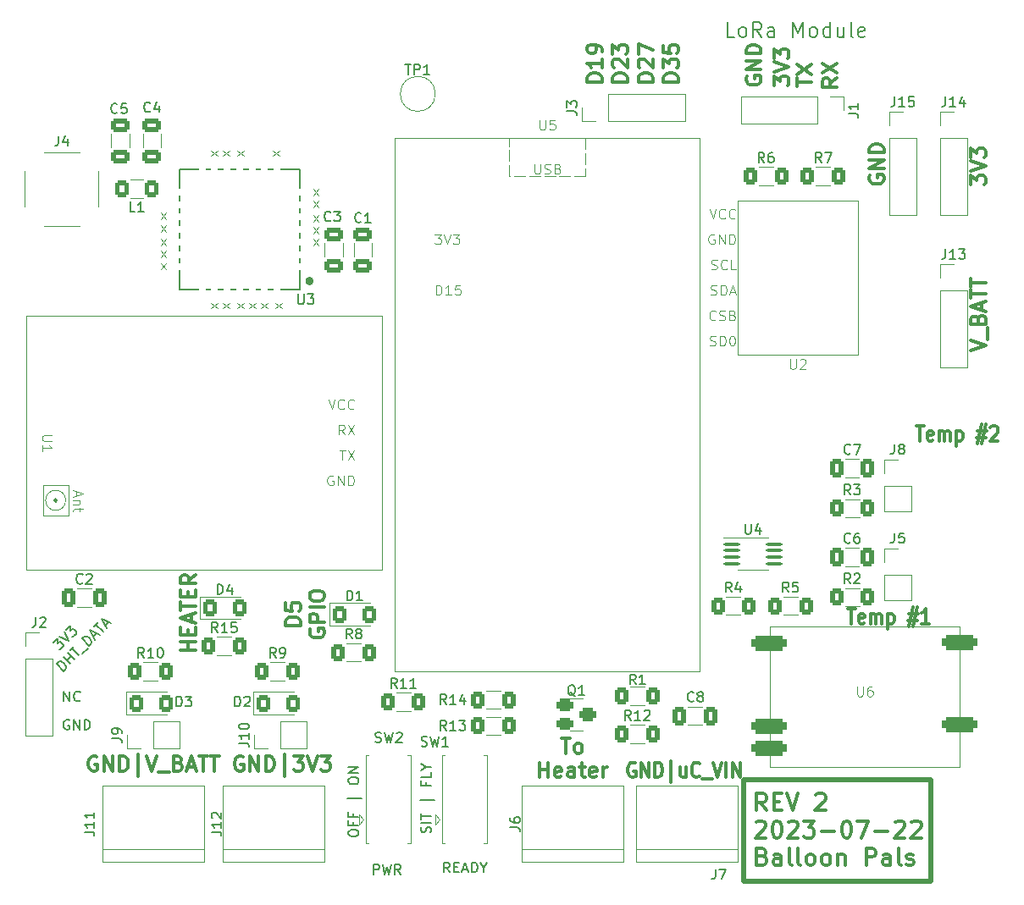
<source format=gto>
G04 #@! TF.GenerationSoftware,KiCad,Pcbnew,7.0.5*
G04 #@! TF.CreationDate,2023-07-24T04:44:54-06:00*
G04 #@! TF.ProjectId,Project-Supernova-PCB,50726f6a-6563-4742-9d53-757065726e6f,rev?*
G04 #@! TF.SameCoordinates,Original*
G04 #@! TF.FileFunction,Legend,Top*
G04 #@! TF.FilePolarity,Positive*
%FSLAX46Y46*%
G04 Gerber Fmt 4.6, Leading zero omitted, Abs format (unit mm)*
G04 Created by KiCad (PCBNEW 7.0.5) date 2023-07-24 04:44:54*
%MOMM*%
%LPD*%
G01*
G04 APERTURE LIST*
G04 Aperture macros list*
%AMRoundRect*
0 Rectangle with rounded corners*
0 $1 Rounding radius*
0 $2 $3 $4 $5 $6 $7 $8 $9 X,Y pos of 4 corners*
0 Add a 4 corners polygon primitive as box body*
4,1,4,$2,$3,$4,$5,$6,$7,$8,$9,$2,$3,0*
0 Add four circle primitives for the rounded corners*
1,1,$1+$1,$2,$3*
1,1,$1+$1,$4,$5*
1,1,$1+$1,$6,$7*
1,1,$1+$1,$8,$9*
0 Add four rect primitives between the rounded corners*
20,1,$1+$1,$2,$3,$4,$5,0*
20,1,$1+$1,$4,$5,$6,$7,0*
20,1,$1+$1,$6,$7,$8,$9,0*
20,1,$1+$1,$8,$9,$2,$3,0*%
G04 Aperture macros list end*
%ADD10C,0.500000*%
%ADD11C,0.350000*%
%ADD12C,0.300000*%
%ADD13C,0.200000*%
%ADD14C,0.150000*%
%ADD15C,0.187500*%
%ADD16C,0.100000*%
%ADD17C,0.120000*%
%ADD18C,0.250000*%
%ADD19C,0.437353*%
%ADD20C,3.500000*%
%ADD21R,1.900000X1.900000*%
%ADD22C,2.000000*%
%ADD23RoundRect,0.250000X-0.400000X-0.625000X0.400000X-0.625000X0.400000X0.625000X-0.400000X0.625000X0*%
%ADD24RoundRect,0.250001X-0.462499X-0.624999X0.462499X-0.624999X0.462499X0.624999X-0.462499X0.624999X0*%
%ADD25R,1.700000X1.700000*%
%ADD26O,1.700000X1.700000*%
%ADD27RoundRect,0.300000X-0.550000X-0.300000X0.550000X-0.300000X0.550000X0.300000X-0.550000X0.300000X0*%
%ADD28RoundRect,0.325000X-0.525000X-0.325000X0.525000X-0.325000X0.525000X0.325000X-0.525000X0.325000X0*%
%ADD29C,3.000000*%
%ADD30O,3.500000X2.200000*%
%ADD31R,2.500000X1.500000*%
%ADD32O,2.500000X1.500000*%
%ADD33RoundRect,0.250001X0.462499X0.624999X-0.462499X0.624999X-0.462499X-0.624999X0.462499X-0.624999X0*%
%ADD34R,3.000000X3.000000*%
%ADD35RoundRect,0.100000X-0.712500X-0.100000X0.712500X-0.100000X0.712500X0.100000X-0.712500X0.100000X0*%
%ADD36RoundRect,0.250000X0.650000X-0.412500X0.650000X0.412500X-0.650000X0.412500X-0.650000X-0.412500X0*%
%ADD37RoundRect,0.250000X-0.412500X-0.650000X0.412500X-0.650000X0.412500X0.650000X-0.412500X0.650000X0*%
%ADD38C,5.600000*%
%ADD39C,1.524000*%
%ADD40C,2.050000*%
%ADD41C,2.250000*%
%ADD42R,2.000000X2.000000*%
%ADD43R,2.300000X0.800000*%
%ADD44R,0.800000X2.300000*%
%ADD45RoundRect,0.381000X-1.369000X-0.381000X1.369000X-0.381000X1.369000X0.381000X-1.369000X0.381000X0*%
G04 APERTURE END LIST*
D10*
X158115000Y-122555000D02*
X176784000Y-122555000D01*
X176784000Y-132715000D01*
X158115000Y-132715000D01*
X158115000Y-122555000D01*
D11*
X160356453Y-125666253D02*
X159789786Y-124856729D01*
X159385024Y-125666253D02*
X159385024Y-123966253D01*
X159385024Y-123966253D02*
X160032643Y-123966253D01*
X160032643Y-123966253D02*
X160194548Y-124047205D01*
X160194548Y-124047205D02*
X160275501Y-124128158D01*
X160275501Y-124128158D02*
X160356453Y-124290062D01*
X160356453Y-124290062D02*
X160356453Y-124532920D01*
X160356453Y-124532920D02*
X160275501Y-124694824D01*
X160275501Y-124694824D02*
X160194548Y-124775777D01*
X160194548Y-124775777D02*
X160032643Y-124856729D01*
X160032643Y-124856729D02*
X159385024Y-124856729D01*
X161085024Y-124775777D02*
X161651691Y-124775777D01*
X161894548Y-125666253D02*
X161085024Y-125666253D01*
X161085024Y-125666253D02*
X161085024Y-123966253D01*
X161085024Y-123966253D02*
X161894548Y-123966253D01*
X162380262Y-123966253D02*
X162946929Y-125666253D01*
X162946929Y-125666253D02*
X163513596Y-123966253D01*
X165294548Y-124128158D02*
X165375500Y-124047205D01*
X165375500Y-124047205D02*
X165537405Y-123966253D01*
X165537405Y-123966253D02*
X165942167Y-123966253D01*
X165942167Y-123966253D02*
X166104072Y-124047205D01*
X166104072Y-124047205D02*
X166185024Y-124128158D01*
X166185024Y-124128158D02*
X166265977Y-124290062D01*
X166265977Y-124290062D02*
X166265977Y-124451967D01*
X166265977Y-124451967D02*
X166185024Y-124694824D01*
X166185024Y-124694824D02*
X165213596Y-125666253D01*
X165213596Y-125666253D02*
X166265977Y-125666253D01*
X159304072Y-126865158D02*
X159385024Y-126784205D01*
X159385024Y-126784205D02*
X159546929Y-126703253D01*
X159546929Y-126703253D02*
X159951691Y-126703253D01*
X159951691Y-126703253D02*
X160113596Y-126784205D01*
X160113596Y-126784205D02*
X160194548Y-126865158D01*
X160194548Y-126865158D02*
X160275501Y-127027062D01*
X160275501Y-127027062D02*
X160275501Y-127188967D01*
X160275501Y-127188967D02*
X160194548Y-127431824D01*
X160194548Y-127431824D02*
X159223120Y-128403253D01*
X159223120Y-128403253D02*
X160275501Y-128403253D01*
X161327882Y-126703253D02*
X161489787Y-126703253D01*
X161489787Y-126703253D02*
X161651691Y-126784205D01*
X161651691Y-126784205D02*
X161732644Y-126865158D01*
X161732644Y-126865158D02*
X161813596Y-127027062D01*
X161813596Y-127027062D02*
X161894549Y-127350872D01*
X161894549Y-127350872D02*
X161894549Y-127755634D01*
X161894549Y-127755634D02*
X161813596Y-128079443D01*
X161813596Y-128079443D02*
X161732644Y-128241348D01*
X161732644Y-128241348D02*
X161651691Y-128322301D01*
X161651691Y-128322301D02*
X161489787Y-128403253D01*
X161489787Y-128403253D02*
X161327882Y-128403253D01*
X161327882Y-128403253D02*
X161165977Y-128322301D01*
X161165977Y-128322301D02*
X161085025Y-128241348D01*
X161085025Y-128241348D02*
X161004072Y-128079443D01*
X161004072Y-128079443D02*
X160923120Y-127755634D01*
X160923120Y-127755634D02*
X160923120Y-127350872D01*
X160923120Y-127350872D02*
X161004072Y-127027062D01*
X161004072Y-127027062D02*
X161085025Y-126865158D01*
X161085025Y-126865158D02*
X161165977Y-126784205D01*
X161165977Y-126784205D02*
X161327882Y-126703253D01*
X162542168Y-126865158D02*
X162623120Y-126784205D01*
X162623120Y-126784205D02*
X162785025Y-126703253D01*
X162785025Y-126703253D02*
X163189787Y-126703253D01*
X163189787Y-126703253D02*
X163351692Y-126784205D01*
X163351692Y-126784205D02*
X163432644Y-126865158D01*
X163432644Y-126865158D02*
X163513597Y-127027062D01*
X163513597Y-127027062D02*
X163513597Y-127188967D01*
X163513597Y-127188967D02*
X163432644Y-127431824D01*
X163432644Y-127431824D02*
X162461216Y-128403253D01*
X162461216Y-128403253D02*
X163513597Y-128403253D01*
X164080264Y-126703253D02*
X165132645Y-126703253D01*
X165132645Y-126703253D02*
X164565978Y-127350872D01*
X164565978Y-127350872D02*
X164808835Y-127350872D01*
X164808835Y-127350872D02*
X164970740Y-127431824D01*
X164970740Y-127431824D02*
X165051692Y-127512777D01*
X165051692Y-127512777D02*
X165132645Y-127674681D01*
X165132645Y-127674681D02*
X165132645Y-128079443D01*
X165132645Y-128079443D02*
X165051692Y-128241348D01*
X165051692Y-128241348D02*
X164970740Y-128322301D01*
X164970740Y-128322301D02*
X164808835Y-128403253D01*
X164808835Y-128403253D02*
X164323121Y-128403253D01*
X164323121Y-128403253D02*
X164161216Y-128322301D01*
X164161216Y-128322301D02*
X164080264Y-128241348D01*
X165861216Y-127755634D02*
X167156455Y-127755634D01*
X168289788Y-126703253D02*
X168451693Y-126703253D01*
X168451693Y-126703253D02*
X168613597Y-126784205D01*
X168613597Y-126784205D02*
X168694550Y-126865158D01*
X168694550Y-126865158D02*
X168775502Y-127027062D01*
X168775502Y-127027062D02*
X168856455Y-127350872D01*
X168856455Y-127350872D02*
X168856455Y-127755634D01*
X168856455Y-127755634D02*
X168775502Y-128079443D01*
X168775502Y-128079443D02*
X168694550Y-128241348D01*
X168694550Y-128241348D02*
X168613597Y-128322301D01*
X168613597Y-128322301D02*
X168451693Y-128403253D01*
X168451693Y-128403253D02*
X168289788Y-128403253D01*
X168289788Y-128403253D02*
X168127883Y-128322301D01*
X168127883Y-128322301D02*
X168046931Y-128241348D01*
X168046931Y-128241348D02*
X167965978Y-128079443D01*
X167965978Y-128079443D02*
X167885026Y-127755634D01*
X167885026Y-127755634D02*
X167885026Y-127350872D01*
X167885026Y-127350872D02*
X167965978Y-127027062D01*
X167965978Y-127027062D02*
X168046931Y-126865158D01*
X168046931Y-126865158D02*
X168127883Y-126784205D01*
X168127883Y-126784205D02*
X168289788Y-126703253D01*
X169423122Y-126703253D02*
X170556455Y-126703253D01*
X170556455Y-126703253D02*
X169827884Y-128403253D01*
X171204074Y-127755634D02*
X172499313Y-127755634D01*
X173227884Y-126865158D02*
X173308836Y-126784205D01*
X173308836Y-126784205D02*
X173470741Y-126703253D01*
X173470741Y-126703253D02*
X173875503Y-126703253D01*
X173875503Y-126703253D02*
X174037408Y-126784205D01*
X174037408Y-126784205D02*
X174118360Y-126865158D01*
X174118360Y-126865158D02*
X174199313Y-127027062D01*
X174199313Y-127027062D02*
X174199313Y-127188967D01*
X174199313Y-127188967D02*
X174118360Y-127431824D01*
X174118360Y-127431824D02*
X173146932Y-128403253D01*
X173146932Y-128403253D02*
X174199313Y-128403253D01*
X174846932Y-126865158D02*
X174927884Y-126784205D01*
X174927884Y-126784205D02*
X175089789Y-126703253D01*
X175089789Y-126703253D02*
X175494551Y-126703253D01*
X175494551Y-126703253D02*
X175656456Y-126784205D01*
X175656456Y-126784205D02*
X175737408Y-126865158D01*
X175737408Y-126865158D02*
X175818361Y-127027062D01*
X175818361Y-127027062D02*
X175818361Y-127188967D01*
X175818361Y-127188967D02*
X175737408Y-127431824D01*
X175737408Y-127431824D02*
X174765980Y-128403253D01*
X174765980Y-128403253D02*
X175818361Y-128403253D01*
X159951691Y-130249777D02*
X160194548Y-130330729D01*
X160194548Y-130330729D02*
X160275501Y-130411681D01*
X160275501Y-130411681D02*
X160356453Y-130573586D01*
X160356453Y-130573586D02*
X160356453Y-130816443D01*
X160356453Y-130816443D02*
X160275501Y-130978348D01*
X160275501Y-130978348D02*
X160194548Y-131059301D01*
X160194548Y-131059301D02*
X160032643Y-131140253D01*
X160032643Y-131140253D02*
X159385024Y-131140253D01*
X159385024Y-131140253D02*
X159385024Y-129440253D01*
X159385024Y-129440253D02*
X159951691Y-129440253D01*
X159951691Y-129440253D02*
X160113596Y-129521205D01*
X160113596Y-129521205D02*
X160194548Y-129602158D01*
X160194548Y-129602158D02*
X160275501Y-129764062D01*
X160275501Y-129764062D02*
X160275501Y-129925967D01*
X160275501Y-129925967D02*
X160194548Y-130087872D01*
X160194548Y-130087872D02*
X160113596Y-130168824D01*
X160113596Y-130168824D02*
X159951691Y-130249777D01*
X159951691Y-130249777D02*
X159385024Y-130249777D01*
X161813596Y-131140253D02*
X161813596Y-130249777D01*
X161813596Y-130249777D02*
X161732643Y-130087872D01*
X161732643Y-130087872D02*
X161570739Y-130006920D01*
X161570739Y-130006920D02*
X161246929Y-130006920D01*
X161246929Y-130006920D02*
X161085024Y-130087872D01*
X161813596Y-131059301D02*
X161651691Y-131140253D01*
X161651691Y-131140253D02*
X161246929Y-131140253D01*
X161246929Y-131140253D02*
X161085024Y-131059301D01*
X161085024Y-131059301D02*
X161004072Y-130897396D01*
X161004072Y-130897396D02*
X161004072Y-130735491D01*
X161004072Y-130735491D02*
X161085024Y-130573586D01*
X161085024Y-130573586D02*
X161246929Y-130492634D01*
X161246929Y-130492634D02*
X161651691Y-130492634D01*
X161651691Y-130492634D02*
X161813596Y-130411681D01*
X162865977Y-131140253D02*
X162704072Y-131059301D01*
X162704072Y-131059301D02*
X162623119Y-130897396D01*
X162623119Y-130897396D02*
X162623119Y-129440253D01*
X163756453Y-131140253D02*
X163594548Y-131059301D01*
X163594548Y-131059301D02*
X163513595Y-130897396D01*
X163513595Y-130897396D02*
X163513595Y-129440253D01*
X164646929Y-131140253D02*
X164485024Y-131059301D01*
X164485024Y-131059301D02*
X164404071Y-130978348D01*
X164404071Y-130978348D02*
X164323119Y-130816443D01*
X164323119Y-130816443D02*
X164323119Y-130330729D01*
X164323119Y-130330729D02*
X164404071Y-130168824D01*
X164404071Y-130168824D02*
X164485024Y-130087872D01*
X164485024Y-130087872D02*
X164646929Y-130006920D01*
X164646929Y-130006920D02*
X164889786Y-130006920D01*
X164889786Y-130006920D02*
X165051690Y-130087872D01*
X165051690Y-130087872D02*
X165132643Y-130168824D01*
X165132643Y-130168824D02*
X165213595Y-130330729D01*
X165213595Y-130330729D02*
X165213595Y-130816443D01*
X165213595Y-130816443D02*
X165132643Y-130978348D01*
X165132643Y-130978348D02*
X165051690Y-131059301D01*
X165051690Y-131059301D02*
X164889786Y-131140253D01*
X164889786Y-131140253D02*
X164646929Y-131140253D01*
X166185024Y-131140253D02*
X166023119Y-131059301D01*
X166023119Y-131059301D02*
X165942166Y-130978348D01*
X165942166Y-130978348D02*
X165861214Y-130816443D01*
X165861214Y-130816443D02*
X165861214Y-130330729D01*
X165861214Y-130330729D02*
X165942166Y-130168824D01*
X165942166Y-130168824D02*
X166023119Y-130087872D01*
X166023119Y-130087872D02*
X166185024Y-130006920D01*
X166185024Y-130006920D02*
X166427881Y-130006920D01*
X166427881Y-130006920D02*
X166589785Y-130087872D01*
X166589785Y-130087872D02*
X166670738Y-130168824D01*
X166670738Y-130168824D02*
X166751690Y-130330729D01*
X166751690Y-130330729D02*
X166751690Y-130816443D01*
X166751690Y-130816443D02*
X166670738Y-130978348D01*
X166670738Y-130978348D02*
X166589785Y-131059301D01*
X166589785Y-131059301D02*
X166427881Y-131140253D01*
X166427881Y-131140253D02*
X166185024Y-131140253D01*
X167480261Y-130006920D02*
X167480261Y-131140253D01*
X167480261Y-130168824D02*
X167561214Y-130087872D01*
X167561214Y-130087872D02*
X167723119Y-130006920D01*
X167723119Y-130006920D02*
X167965976Y-130006920D01*
X167965976Y-130006920D02*
X168127880Y-130087872D01*
X168127880Y-130087872D02*
X168208833Y-130249777D01*
X168208833Y-130249777D02*
X168208833Y-131140253D01*
X170313594Y-131140253D02*
X170313594Y-129440253D01*
X170313594Y-129440253D02*
X170961213Y-129440253D01*
X170961213Y-129440253D02*
X171123118Y-129521205D01*
X171123118Y-129521205D02*
X171204071Y-129602158D01*
X171204071Y-129602158D02*
X171285023Y-129764062D01*
X171285023Y-129764062D02*
X171285023Y-130006920D01*
X171285023Y-130006920D02*
X171204071Y-130168824D01*
X171204071Y-130168824D02*
X171123118Y-130249777D01*
X171123118Y-130249777D02*
X170961213Y-130330729D01*
X170961213Y-130330729D02*
X170313594Y-130330729D01*
X172742166Y-131140253D02*
X172742166Y-130249777D01*
X172742166Y-130249777D02*
X172661213Y-130087872D01*
X172661213Y-130087872D02*
X172499309Y-130006920D01*
X172499309Y-130006920D02*
X172175499Y-130006920D01*
X172175499Y-130006920D02*
X172013594Y-130087872D01*
X172742166Y-131059301D02*
X172580261Y-131140253D01*
X172580261Y-131140253D02*
X172175499Y-131140253D01*
X172175499Y-131140253D02*
X172013594Y-131059301D01*
X172013594Y-131059301D02*
X171932642Y-130897396D01*
X171932642Y-130897396D02*
X171932642Y-130735491D01*
X171932642Y-130735491D02*
X172013594Y-130573586D01*
X172013594Y-130573586D02*
X172175499Y-130492634D01*
X172175499Y-130492634D02*
X172580261Y-130492634D01*
X172580261Y-130492634D02*
X172742166Y-130411681D01*
X173794547Y-131140253D02*
X173632642Y-131059301D01*
X173632642Y-131059301D02*
X173551689Y-130897396D01*
X173551689Y-130897396D02*
X173551689Y-129440253D01*
X174361213Y-131059301D02*
X174523118Y-131140253D01*
X174523118Y-131140253D02*
X174846927Y-131140253D01*
X174846927Y-131140253D02*
X175008832Y-131059301D01*
X175008832Y-131059301D02*
X175089784Y-130897396D01*
X175089784Y-130897396D02*
X175089784Y-130816443D01*
X175089784Y-130816443D02*
X175008832Y-130654539D01*
X175008832Y-130654539D02*
X174846927Y-130573586D01*
X174846927Y-130573586D02*
X174604070Y-130573586D01*
X174604070Y-130573586D02*
X174442165Y-130492634D01*
X174442165Y-130492634D02*
X174361213Y-130330729D01*
X174361213Y-130330729D02*
X174361213Y-130249777D01*
X174361213Y-130249777D02*
X174442165Y-130087872D01*
X174442165Y-130087872D02*
X174604070Y-130006920D01*
X174604070Y-130006920D02*
X174846927Y-130006920D01*
X174846927Y-130006920D02*
X175008832Y-130087872D01*
D12*
X180788328Y-79669774D02*
X182288328Y-79169774D01*
X182288328Y-79169774D02*
X180788328Y-78669774D01*
X182431185Y-78526918D02*
X182431185Y-77384060D01*
X181502614Y-76526918D02*
X181574042Y-76312632D01*
X181574042Y-76312632D02*
X181645471Y-76241203D01*
X181645471Y-76241203D02*
X181788328Y-76169775D01*
X181788328Y-76169775D02*
X182002614Y-76169775D01*
X182002614Y-76169775D02*
X182145471Y-76241203D01*
X182145471Y-76241203D02*
X182216900Y-76312632D01*
X182216900Y-76312632D02*
X182288328Y-76455489D01*
X182288328Y-76455489D02*
X182288328Y-77026918D01*
X182288328Y-77026918D02*
X180788328Y-77026918D01*
X180788328Y-77026918D02*
X180788328Y-76526918D01*
X180788328Y-76526918D02*
X180859757Y-76384061D01*
X180859757Y-76384061D02*
X180931185Y-76312632D01*
X180931185Y-76312632D02*
X181074042Y-76241203D01*
X181074042Y-76241203D02*
X181216900Y-76241203D01*
X181216900Y-76241203D02*
X181359757Y-76312632D01*
X181359757Y-76312632D02*
X181431185Y-76384061D01*
X181431185Y-76384061D02*
X181502614Y-76526918D01*
X181502614Y-76526918D02*
X181502614Y-77026918D01*
X181859757Y-75598346D02*
X181859757Y-74884061D01*
X182288328Y-75741203D02*
X180788328Y-75241203D01*
X180788328Y-75241203D02*
X182288328Y-74741203D01*
X180788328Y-74455489D02*
X180788328Y-73598347D01*
X182288328Y-74026918D02*
X180788328Y-74026918D01*
X180788328Y-73312632D02*
X180788328Y-72455490D01*
X182288328Y-72884061D02*
X180788328Y-72884061D01*
X143934328Y-52785489D02*
X142434328Y-52785489D01*
X142434328Y-52785489D02*
X142434328Y-52428346D01*
X142434328Y-52428346D02*
X142505757Y-52214060D01*
X142505757Y-52214060D02*
X142648614Y-52071203D01*
X142648614Y-52071203D02*
X142791471Y-51999774D01*
X142791471Y-51999774D02*
X143077185Y-51928346D01*
X143077185Y-51928346D02*
X143291471Y-51928346D01*
X143291471Y-51928346D02*
X143577185Y-51999774D01*
X143577185Y-51999774D02*
X143720042Y-52071203D01*
X143720042Y-52071203D02*
X143862900Y-52214060D01*
X143862900Y-52214060D02*
X143934328Y-52428346D01*
X143934328Y-52428346D02*
X143934328Y-52785489D01*
X143934328Y-50499774D02*
X143934328Y-51356917D01*
X143934328Y-50928346D02*
X142434328Y-50928346D01*
X142434328Y-50928346D02*
X142648614Y-51071203D01*
X142648614Y-51071203D02*
X142791471Y-51214060D01*
X142791471Y-51214060D02*
X142862900Y-51356917D01*
X143934328Y-49785489D02*
X143934328Y-49499775D01*
X143934328Y-49499775D02*
X143862900Y-49356918D01*
X143862900Y-49356918D02*
X143791471Y-49285489D01*
X143791471Y-49285489D02*
X143577185Y-49142632D01*
X143577185Y-49142632D02*
X143291471Y-49071203D01*
X143291471Y-49071203D02*
X142720042Y-49071203D01*
X142720042Y-49071203D02*
X142577185Y-49142632D01*
X142577185Y-49142632D02*
X142505757Y-49214061D01*
X142505757Y-49214061D02*
X142434328Y-49356918D01*
X142434328Y-49356918D02*
X142434328Y-49642632D01*
X142434328Y-49642632D02*
X142505757Y-49785489D01*
X142505757Y-49785489D02*
X142577185Y-49856918D01*
X142577185Y-49856918D02*
X142720042Y-49928346D01*
X142720042Y-49928346D02*
X143077185Y-49928346D01*
X143077185Y-49928346D02*
X143220042Y-49856918D01*
X143220042Y-49856918D02*
X143291471Y-49785489D01*
X143291471Y-49785489D02*
X143362900Y-49642632D01*
X143362900Y-49642632D02*
X143362900Y-49356918D01*
X143362900Y-49356918D02*
X143291471Y-49214061D01*
X143291471Y-49214061D02*
X143220042Y-49142632D01*
X143220042Y-49142632D02*
X143077185Y-49071203D01*
X170699757Y-62159774D02*
X170628328Y-62302632D01*
X170628328Y-62302632D02*
X170628328Y-62516917D01*
X170628328Y-62516917D02*
X170699757Y-62731203D01*
X170699757Y-62731203D02*
X170842614Y-62874060D01*
X170842614Y-62874060D02*
X170985471Y-62945489D01*
X170985471Y-62945489D02*
X171271185Y-63016917D01*
X171271185Y-63016917D02*
X171485471Y-63016917D01*
X171485471Y-63016917D02*
X171771185Y-62945489D01*
X171771185Y-62945489D02*
X171914042Y-62874060D01*
X171914042Y-62874060D02*
X172056900Y-62731203D01*
X172056900Y-62731203D02*
X172128328Y-62516917D01*
X172128328Y-62516917D02*
X172128328Y-62374060D01*
X172128328Y-62374060D02*
X172056900Y-62159774D01*
X172056900Y-62159774D02*
X171985471Y-62088346D01*
X171985471Y-62088346D02*
X171485471Y-62088346D01*
X171485471Y-62088346D02*
X171485471Y-62374060D01*
X172128328Y-61445489D02*
X170628328Y-61445489D01*
X170628328Y-61445489D02*
X172128328Y-60588346D01*
X172128328Y-60588346D02*
X170628328Y-60588346D01*
X172128328Y-59874060D02*
X170628328Y-59874060D01*
X170628328Y-59874060D02*
X170628328Y-59516917D01*
X170628328Y-59516917D02*
X170699757Y-59302631D01*
X170699757Y-59302631D02*
X170842614Y-59159774D01*
X170842614Y-59159774D02*
X170985471Y-59088345D01*
X170985471Y-59088345D02*
X171271185Y-59016917D01*
X171271185Y-59016917D02*
X171485471Y-59016917D01*
X171485471Y-59016917D02*
X171771185Y-59088345D01*
X171771185Y-59088345D02*
X171914042Y-59159774D01*
X171914042Y-59159774D02*
X172056900Y-59302631D01*
X172056900Y-59302631D02*
X172128328Y-59516917D01*
X172128328Y-59516917D02*
X172128328Y-59874060D01*
X147237844Y-120927257D02*
X147114034Y-120855828D01*
X147114034Y-120855828D02*
X146928320Y-120855828D01*
X146928320Y-120855828D02*
X146742606Y-120927257D01*
X146742606Y-120927257D02*
X146618796Y-121070114D01*
X146618796Y-121070114D02*
X146556891Y-121212971D01*
X146556891Y-121212971D02*
X146494987Y-121498685D01*
X146494987Y-121498685D02*
X146494987Y-121712971D01*
X146494987Y-121712971D02*
X146556891Y-121998685D01*
X146556891Y-121998685D02*
X146618796Y-122141542D01*
X146618796Y-122141542D02*
X146742606Y-122284400D01*
X146742606Y-122284400D02*
X146928320Y-122355828D01*
X146928320Y-122355828D02*
X147052129Y-122355828D01*
X147052129Y-122355828D02*
X147237844Y-122284400D01*
X147237844Y-122284400D02*
X147299748Y-122212971D01*
X147299748Y-122212971D02*
X147299748Y-121712971D01*
X147299748Y-121712971D02*
X147052129Y-121712971D01*
X147856891Y-122355828D02*
X147856891Y-120855828D01*
X147856891Y-120855828D02*
X148599748Y-122355828D01*
X148599748Y-122355828D02*
X148599748Y-120855828D01*
X149218796Y-122355828D02*
X149218796Y-120855828D01*
X149218796Y-120855828D02*
X149528320Y-120855828D01*
X149528320Y-120855828D02*
X149714034Y-120927257D01*
X149714034Y-120927257D02*
X149837844Y-121070114D01*
X149837844Y-121070114D02*
X149899749Y-121212971D01*
X149899749Y-121212971D02*
X149961653Y-121498685D01*
X149961653Y-121498685D02*
X149961653Y-121712971D01*
X149961653Y-121712971D02*
X149899749Y-121998685D01*
X149899749Y-121998685D02*
X149837844Y-122141542D01*
X149837844Y-122141542D02*
X149714034Y-122284400D01*
X149714034Y-122284400D02*
X149528320Y-122355828D01*
X149528320Y-122355828D02*
X149218796Y-122355828D01*
X150828320Y-122855828D02*
X150828320Y-120712971D01*
X152314034Y-121355828D02*
X152314034Y-122355828D01*
X151756891Y-121355828D02*
X151756891Y-122141542D01*
X151756891Y-122141542D02*
X151818796Y-122284400D01*
X151818796Y-122284400D02*
X151942606Y-122355828D01*
X151942606Y-122355828D02*
X152128320Y-122355828D01*
X152128320Y-122355828D02*
X152252129Y-122284400D01*
X152252129Y-122284400D02*
X152314034Y-122212971D01*
X153675938Y-122212971D02*
X153614034Y-122284400D01*
X153614034Y-122284400D02*
X153428319Y-122355828D01*
X153428319Y-122355828D02*
X153304510Y-122355828D01*
X153304510Y-122355828D02*
X153118796Y-122284400D01*
X153118796Y-122284400D02*
X152994986Y-122141542D01*
X152994986Y-122141542D02*
X152933081Y-121998685D01*
X152933081Y-121998685D02*
X152871177Y-121712971D01*
X152871177Y-121712971D02*
X152871177Y-121498685D01*
X152871177Y-121498685D02*
X152933081Y-121212971D01*
X152933081Y-121212971D02*
X152994986Y-121070114D01*
X152994986Y-121070114D02*
X153118796Y-120927257D01*
X153118796Y-120927257D02*
X153304510Y-120855828D01*
X153304510Y-120855828D02*
X153428319Y-120855828D01*
X153428319Y-120855828D02*
X153614034Y-120927257D01*
X153614034Y-120927257D02*
X153675938Y-120998685D01*
X153923558Y-122498685D02*
X154914034Y-122498685D01*
X155037843Y-120855828D02*
X155471176Y-122355828D01*
X155471176Y-122355828D02*
X155904510Y-120855828D01*
X156337843Y-122355828D02*
X156337843Y-120855828D01*
X156956891Y-122355828D02*
X156956891Y-120855828D01*
X156956891Y-120855828D02*
X157699748Y-122355828D01*
X157699748Y-122355828D02*
X157699748Y-120855828D01*
D13*
X121066667Y-132052219D02*
X121066667Y-131052219D01*
X121066667Y-131052219D02*
X121447619Y-131052219D01*
X121447619Y-131052219D02*
X121542857Y-131099838D01*
X121542857Y-131099838D02*
X121590476Y-131147457D01*
X121590476Y-131147457D02*
X121638095Y-131242695D01*
X121638095Y-131242695D02*
X121638095Y-131385552D01*
X121638095Y-131385552D02*
X121590476Y-131480790D01*
X121590476Y-131480790D02*
X121542857Y-131528409D01*
X121542857Y-131528409D02*
X121447619Y-131576028D01*
X121447619Y-131576028D02*
X121066667Y-131576028D01*
X121971429Y-131052219D02*
X122209524Y-132052219D01*
X122209524Y-132052219D02*
X122400000Y-131337933D01*
X122400000Y-131337933D02*
X122590476Y-132052219D01*
X122590476Y-132052219D02*
X122828572Y-131052219D01*
X123780952Y-132052219D02*
X123447619Y-131576028D01*
X123209524Y-132052219D02*
X123209524Y-131052219D01*
X123209524Y-131052219D02*
X123590476Y-131052219D01*
X123590476Y-131052219D02*
X123685714Y-131099838D01*
X123685714Y-131099838D02*
X123733333Y-131147457D01*
X123733333Y-131147457D02*
X123780952Y-131242695D01*
X123780952Y-131242695D02*
X123780952Y-131385552D01*
X123780952Y-131385552D02*
X123733333Y-131480790D01*
X123733333Y-131480790D02*
X123685714Y-131528409D01*
X123685714Y-131528409D02*
X123590476Y-131576028D01*
X123590476Y-131576028D02*
X123209524Y-131576028D01*
D12*
X149044328Y-52785489D02*
X147544328Y-52785489D01*
X147544328Y-52785489D02*
X147544328Y-52428346D01*
X147544328Y-52428346D02*
X147615757Y-52214060D01*
X147615757Y-52214060D02*
X147758614Y-52071203D01*
X147758614Y-52071203D02*
X147901471Y-51999774D01*
X147901471Y-51999774D02*
X148187185Y-51928346D01*
X148187185Y-51928346D02*
X148401471Y-51928346D01*
X148401471Y-51928346D02*
X148687185Y-51999774D01*
X148687185Y-51999774D02*
X148830042Y-52071203D01*
X148830042Y-52071203D02*
X148972900Y-52214060D01*
X148972900Y-52214060D02*
X149044328Y-52428346D01*
X149044328Y-52428346D02*
X149044328Y-52785489D01*
X147687185Y-51356917D02*
X147615757Y-51285489D01*
X147615757Y-51285489D02*
X147544328Y-51142632D01*
X147544328Y-51142632D02*
X147544328Y-50785489D01*
X147544328Y-50785489D02*
X147615757Y-50642632D01*
X147615757Y-50642632D02*
X147687185Y-50571203D01*
X147687185Y-50571203D02*
X147830042Y-50499774D01*
X147830042Y-50499774D02*
X147972900Y-50499774D01*
X147972900Y-50499774D02*
X148187185Y-50571203D01*
X148187185Y-50571203D02*
X149044328Y-51428346D01*
X149044328Y-51428346D02*
X149044328Y-50499774D01*
X147544328Y-49999775D02*
X147544328Y-48999775D01*
X147544328Y-48999775D02*
X149044328Y-49642632D01*
X180788328Y-63088346D02*
X180788328Y-62159774D01*
X180788328Y-62159774D02*
X181359757Y-62659774D01*
X181359757Y-62659774D02*
X181359757Y-62445489D01*
X181359757Y-62445489D02*
X181431185Y-62302632D01*
X181431185Y-62302632D02*
X181502614Y-62231203D01*
X181502614Y-62231203D02*
X181645471Y-62159774D01*
X181645471Y-62159774D02*
X182002614Y-62159774D01*
X182002614Y-62159774D02*
X182145471Y-62231203D01*
X182145471Y-62231203D02*
X182216900Y-62302632D01*
X182216900Y-62302632D02*
X182288328Y-62445489D01*
X182288328Y-62445489D02*
X182288328Y-62874060D01*
X182288328Y-62874060D02*
X182216900Y-63016917D01*
X182216900Y-63016917D02*
X182145471Y-63088346D01*
X180788328Y-61731203D02*
X182288328Y-61231203D01*
X182288328Y-61231203D02*
X180788328Y-60731203D01*
X180788328Y-60374061D02*
X180788328Y-59445489D01*
X180788328Y-59445489D02*
X181359757Y-59945489D01*
X181359757Y-59945489D02*
X181359757Y-59731204D01*
X181359757Y-59731204D02*
X181431185Y-59588347D01*
X181431185Y-59588347D02*
X181502614Y-59516918D01*
X181502614Y-59516918D02*
X181645471Y-59445489D01*
X181645471Y-59445489D02*
X182002614Y-59445489D01*
X182002614Y-59445489D02*
X182145471Y-59516918D01*
X182145471Y-59516918D02*
X182216900Y-59588347D01*
X182216900Y-59588347D02*
X182288328Y-59731204D01*
X182288328Y-59731204D02*
X182288328Y-60159775D01*
X182288328Y-60159775D02*
X182216900Y-60302632D01*
X182216900Y-60302632D02*
X182145471Y-60374061D01*
X175327177Y-87200828D02*
X176070034Y-87200828D01*
X175698606Y-88700828D02*
X175698606Y-87200828D01*
X176998605Y-88629400D02*
X176874796Y-88700828D01*
X176874796Y-88700828D02*
X176627177Y-88700828D01*
X176627177Y-88700828D02*
X176503367Y-88629400D01*
X176503367Y-88629400D02*
X176441463Y-88486542D01*
X176441463Y-88486542D02*
X176441463Y-87915114D01*
X176441463Y-87915114D02*
X176503367Y-87772257D01*
X176503367Y-87772257D02*
X176627177Y-87700828D01*
X176627177Y-87700828D02*
X176874796Y-87700828D01*
X176874796Y-87700828D02*
X176998605Y-87772257D01*
X176998605Y-87772257D02*
X177060510Y-87915114D01*
X177060510Y-87915114D02*
X177060510Y-88057971D01*
X177060510Y-88057971D02*
X176441463Y-88200828D01*
X177617653Y-88700828D02*
X177617653Y-87700828D01*
X177617653Y-87843685D02*
X177679558Y-87772257D01*
X177679558Y-87772257D02*
X177803368Y-87700828D01*
X177803368Y-87700828D02*
X177989082Y-87700828D01*
X177989082Y-87700828D02*
X178112891Y-87772257D01*
X178112891Y-87772257D02*
X178174796Y-87915114D01*
X178174796Y-87915114D02*
X178174796Y-88700828D01*
X178174796Y-87915114D02*
X178236701Y-87772257D01*
X178236701Y-87772257D02*
X178360510Y-87700828D01*
X178360510Y-87700828D02*
X178546225Y-87700828D01*
X178546225Y-87700828D02*
X178670034Y-87772257D01*
X178670034Y-87772257D02*
X178731939Y-87915114D01*
X178731939Y-87915114D02*
X178731939Y-88700828D01*
X179350986Y-87700828D02*
X179350986Y-89200828D01*
X179350986Y-87772257D02*
X179474796Y-87700828D01*
X179474796Y-87700828D02*
X179722415Y-87700828D01*
X179722415Y-87700828D02*
X179846224Y-87772257D01*
X179846224Y-87772257D02*
X179908129Y-87843685D01*
X179908129Y-87843685D02*
X179970034Y-87986542D01*
X179970034Y-87986542D02*
X179970034Y-88415114D01*
X179970034Y-88415114D02*
X179908129Y-88557971D01*
X179908129Y-88557971D02*
X179846224Y-88629400D01*
X179846224Y-88629400D02*
X179722415Y-88700828D01*
X179722415Y-88700828D02*
X179474796Y-88700828D01*
X179474796Y-88700828D02*
X179350986Y-88629400D01*
X181455748Y-87700828D02*
X182384319Y-87700828D01*
X181827176Y-87057971D02*
X181455748Y-88986542D01*
X182260509Y-88343685D02*
X181331938Y-88343685D01*
X181889081Y-88986542D02*
X182260509Y-87057971D01*
X182755748Y-87343685D02*
X182817652Y-87272257D01*
X182817652Y-87272257D02*
X182941462Y-87200828D01*
X182941462Y-87200828D02*
X183250986Y-87200828D01*
X183250986Y-87200828D02*
X183374795Y-87272257D01*
X183374795Y-87272257D02*
X183436700Y-87343685D01*
X183436700Y-87343685D02*
X183498605Y-87486542D01*
X183498605Y-87486542D02*
X183498605Y-87629400D01*
X183498605Y-87629400D02*
X183436700Y-87843685D01*
X183436700Y-87843685D02*
X182693843Y-88700828D01*
X182693843Y-88700828D02*
X183498605Y-88700828D01*
X146474328Y-52785489D02*
X144974328Y-52785489D01*
X144974328Y-52785489D02*
X144974328Y-52428346D01*
X144974328Y-52428346D02*
X145045757Y-52214060D01*
X145045757Y-52214060D02*
X145188614Y-52071203D01*
X145188614Y-52071203D02*
X145331471Y-51999774D01*
X145331471Y-51999774D02*
X145617185Y-51928346D01*
X145617185Y-51928346D02*
X145831471Y-51928346D01*
X145831471Y-51928346D02*
X146117185Y-51999774D01*
X146117185Y-51999774D02*
X146260042Y-52071203D01*
X146260042Y-52071203D02*
X146402900Y-52214060D01*
X146402900Y-52214060D02*
X146474328Y-52428346D01*
X146474328Y-52428346D02*
X146474328Y-52785489D01*
X145117185Y-51356917D02*
X145045757Y-51285489D01*
X145045757Y-51285489D02*
X144974328Y-51142632D01*
X144974328Y-51142632D02*
X144974328Y-50785489D01*
X144974328Y-50785489D02*
X145045757Y-50642632D01*
X145045757Y-50642632D02*
X145117185Y-50571203D01*
X145117185Y-50571203D02*
X145260042Y-50499774D01*
X145260042Y-50499774D02*
X145402900Y-50499774D01*
X145402900Y-50499774D02*
X145617185Y-50571203D01*
X145617185Y-50571203D02*
X146474328Y-51428346D01*
X146474328Y-51428346D02*
X146474328Y-50499774D01*
X144974328Y-49999775D02*
X144974328Y-49071203D01*
X144974328Y-49071203D02*
X145545757Y-49571203D01*
X145545757Y-49571203D02*
X145545757Y-49356918D01*
X145545757Y-49356918D02*
X145617185Y-49214061D01*
X145617185Y-49214061D02*
X145688614Y-49142632D01*
X145688614Y-49142632D02*
X145831471Y-49071203D01*
X145831471Y-49071203D02*
X146188614Y-49071203D01*
X146188614Y-49071203D02*
X146331471Y-49142632D01*
X146331471Y-49142632D02*
X146402900Y-49214061D01*
X146402900Y-49214061D02*
X146474328Y-49356918D01*
X146474328Y-49356918D02*
X146474328Y-49785489D01*
X146474328Y-49785489D02*
X146402900Y-49928346D01*
X146402900Y-49928346D02*
X146331471Y-49999775D01*
D14*
X90649588Y-116646438D02*
X90554350Y-116598819D01*
X90554350Y-116598819D02*
X90411493Y-116598819D01*
X90411493Y-116598819D02*
X90268636Y-116646438D01*
X90268636Y-116646438D02*
X90173398Y-116741676D01*
X90173398Y-116741676D02*
X90125779Y-116836914D01*
X90125779Y-116836914D02*
X90078160Y-117027390D01*
X90078160Y-117027390D02*
X90078160Y-117170247D01*
X90078160Y-117170247D02*
X90125779Y-117360723D01*
X90125779Y-117360723D02*
X90173398Y-117455961D01*
X90173398Y-117455961D02*
X90268636Y-117551200D01*
X90268636Y-117551200D02*
X90411493Y-117598819D01*
X90411493Y-117598819D02*
X90506731Y-117598819D01*
X90506731Y-117598819D02*
X90649588Y-117551200D01*
X90649588Y-117551200D02*
X90697207Y-117503580D01*
X90697207Y-117503580D02*
X90697207Y-117170247D01*
X90697207Y-117170247D02*
X90506731Y-117170247D01*
X91125779Y-117598819D02*
X91125779Y-116598819D01*
X91125779Y-116598819D02*
X91697207Y-117598819D01*
X91697207Y-117598819D02*
X91697207Y-116598819D01*
X92173398Y-117598819D02*
X92173398Y-116598819D01*
X92173398Y-116598819D02*
X92411493Y-116598819D01*
X92411493Y-116598819D02*
X92554350Y-116646438D01*
X92554350Y-116646438D02*
X92649588Y-116741676D01*
X92649588Y-116741676D02*
X92697207Y-116836914D01*
X92697207Y-116836914D02*
X92744826Y-117027390D01*
X92744826Y-117027390D02*
X92744826Y-117170247D01*
X92744826Y-117170247D02*
X92697207Y-117360723D01*
X92697207Y-117360723D02*
X92649588Y-117455961D01*
X92649588Y-117455961D02*
X92554350Y-117551200D01*
X92554350Y-117551200D02*
X92411493Y-117598819D01*
X92411493Y-117598819D02*
X92173398Y-117598819D01*
D13*
X118578219Y-128022850D02*
X118578219Y-127832374D01*
X118578219Y-127832374D02*
X118625838Y-127737136D01*
X118625838Y-127737136D02*
X118721076Y-127641898D01*
X118721076Y-127641898D02*
X118911552Y-127594279D01*
X118911552Y-127594279D02*
X119244885Y-127594279D01*
X119244885Y-127594279D02*
X119435361Y-127641898D01*
X119435361Y-127641898D02*
X119530600Y-127737136D01*
X119530600Y-127737136D02*
X119578219Y-127832374D01*
X119578219Y-127832374D02*
X119578219Y-128022850D01*
X119578219Y-128022850D02*
X119530600Y-128118088D01*
X119530600Y-128118088D02*
X119435361Y-128213326D01*
X119435361Y-128213326D02*
X119244885Y-128260945D01*
X119244885Y-128260945D02*
X118911552Y-128260945D01*
X118911552Y-128260945D02*
X118721076Y-128213326D01*
X118721076Y-128213326D02*
X118625838Y-128118088D01*
X118625838Y-128118088D02*
X118578219Y-128022850D01*
X119054409Y-126832374D02*
X119054409Y-127165707D01*
X119578219Y-127165707D02*
X118578219Y-127165707D01*
X118578219Y-127165707D02*
X118578219Y-126689517D01*
X119054409Y-125975231D02*
X119054409Y-126308564D01*
X119578219Y-126308564D02*
X118578219Y-126308564D01*
X118578219Y-126308564D02*
X118578219Y-125832374D01*
X119911552Y-124451421D02*
X118482980Y-124451421D01*
X118578219Y-122784754D02*
X118578219Y-122594278D01*
X118578219Y-122594278D02*
X118625838Y-122499040D01*
X118625838Y-122499040D02*
X118721076Y-122403802D01*
X118721076Y-122403802D02*
X118911552Y-122356183D01*
X118911552Y-122356183D02*
X119244885Y-122356183D01*
X119244885Y-122356183D02*
X119435361Y-122403802D01*
X119435361Y-122403802D02*
X119530600Y-122499040D01*
X119530600Y-122499040D02*
X119578219Y-122594278D01*
X119578219Y-122594278D02*
X119578219Y-122784754D01*
X119578219Y-122784754D02*
X119530600Y-122879992D01*
X119530600Y-122879992D02*
X119435361Y-122975230D01*
X119435361Y-122975230D02*
X119244885Y-123022849D01*
X119244885Y-123022849D02*
X118911552Y-123022849D01*
X118911552Y-123022849D02*
X118721076Y-122975230D01*
X118721076Y-122975230D02*
X118625838Y-122879992D01*
X118625838Y-122879992D02*
X118578219Y-122784754D01*
X119578219Y-121927611D02*
X118578219Y-121927611D01*
X118578219Y-121927611D02*
X119578219Y-121356183D01*
X119578219Y-121356183D02*
X118578219Y-121356183D01*
D12*
X108020225Y-120292257D02*
X107877368Y-120220828D01*
X107877368Y-120220828D02*
X107663082Y-120220828D01*
X107663082Y-120220828D02*
X107448796Y-120292257D01*
X107448796Y-120292257D02*
X107305939Y-120435114D01*
X107305939Y-120435114D02*
X107234510Y-120577971D01*
X107234510Y-120577971D02*
X107163082Y-120863685D01*
X107163082Y-120863685D02*
X107163082Y-121077971D01*
X107163082Y-121077971D02*
X107234510Y-121363685D01*
X107234510Y-121363685D02*
X107305939Y-121506542D01*
X107305939Y-121506542D02*
X107448796Y-121649400D01*
X107448796Y-121649400D02*
X107663082Y-121720828D01*
X107663082Y-121720828D02*
X107805939Y-121720828D01*
X107805939Y-121720828D02*
X108020225Y-121649400D01*
X108020225Y-121649400D02*
X108091653Y-121577971D01*
X108091653Y-121577971D02*
X108091653Y-121077971D01*
X108091653Y-121077971D02*
X107805939Y-121077971D01*
X108734510Y-121720828D02*
X108734510Y-120220828D01*
X108734510Y-120220828D02*
X109591653Y-121720828D01*
X109591653Y-121720828D02*
X109591653Y-120220828D01*
X110305939Y-121720828D02*
X110305939Y-120220828D01*
X110305939Y-120220828D02*
X110663082Y-120220828D01*
X110663082Y-120220828D02*
X110877368Y-120292257D01*
X110877368Y-120292257D02*
X111020225Y-120435114D01*
X111020225Y-120435114D02*
X111091654Y-120577971D01*
X111091654Y-120577971D02*
X111163082Y-120863685D01*
X111163082Y-120863685D02*
X111163082Y-121077971D01*
X111163082Y-121077971D02*
X111091654Y-121363685D01*
X111091654Y-121363685D02*
X111020225Y-121506542D01*
X111020225Y-121506542D02*
X110877368Y-121649400D01*
X110877368Y-121649400D02*
X110663082Y-121720828D01*
X110663082Y-121720828D02*
X110305939Y-121720828D01*
X112163082Y-122220828D02*
X112163082Y-120077971D01*
X113091653Y-120220828D02*
X114020225Y-120220828D01*
X114020225Y-120220828D02*
X113520225Y-120792257D01*
X113520225Y-120792257D02*
X113734510Y-120792257D01*
X113734510Y-120792257D02*
X113877368Y-120863685D01*
X113877368Y-120863685D02*
X113948796Y-120935114D01*
X113948796Y-120935114D02*
X114020225Y-121077971D01*
X114020225Y-121077971D02*
X114020225Y-121435114D01*
X114020225Y-121435114D02*
X113948796Y-121577971D01*
X113948796Y-121577971D02*
X113877368Y-121649400D01*
X113877368Y-121649400D02*
X113734510Y-121720828D01*
X113734510Y-121720828D02*
X113305939Y-121720828D01*
X113305939Y-121720828D02*
X113163082Y-121649400D01*
X113163082Y-121649400D02*
X113091653Y-121577971D01*
X114448796Y-120220828D02*
X114948796Y-121720828D01*
X114948796Y-121720828D02*
X115448796Y-120220828D01*
X115805938Y-120220828D02*
X116734510Y-120220828D01*
X116734510Y-120220828D02*
X116234510Y-120792257D01*
X116234510Y-120792257D02*
X116448795Y-120792257D01*
X116448795Y-120792257D02*
X116591653Y-120863685D01*
X116591653Y-120863685D02*
X116663081Y-120935114D01*
X116663081Y-120935114D02*
X116734510Y-121077971D01*
X116734510Y-121077971D02*
X116734510Y-121435114D01*
X116734510Y-121435114D02*
X116663081Y-121577971D01*
X116663081Y-121577971D02*
X116591653Y-121649400D01*
X116591653Y-121649400D02*
X116448795Y-121720828D01*
X116448795Y-121720828D02*
X116020224Y-121720828D01*
X116020224Y-121720828D02*
X115877367Y-121649400D01*
X115877367Y-121649400D02*
X115805938Y-121577971D01*
D13*
X128699999Y-131852219D02*
X128366666Y-131376028D01*
X128128571Y-131852219D02*
X128128571Y-130852219D01*
X128128571Y-130852219D02*
X128509523Y-130852219D01*
X128509523Y-130852219D02*
X128604761Y-130899838D01*
X128604761Y-130899838D02*
X128652380Y-130947457D01*
X128652380Y-130947457D02*
X128699999Y-131042695D01*
X128699999Y-131042695D02*
X128699999Y-131185552D01*
X128699999Y-131185552D02*
X128652380Y-131280790D01*
X128652380Y-131280790D02*
X128604761Y-131328409D01*
X128604761Y-131328409D02*
X128509523Y-131376028D01*
X128509523Y-131376028D02*
X128128571Y-131376028D01*
X129128571Y-131328409D02*
X129461904Y-131328409D01*
X129604761Y-131852219D02*
X129128571Y-131852219D01*
X129128571Y-131852219D02*
X129128571Y-130852219D01*
X129128571Y-130852219D02*
X129604761Y-130852219D01*
X129985714Y-131566504D02*
X130461904Y-131566504D01*
X129890476Y-131852219D02*
X130223809Y-130852219D01*
X130223809Y-130852219D02*
X130557142Y-131852219D01*
X130890476Y-131852219D02*
X130890476Y-130852219D01*
X130890476Y-130852219D02*
X131128571Y-130852219D01*
X131128571Y-130852219D02*
X131271428Y-130899838D01*
X131271428Y-130899838D02*
X131366666Y-130995076D01*
X131366666Y-130995076D02*
X131414285Y-131090314D01*
X131414285Y-131090314D02*
X131461904Y-131280790D01*
X131461904Y-131280790D02*
X131461904Y-131423647D01*
X131461904Y-131423647D02*
X131414285Y-131614123D01*
X131414285Y-131614123D02*
X131366666Y-131709361D01*
X131366666Y-131709361D02*
X131271428Y-131804600D01*
X131271428Y-131804600D02*
X131128571Y-131852219D01*
X131128571Y-131852219D02*
X130890476Y-131852219D01*
X132080952Y-131376028D02*
X132080952Y-131852219D01*
X131747619Y-130852219D02*
X132080952Y-131376028D01*
X132080952Y-131376028D02*
X132414285Y-130852219D01*
D12*
X167429328Y-52436346D02*
X166715042Y-52936346D01*
X167429328Y-53293489D02*
X165929328Y-53293489D01*
X165929328Y-53293489D02*
X165929328Y-52722060D01*
X165929328Y-52722060D02*
X166000757Y-52579203D01*
X166000757Y-52579203D02*
X166072185Y-52507774D01*
X166072185Y-52507774D02*
X166215042Y-52436346D01*
X166215042Y-52436346D02*
X166429328Y-52436346D01*
X166429328Y-52436346D02*
X166572185Y-52507774D01*
X166572185Y-52507774D02*
X166643614Y-52579203D01*
X166643614Y-52579203D02*
X166715042Y-52722060D01*
X166715042Y-52722060D02*
X166715042Y-53293489D01*
X165929328Y-51936346D02*
X167429328Y-50936346D01*
X165929328Y-50936346D02*
X167429328Y-51936346D01*
X161103328Y-53182346D02*
X161103328Y-52253774D01*
X161103328Y-52253774D02*
X161674757Y-52753774D01*
X161674757Y-52753774D02*
X161674757Y-52539489D01*
X161674757Y-52539489D02*
X161746185Y-52396632D01*
X161746185Y-52396632D02*
X161817614Y-52325203D01*
X161817614Y-52325203D02*
X161960471Y-52253774D01*
X161960471Y-52253774D02*
X162317614Y-52253774D01*
X162317614Y-52253774D02*
X162460471Y-52325203D01*
X162460471Y-52325203D02*
X162531900Y-52396632D01*
X162531900Y-52396632D02*
X162603328Y-52539489D01*
X162603328Y-52539489D02*
X162603328Y-52968060D01*
X162603328Y-52968060D02*
X162531900Y-53110917D01*
X162531900Y-53110917D02*
X162460471Y-53182346D01*
X161103328Y-51825203D02*
X162603328Y-51325203D01*
X162603328Y-51325203D02*
X161103328Y-50825203D01*
X161103328Y-50468061D02*
X161103328Y-49539489D01*
X161103328Y-49539489D02*
X161674757Y-50039489D01*
X161674757Y-50039489D02*
X161674757Y-49825204D01*
X161674757Y-49825204D02*
X161746185Y-49682347D01*
X161746185Y-49682347D02*
X161817614Y-49610918D01*
X161817614Y-49610918D02*
X161960471Y-49539489D01*
X161960471Y-49539489D02*
X162317614Y-49539489D01*
X162317614Y-49539489D02*
X162460471Y-49610918D01*
X162460471Y-49610918D02*
X162531900Y-49682347D01*
X162531900Y-49682347D02*
X162603328Y-49825204D01*
X162603328Y-49825204D02*
X162603328Y-50253775D01*
X162603328Y-50253775D02*
X162531900Y-50396632D01*
X162531900Y-50396632D02*
X162460471Y-50468061D01*
D14*
X89033636Y-108885046D02*
X89471369Y-108447313D01*
X89471369Y-108447313D02*
X89505041Y-108952389D01*
X89505041Y-108952389D02*
X89606056Y-108851374D01*
X89606056Y-108851374D02*
X89707071Y-108817702D01*
X89707071Y-108817702D02*
X89774415Y-108817702D01*
X89774415Y-108817702D02*
X89875430Y-108851374D01*
X89875430Y-108851374D02*
X90043789Y-109019733D01*
X90043789Y-109019733D02*
X90077461Y-109120748D01*
X90077461Y-109120748D02*
X90077461Y-109188091D01*
X90077461Y-109188091D02*
X90043789Y-109289107D01*
X90043789Y-109289107D02*
X89841758Y-109491137D01*
X89841758Y-109491137D02*
X89740743Y-109524809D01*
X89740743Y-109524809D02*
X89673400Y-109524809D01*
X89673400Y-108245282D02*
X90616209Y-108716687D01*
X90616209Y-108716687D02*
X90144804Y-107773878D01*
X90313163Y-107605519D02*
X90750896Y-107167786D01*
X90750896Y-107167786D02*
X90784567Y-107672862D01*
X90784567Y-107672862D02*
X90885583Y-107571847D01*
X90885583Y-107571847D02*
X90986598Y-107538175D01*
X90986598Y-107538175D02*
X91053941Y-107538175D01*
X91053941Y-107538175D02*
X91154957Y-107571847D01*
X91154957Y-107571847D02*
X91323316Y-107740206D01*
X91323316Y-107740206D02*
X91356987Y-107841221D01*
X91356987Y-107841221D02*
X91356987Y-107908565D01*
X91356987Y-107908565D02*
X91323316Y-108009580D01*
X91323316Y-108009580D02*
X91121285Y-108211610D01*
X91121285Y-108211610D02*
X91020270Y-108245282D01*
X91020270Y-108245282D02*
X90952926Y-108245282D01*
X90125779Y-114754819D02*
X90125779Y-113754819D01*
X90125779Y-113754819D02*
X90697207Y-114754819D01*
X90697207Y-114754819D02*
X90697207Y-113754819D01*
X91744826Y-114659580D02*
X91697207Y-114707200D01*
X91697207Y-114707200D02*
X91554350Y-114754819D01*
X91554350Y-114754819D02*
X91459112Y-114754819D01*
X91459112Y-114754819D02*
X91316255Y-114707200D01*
X91316255Y-114707200D02*
X91221017Y-114611961D01*
X91221017Y-114611961D02*
X91173398Y-114516723D01*
X91173398Y-114516723D02*
X91125779Y-114326247D01*
X91125779Y-114326247D02*
X91125779Y-114183390D01*
X91125779Y-114183390D02*
X91173398Y-113992914D01*
X91173398Y-113992914D02*
X91221017Y-113897676D01*
X91221017Y-113897676D02*
X91316255Y-113802438D01*
X91316255Y-113802438D02*
X91459112Y-113754819D01*
X91459112Y-113754819D02*
X91554350Y-113754819D01*
X91554350Y-113754819D02*
X91697207Y-113802438D01*
X91697207Y-113802438D02*
X91744826Y-113850057D01*
X90094744Y-111716466D02*
X89387637Y-111009359D01*
X89387637Y-111009359D02*
X89555996Y-110841001D01*
X89555996Y-110841001D02*
X89690683Y-110773657D01*
X89690683Y-110773657D02*
X89825370Y-110773657D01*
X89825370Y-110773657D02*
X89926385Y-110807329D01*
X89926385Y-110807329D02*
X90094744Y-110908344D01*
X90094744Y-110908344D02*
X90195759Y-111009359D01*
X90195759Y-111009359D02*
X90296775Y-111177718D01*
X90296775Y-111177718D02*
X90330446Y-111278733D01*
X90330446Y-111278733D02*
X90330446Y-111413420D01*
X90330446Y-111413420D02*
X90263103Y-111548107D01*
X90263103Y-111548107D02*
X90094744Y-111716466D01*
X90801851Y-111009359D02*
X90094744Y-110302253D01*
X90431462Y-110638970D02*
X90835523Y-110234909D01*
X91205912Y-110605298D02*
X90498805Y-109898192D01*
X90734507Y-109662489D02*
X91138568Y-109258428D01*
X91643645Y-110167566D02*
X90936538Y-109460459D01*
X91980362Y-109965535D02*
X92519110Y-109426787D01*
X92620126Y-109191085D02*
X91913019Y-108483978D01*
X91913019Y-108483978D02*
X92081378Y-108315619D01*
X92081378Y-108315619D02*
X92216065Y-108248276D01*
X92216065Y-108248276D02*
X92350752Y-108248276D01*
X92350752Y-108248276D02*
X92451767Y-108281947D01*
X92451767Y-108281947D02*
X92620126Y-108382963D01*
X92620126Y-108382963D02*
X92721141Y-108483978D01*
X92721141Y-108483978D02*
X92822156Y-108652337D01*
X92822156Y-108652337D02*
X92855828Y-108753352D01*
X92855828Y-108753352D02*
X92855828Y-108888039D01*
X92855828Y-108888039D02*
X92788484Y-109022726D01*
X92788484Y-109022726D02*
X92620126Y-109191085D01*
X93091530Y-108315619D02*
X93428248Y-107978902D01*
X93226217Y-108584993D02*
X92754813Y-107642184D01*
X92754813Y-107642184D02*
X93697622Y-108113589D01*
X93125202Y-107271795D02*
X93529263Y-106867734D01*
X94034339Y-107776871D02*
X93327233Y-107069764D01*
X94236370Y-107170779D02*
X94573088Y-106834062D01*
X94371057Y-107440153D02*
X93899653Y-106497344D01*
X93899653Y-106497344D02*
X94842462Y-106968749D01*
D12*
X151554328Y-52785489D02*
X150054328Y-52785489D01*
X150054328Y-52785489D02*
X150054328Y-52428346D01*
X150054328Y-52428346D02*
X150125757Y-52214060D01*
X150125757Y-52214060D02*
X150268614Y-52071203D01*
X150268614Y-52071203D02*
X150411471Y-51999774D01*
X150411471Y-51999774D02*
X150697185Y-51928346D01*
X150697185Y-51928346D02*
X150911471Y-51928346D01*
X150911471Y-51928346D02*
X151197185Y-51999774D01*
X151197185Y-51999774D02*
X151340042Y-52071203D01*
X151340042Y-52071203D02*
X151482900Y-52214060D01*
X151482900Y-52214060D02*
X151554328Y-52428346D01*
X151554328Y-52428346D02*
X151554328Y-52785489D01*
X150054328Y-51428346D02*
X150054328Y-50499774D01*
X150054328Y-50499774D02*
X150625757Y-50999774D01*
X150625757Y-50999774D02*
X150625757Y-50785489D01*
X150625757Y-50785489D02*
X150697185Y-50642632D01*
X150697185Y-50642632D02*
X150768614Y-50571203D01*
X150768614Y-50571203D02*
X150911471Y-50499774D01*
X150911471Y-50499774D02*
X151268614Y-50499774D01*
X151268614Y-50499774D02*
X151411471Y-50571203D01*
X151411471Y-50571203D02*
X151482900Y-50642632D01*
X151482900Y-50642632D02*
X151554328Y-50785489D01*
X151554328Y-50785489D02*
X151554328Y-51214060D01*
X151554328Y-51214060D02*
X151482900Y-51356917D01*
X151482900Y-51356917D02*
X151411471Y-51428346D01*
X150054328Y-49142632D02*
X150054328Y-49856918D01*
X150054328Y-49856918D02*
X150768614Y-49928346D01*
X150768614Y-49928346D02*
X150697185Y-49856918D01*
X150697185Y-49856918D02*
X150625757Y-49714061D01*
X150625757Y-49714061D02*
X150625757Y-49356918D01*
X150625757Y-49356918D02*
X150697185Y-49214061D01*
X150697185Y-49214061D02*
X150768614Y-49142632D01*
X150768614Y-49142632D02*
X150911471Y-49071203D01*
X150911471Y-49071203D02*
X151268614Y-49071203D01*
X151268614Y-49071203D02*
X151411471Y-49142632D01*
X151411471Y-49142632D02*
X151482900Y-49214061D01*
X151482900Y-49214061D02*
X151554328Y-49356918D01*
X151554328Y-49356918D02*
X151554328Y-49714061D01*
X151554328Y-49714061D02*
X151482900Y-49856918D01*
X151482900Y-49856918D02*
X151411471Y-49928346D01*
X158380757Y-52253774D02*
X158309328Y-52396632D01*
X158309328Y-52396632D02*
X158309328Y-52610917D01*
X158309328Y-52610917D02*
X158380757Y-52825203D01*
X158380757Y-52825203D02*
X158523614Y-52968060D01*
X158523614Y-52968060D02*
X158666471Y-53039489D01*
X158666471Y-53039489D02*
X158952185Y-53110917D01*
X158952185Y-53110917D02*
X159166471Y-53110917D01*
X159166471Y-53110917D02*
X159452185Y-53039489D01*
X159452185Y-53039489D02*
X159595042Y-52968060D01*
X159595042Y-52968060D02*
X159737900Y-52825203D01*
X159737900Y-52825203D02*
X159809328Y-52610917D01*
X159809328Y-52610917D02*
X159809328Y-52468060D01*
X159809328Y-52468060D02*
X159737900Y-52253774D01*
X159737900Y-52253774D02*
X159666471Y-52182346D01*
X159666471Y-52182346D02*
X159166471Y-52182346D01*
X159166471Y-52182346D02*
X159166471Y-52468060D01*
X159809328Y-51539489D02*
X158309328Y-51539489D01*
X158309328Y-51539489D02*
X159809328Y-50682346D01*
X159809328Y-50682346D02*
X158309328Y-50682346D01*
X159809328Y-49968060D02*
X158309328Y-49968060D01*
X158309328Y-49968060D02*
X158309328Y-49610917D01*
X158309328Y-49610917D02*
X158380757Y-49396631D01*
X158380757Y-49396631D02*
X158523614Y-49253774D01*
X158523614Y-49253774D02*
X158666471Y-49182345D01*
X158666471Y-49182345D02*
X158952185Y-49110917D01*
X158952185Y-49110917D02*
X159166471Y-49110917D01*
X159166471Y-49110917D02*
X159452185Y-49182345D01*
X159452185Y-49182345D02*
X159595042Y-49253774D01*
X159595042Y-49253774D02*
X159737900Y-49396631D01*
X159737900Y-49396631D02*
X159809328Y-49610917D01*
X159809328Y-49610917D02*
X159809328Y-49968060D01*
X168469177Y-105488828D02*
X169212034Y-105488828D01*
X168840606Y-106988828D02*
X168840606Y-105488828D01*
X170140605Y-106917400D02*
X170016796Y-106988828D01*
X170016796Y-106988828D02*
X169769177Y-106988828D01*
X169769177Y-106988828D02*
X169645367Y-106917400D01*
X169645367Y-106917400D02*
X169583463Y-106774542D01*
X169583463Y-106774542D02*
X169583463Y-106203114D01*
X169583463Y-106203114D02*
X169645367Y-106060257D01*
X169645367Y-106060257D02*
X169769177Y-105988828D01*
X169769177Y-105988828D02*
X170016796Y-105988828D01*
X170016796Y-105988828D02*
X170140605Y-106060257D01*
X170140605Y-106060257D02*
X170202510Y-106203114D01*
X170202510Y-106203114D02*
X170202510Y-106345971D01*
X170202510Y-106345971D02*
X169583463Y-106488828D01*
X170759653Y-106988828D02*
X170759653Y-105988828D01*
X170759653Y-106131685D02*
X170821558Y-106060257D01*
X170821558Y-106060257D02*
X170945368Y-105988828D01*
X170945368Y-105988828D02*
X171131082Y-105988828D01*
X171131082Y-105988828D02*
X171254891Y-106060257D01*
X171254891Y-106060257D02*
X171316796Y-106203114D01*
X171316796Y-106203114D02*
X171316796Y-106988828D01*
X171316796Y-106203114D02*
X171378701Y-106060257D01*
X171378701Y-106060257D02*
X171502510Y-105988828D01*
X171502510Y-105988828D02*
X171688225Y-105988828D01*
X171688225Y-105988828D02*
X171812034Y-106060257D01*
X171812034Y-106060257D02*
X171873939Y-106203114D01*
X171873939Y-106203114D02*
X171873939Y-106988828D01*
X172492986Y-105988828D02*
X172492986Y-107488828D01*
X172492986Y-106060257D02*
X172616796Y-105988828D01*
X172616796Y-105988828D02*
X172864415Y-105988828D01*
X172864415Y-105988828D02*
X172988224Y-106060257D01*
X172988224Y-106060257D02*
X173050129Y-106131685D01*
X173050129Y-106131685D02*
X173112034Y-106274542D01*
X173112034Y-106274542D02*
X173112034Y-106703114D01*
X173112034Y-106703114D02*
X173050129Y-106845971D01*
X173050129Y-106845971D02*
X172988224Y-106917400D01*
X172988224Y-106917400D02*
X172864415Y-106988828D01*
X172864415Y-106988828D02*
X172616796Y-106988828D01*
X172616796Y-106988828D02*
X172492986Y-106917400D01*
X174597748Y-105988828D02*
X175526319Y-105988828D01*
X174969176Y-105345971D02*
X174597748Y-107274542D01*
X175402509Y-106631685D02*
X174473938Y-106631685D01*
X175031081Y-107274542D02*
X175402509Y-105345971D01*
X176640605Y-106988828D02*
X175897748Y-106988828D01*
X176269176Y-106988828D02*
X176269176Y-105488828D01*
X176269176Y-105488828D02*
X176145367Y-105703114D01*
X176145367Y-105703114D02*
X176021557Y-105845971D01*
X176021557Y-105845971D02*
X175897748Y-105917400D01*
X163389328Y-53253774D02*
X163389328Y-52396632D01*
X164889328Y-52825203D02*
X163389328Y-52825203D01*
X163389328Y-52039489D02*
X164889328Y-51039489D01*
X163389328Y-51039489D02*
X164889328Y-52039489D01*
X139862857Y-118440828D02*
X140720000Y-118440828D01*
X140291428Y-119940828D02*
X140291428Y-118440828D01*
X141434285Y-119940828D02*
X141291428Y-119869400D01*
X141291428Y-119869400D02*
X141219999Y-119797971D01*
X141219999Y-119797971D02*
X141148571Y-119655114D01*
X141148571Y-119655114D02*
X141148571Y-119226542D01*
X141148571Y-119226542D02*
X141219999Y-119083685D01*
X141219999Y-119083685D02*
X141291428Y-119012257D01*
X141291428Y-119012257D02*
X141434285Y-118940828D01*
X141434285Y-118940828D02*
X141648571Y-118940828D01*
X141648571Y-118940828D02*
X141791428Y-119012257D01*
X141791428Y-119012257D02*
X141862857Y-119083685D01*
X141862857Y-119083685D02*
X141934285Y-119226542D01*
X141934285Y-119226542D02*
X141934285Y-119655114D01*
X141934285Y-119655114D02*
X141862857Y-119797971D01*
X141862857Y-119797971D02*
X141791428Y-119869400D01*
X141791428Y-119869400D02*
X141648571Y-119940828D01*
X141648571Y-119940828D02*
X141434285Y-119940828D01*
X137684285Y-122355828D02*
X137684285Y-120855828D01*
X137684285Y-121570114D02*
X138541428Y-121570114D01*
X138541428Y-122355828D02*
X138541428Y-120855828D01*
X139827143Y-122284400D02*
X139684286Y-122355828D01*
X139684286Y-122355828D02*
X139398572Y-122355828D01*
X139398572Y-122355828D02*
X139255714Y-122284400D01*
X139255714Y-122284400D02*
X139184286Y-122141542D01*
X139184286Y-122141542D02*
X139184286Y-121570114D01*
X139184286Y-121570114D02*
X139255714Y-121427257D01*
X139255714Y-121427257D02*
X139398572Y-121355828D01*
X139398572Y-121355828D02*
X139684286Y-121355828D01*
X139684286Y-121355828D02*
X139827143Y-121427257D01*
X139827143Y-121427257D02*
X139898572Y-121570114D01*
X139898572Y-121570114D02*
X139898572Y-121712971D01*
X139898572Y-121712971D02*
X139184286Y-121855828D01*
X141184286Y-122355828D02*
X141184286Y-121570114D01*
X141184286Y-121570114D02*
X141112857Y-121427257D01*
X141112857Y-121427257D02*
X140970000Y-121355828D01*
X140970000Y-121355828D02*
X140684286Y-121355828D01*
X140684286Y-121355828D02*
X140541428Y-121427257D01*
X141184286Y-122284400D02*
X141041428Y-122355828D01*
X141041428Y-122355828D02*
X140684286Y-122355828D01*
X140684286Y-122355828D02*
X140541428Y-122284400D01*
X140541428Y-122284400D02*
X140470000Y-122141542D01*
X140470000Y-122141542D02*
X140470000Y-121998685D01*
X140470000Y-121998685D02*
X140541428Y-121855828D01*
X140541428Y-121855828D02*
X140684286Y-121784400D01*
X140684286Y-121784400D02*
X141041428Y-121784400D01*
X141041428Y-121784400D02*
X141184286Y-121712971D01*
X141684286Y-121355828D02*
X142255714Y-121355828D01*
X141898571Y-120855828D02*
X141898571Y-122141542D01*
X141898571Y-122141542D02*
X141970000Y-122284400D01*
X141970000Y-122284400D02*
X142112857Y-122355828D01*
X142112857Y-122355828D02*
X142255714Y-122355828D01*
X143327143Y-122284400D02*
X143184286Y-122355828D01*
X143184286Y-122355828D02*
X142898572Y-122355828D01*
X142898572Y-122355828D02*
X142755714Y-122284400D01*
X142755714Y-122284400D02*
X142684286Y-122141542D01*
X142684286Y-122141542D02*
X142684286Y-121570114D01*
X142684286Y-121570114D02*
X142755714Y-121427257D01*
X142755714Y-121427257D02*
X142898572Y-121355828D01*
X142898572Y-121355828D02*
X143184286Y-121355828D01*
X143184286Y-121355828D02*
X143327143Y-121427257D01*
X143327143Y-121427257D02*
X143398572Y-121570114D01*
X143398572Y-121570114D02*
X143398572Y-121712971D01*
X143398572Y-121712971D02*
X142684286Y-121855828D01*
X144041428Y-122355828D02*
X144041428Y-121355828D01*
X144041428Y-121641542D02*
X144112857Y-121498685D01*
X144112857Y-121498685D02*
X144184286Y-121427257D01*
X144184286Y-121427257D02*
X144327143Y-121355828D01*
X144327143Y-121355828D02*
X144470000Y-121355828D01*
D15*
X157150783Y-48320678D02*
X156436497Y-48320678D01*
X156436497Y-48320678D02*
X156436497Y-46820678D01*
X157865069Y-48320678D02*
X157722212Y-48249250D01*
X157722212Y-48249250D02*
X157650783Y-48177821D01*
X157650783Y-48177821D02*
X157579355Y-48034964D01*
X157579355Y-48034964D02*
X157579355Y-47606392D01*
X157579355Y-47606392D02*
X157650783Y-47463535D01*
X157650783Y-47463535D02*
X157722212Y-47392107D01*
X157722212Y-47392107D02*
X157865069Y-47320678D01*
X157865069Y-47320678D02*
X158079355Y-47320678D01*
X158079355Y-47320678D02*
X158222212Y-47392107D01*
X158222212Y-47392107D02*
X158293641Y-47463535D01*
X158293641Y-47463535D02*
X158365069Y-47606392D01*
X158365069Y-47606392D02*
X158365069Y-48034964D01*
X158365069Y-48034964D02*
X158293641Y-48177821D01*
X158293641Y-48177821D02*
X158222212Y-48249250D01*
X158222212Y-48249250D02*
X158079355Y-48320678D01*
X158079355Y-48320678D02*
X157865069Y-48320678D01*
X159865069Y-48320678D02*
X159365069Y-47606392D01*
X159007926Y-48320678D02*
X159007926Y-46820678D01*
X159007926Y-46820678D02*
X159579355Y-46820678D01*
X159579355Y-46820678D02*
X159722212Y-46892107D01*
X159722212Y-46892107D02*
X159793641Y-46963535D01*
X159793641Y-46963535D02*
X159865069Y-47106392D01*
X159865069Y-47106392D02*
X159865069Y-47320678D01*
X159865069Y-47320678D02*
X159793641Y-47463535D01*
X159793641Y-47463535D02*
X159722212Y-47534964D01*
X159722212Y-47534964D02*
X159579355Y-47606392D01*
X159579355Y-47606392D02*
X159007926Y-47606392D01*
X161150784Y-48320678D02*
X161150784Y-47534964D01*
X161150784Y-47534964D02*
X161079355Y-47392107D01*
X161079355Y-47392107D02*
X160936498Y-47320678D01*
X160936498Y-47320678D02*
X160650784Y-47320678D01*
X160650784Y-47320678D02*
X160507926Y-47392107D01*
X161150784Y-48249250D02*
X161007926Y-48320678D01*
X161007926Y-48320678D02*
X160650784Y-48320678D01*
X160650784Y-48320678D02*
X160507926Y-48249250D01*
X160507926Y-48249250D02*
X160436498Y-48106392D01*
X160436498Y-48106392D02*
X160436498Y-47963535D01*
X160436498Y-47963535D02*
X160507926Y-47820678D01*
X160507926Y-47820678D02*
X160650784Y-47749250D01*
X160650784Y-47749250D02*
X161007926Y-47749250D01*
X161007926Y-47749250D02*
X161150784Y-47677821D01*
X163007926Y-48320678D02*
X163007926Y-46820678D01*
X163007926Y-46820678D02*
X163507926Y-47892107D01*
X163507926Y-47892107D02*
X164007926Y-46820678D01*
X164007926Y-46820678D02*
X164007926Y-48320678D01*
X164936498Y-48320678D02*
X164793641Y-48249250D01*
X164793641Y-48249250D02*
X164722212Y-48177821D01*
X164722212Y-48177821D02*
X164650784Y-48034964D01*
X164650784Y-48034964D02*
X164650784Y-47606392D01*
X164650784Y-47606392D02*
X164722212Y-47463535D01*
X164722212Y-47463535D02*
X164793641Y-47392107D01*
X164793641Y-47392107D02*
X164936498Y-47320678D01*
X164936498Y-47320678D02*
X165150784Y-47320678D01*
X165150784Y-47320678D02*
X165293641Y-47392107D01*
X165293641Y-47392107D02*
X165365070Y-47463535D01*
X165365070Y-47463535D02*
X165436498Y-47606392D01*
X165436498Y-47606392D02*
X165436498Y-48034964D01*
X165436498Y-48034964D02*
X165365070Y-48177821D01*
X165365070Y-48177821D02*
X165293641Y-48249250D01*
X165293641Y-48249250D02*
X165150784Y-48320678D01*
X165150784Y-48320678D02*
X164936498Y-48320678D01*
X166722213Y-48320678D02*
X166722213Y-46820678D01*
X166722213Y-48249250D02*
X166579355Y-48320678D01*
X166579355Y-48320678D02*
X166293641Y-48320678D01*
X166293641Y-48320678D02*
X166150784Y-48249250D01*
X166150784Y-48249250D02*
X166079355Y-48177821D01*
X166079355Y-48177821D02*
X166007927Y-48034964D01*
X166007927Y-48034964D02*
X166007927Y-47606392D01*
X166007927Y-47606392D02*
X166079355Y-47463535D01*
X166079355Y-47463535D02*
X166150784Y-47392107D01*
X166150784Y-47392107D02*
X166293641Y-47320678D01*
X166293641Y-47320678D02*
X166579355Y-47320678D01*
X166579355Y-47320678D02*
X166722213Y-47392107D01*
X168079356Y-47320678D02*
X168079356Y-48320678D01*
X167436498Y-47320678D02*
X167436498Y-48106392D01*
X167436498Y-48106392D02*
X167507927Y-48249250D01*
X167507927Y-48249250D02*
X167650784Y-48320678D01*
X167650784Y-48320678D02*
X167865070Y-48320678D01*
X167865070Y-48320678D02*
X168007927Y-48249250D01*
X168007927Y-48249250D02*
X168079356Y-48177821D01*
X169007927Y-48320678D02*
X168865070Y-48249250D01*
X168865070Y-48249250D02*
X168793641Y-48106392D01*
X168793641Y-48106392D02*
X168793641Y-46820678D01*
X170150784Y-48249250D02*
X170007927Y-48320678D01*
X170007927Y-48320678D02*
X169722213Y-48320678D01*
X169722213Y-48320678D02*
X169579355Y-48249250D01*
X169579355Y-48249250D02*
X169507927Y-48106392D01*
X169507927Y-48106392D02*
X169507927Y-47534964D01*
X169507927Y-47534964D02*
X169579355Y-47392107D01*
X169579355Y-47392107D02*
X169722213Y-47320678D01*
X169722213Y-47320678D02*
X170007927Y-47320678D01*
X170007927Y-47320678D02*
X170150784Y-47392107D01*
X170150784Y-47392107D02*
X170222213Y-47534964D01*
X170222213Y-47534964D02*
X170222213Y-47677821D01*
X170222213Y-47677821D02*
X169507927Y-47820678D01*
D12*
X113770828Y-107152142D02*
X112270828Y-107152142D01*
X112270828Y-107152142D02*
X112270828Y-106794999D01*
X112270828Y-106794999D02*
X112342257Y-106580713D01*
X112342257Y-106580713D02*
X112485114Y-106437856D01*
X112485114Y-106437856D02*
X112627971Y-106366427D01*
X112627971Y-106366427D02*
X112913685Y-106294999D01*
X112913685Y-106294999D02*
X113127971Y-106294999D01*
X113127971Y-106294999D02*
X113413685Y-106366427D01*
X113413685Y-106366427D02*
X113556542Y-106437856D01*
X113556542Y-106437856D02*
X113699400Y-106580713D01*
X113699400Y-106580713D02*
X113770828Y-106794999D01*
X113770828Y-106794999D02*
X113770828Y-107152142D01*
X112270828Y-104937856D02*
X112270828Y-105652142D01*
X112270828Y-105652142D02*
X112985114Y-105723570D01*
X112985114Y-105723570D02*
X112913685Y-105652142D01*
X112913685Y-105652142D02*
X112842257Y-105509285D01*
X112842257Y-105509285D02*
X112842257Y-105152142D01*
X112842257Y-105152142D02*
X112913685Y-105009285D01*
X112913685Y-105009285D02*
X112985114Y-104937856D01*
X112985114Y-104937856D02*
X113127971Y-104866427D01*
X113127971Y-104866427D02*
X113485114Y-104866427D01*
X113485114Y-104866427D02*
X113627971Y-104937856D01*
X113627971Y-104937856D02*
X113699400Y-105009285D01*
X113699400Y-105009285D02*
X113770828Y-105152142D01*
X113770828Y-105152142D02*
X113770828Y-105509285D01*
X113770828Y-105509285D02*
X113699400Y-105652142D01*
X113699400Y-105652142D02*
X113627971Y-105723570D01*
X114757257Y-107544999D02*
X114685828Y-107687857D01*
X114685828Y-107687857D02*
X114685828Y-107902142D01*
X114685828Y-107902142D02*
X114757257Y-108116428D01*
X114757257Y-108116428D02*
X114900114Y-108259285D01*
X114900114Y-108259285D02*
X115042971Y-108330714D01*
X115042971Y-108330714D02*
X115328685Y-108402142D01*
X115328685Y-108402142D02*
X115542971Y-108402142D01*
X115542971Y-108402142D02*
X115828685Y-108330714D01*
X115828685Y-108330714D02*
X115971542Y-108259285D01*
X115971542Y-108259285D02*
X116114400Y-108116428D01*
X116114400Y-108116428D02*
X116185828Y-107902142D01*
X116185828Y-107902142D02*
X116185828Y-107759285D01*
X116185828Y-107759285D02*
X116114400Y-107544999D01*
X116114400Y-107544999D02*
X116042971Y-107473571D01*
X116042971Y-107473571D02*
X115542971Y-107473571D01*
X115542971Y-107473571D02*
X115542971Y-107759285D01*
X116185828Y-106830714D02*
X114685828Y-106830714D01*
X114685828Y-106830714D02*
X114685828Y-106259285D01*
X114685828Y-106259285D02*
X114757257Y-106116428D01*
X114757257Y-106116428D02*
X114828685Y-106044999D01*
X114828685Y-106044999D02*
X114971542Y-105973571D01*
X114971542Y-105973571D02*
X115185828Y-105973571D01*
X115185828Y-105973571D02*
X115328685Y-106044999D01*
X115328685Y-106044999D02*
X115400114Y-106116428D01*
X115400114Y-106116428D02*
X115471542Y-106259285D01*
X115471542Y-106259285D02*
X115471542Y-106830714D01*
X116185828Y-105330714D02*
X114685828Y-105330714D01*
X114685828Y-104330713D02*
X114685828Y-104044999D01*
X114685828Y-104044999D02*
X114757257Y-103902142D01*
X114757257Y-103902142D02*
X114900114Y-103759285D01*
X114900114Y-103759285D02*
X115185828Y-103687856D01*
X115185828Y-103687856D02*
X115685828Y-103687856D01*
X115685828Y-103687856D02*
X115971542Y-103759285D01*
X115971542Y-103759285D02*
X116114400Y-103902142D01*
X116114400Y-103902142D02*
X116185828Y-104044999D01*
X116185828Y-104044999D02*
X116185828Y-104330713D01*
X116185828Y-104330713D02*
X116114400Y-104473571D01*
X116114400Y-104473571D02*
X115971542Y-104616428D01*
X115971542Y-104616428D02*
X115685828Y-104687856D01*
X115685828Y-104687856D02*
X115185828Y-104687856D01*
X115185828Y-104687856D02*
X114900114Y-104616428D01*
X114900114Y-104616428D02*
X114757257Y-104473571D01*
X114757257Y-104473571D02*
X114685828Y-104330713D01*
D13*
X126769600Y-127879945D02*
X126817219Y-127737088D01*
X126817219Y-127737088D02*
X126817219Y-127498993D01*
X126817219Y-127498993D02*
X126769600Y-127403755D01*
X126769600Y-127403755D02*
X126721980Y-127356136D01*
X126721980Y-127356136D02*
X126626742Y-127308517D01*
X126626742Y-127308517D02*
X126531504Y-127308517D01*
X126531504Y-127308517D02*
X126436266Y-127356136D01*
X126436266Y-127356136D02*
X126388647Y-127403755D01*
X126388647Y-127403755D02*
X126341028Y-127498993D01*
X126341028Y-127498993D02*
X126293409Y-127689469D01*
X126293409Y-127689469D02*
X126245790Y-127784707D01*
X126245790Y-127784707D02*
X126198171Y-127832326D01*
X126198171Y-127832326D02*
X126102933Y-127879945D01*
X126102933Y-127879945D02*
X126007695Y-127879945D01*
X126007695Y-127879945D02*
X125912457Y-127832326D01*
X125912457Y-127832326D02*
X125864838Y-127784707D01*
X125864838Y-127784707D02*
X125817219Y-127689469D01*
X125817219Y-127689469D02*
X125817219Y-127451374D01*
X125817219Y-127451374D02*
X125864838Y-127308517D01*
X126817219Y-126879945D02*
X125817219Y-126879945D01*
X125817219Y-126546612D02*
X125817219Y-125975184D01*
X126817219Y-126260898D02*
X125817219Y-126260898D01*
X127150552Y-124641850D02*
X125721980Y-124641850D01*
X126293409Y-122832326D02*
X126293409Y-123165659D01*
X126817219Y-123165659D02*
X125817219Y-123165659D01*
X125817219Y-123165659D02*
X125817219Y-122689469D01*
X126817219Y-121832326D02*
X126817219Y-122308516D01*
X126817219Y-122308516D02*
X125817219Y-122308516D01*
X126341028Y-121308516D02*
X126817219Y-121308516D01*
X125817219Y-121641849D02*
X126341028Y-121308516D01*
X126341028Y-121308516D02*
X125817219Y-120975183D01*
D12*
X93415225Y-120292257D02*
X93272368Y-120220828D01*
X93272368Y-120220828D02*
X93058082Y-120220828D01*
X93058082Y-120220828D02*
X92843796Y-120292257D01*
X92843796Y-120292257D02*
X92700939Y-120435114D01*
X92700939Y-120435114D02*
X92629510Y-120577971D01*
X92629510Y-120577971D02*
X92558082Y-120863685D01*
X92558082Y-120863685D02*
X92558082Y-121077971D01*
X92558082Y-121077971D02*
X92629510Y-121363685D01*
X92629510Y-121363685D02*
X92700939Y-121506542D01*
X92700939Y-121506542D02*
X92843796Y-121649400D01*
X92843796Y-121649400D02*
X93058082Y-121720828D01*
X93058082Y-121720828D02*
X93200939Y-121720828D01*
X93200939Y-121720828D02*
X93415225Y-121649400D01*
X93415225Y-121649400D02*
X93486653Y-121577971D01*
X93486653Y-121577971D02*
X93486653Y-121077971D01*
X93486653Y-121077971D02*
X93200939Y-121077971D01*
X94129510Y-121720828D02*
X94129510Y-120220828D01*
X94129510Y-120220828D02*
X94986653Y-121720828D01*
X94986653Y-121720828D02*
X94986653Y-120220828D01*
X95700939Y-121720828D02*
X95700939Y-120220828D01*
X95700939Y-120220828D02*
X96058082Y-120220828D01*
X96058082Y-120220828D02*
X96272368Y-120292257D01*
X96272368Y-120292257D02*
X96415225Y-120435114D01*
X96415225Y-120435114D02*
X96486654Y-120577971D01*
X96486654Y-120577971D02*
X96558082Y-120863685D01*
X96558082Y-120863685D02*
X96558082Y-121077971D01*
X96558082Y-121077971D02*
X96486654Y-121363685D01*
X96486654Y-121363685D02*
X96415225Y-121506542D01*
X96415225Y-121506542D02*
X96272368Y-121649400D01*
X96272368Y-121649400D02*
X96058082Y-121720828D01*
X96058082Y-121720828D02*
X95700939Y-121720828D01*
X97558082Y-122220828D02*
X97558082Y-120077971D01*
X98415225Y-120220828D02*
X98915225Y-121720828D01*
X98915225Y-121720828D02*
X99415225Y-120220828D01*
X99558082Y-121863685D02*
X100700939Y-121863685D01*
X101558081Y-120935114D02*
X101772367Y-121006542D01*
X101772367Y-121006542D02*
X101843796Y-121077971D01*
X101843796Y-121077971D02*
X101915224Y-121220828D01*
X101915224Y-121220828D02*
X101915224Y-121435114D01*
X101915224Y-121435114D02*
X101843796Y-121577971D01*
X101843796Y-121577971D02*
X101772367Y-121649400D01*
X101772367Y-121649400D02*
X101629510Y-121720828D01*
X101629510Y-121720828D02*
X101058081Y-121720828D01*
X101058081Y-121720828D02*
X101058081Y-120220828D01*
X101058081Y-120220828D02*
X101558081Y-120220828D01*
X101558081Y-120220828D02*
X101700939Y-120292257D01*
X101700939Y-120292257D02*
X101772367Y-120363685D01*
X101772367Y-120363685D02*
X101843796Y-120506542D01*
X101843796Y-120506542D02*
X101843796Y-120649400D01*
X101843796Y-120649400D02*
X101772367Y-120792257D01*
X101772367Y-120792257D02*
X101700939Y-120863685D01*
X101700939Y-120863685D02*
X101558081Y-120935114D01*
X101558081Y-120935114D02*
X101058081Y-120935114D01*
X102486653Y-121292257D02*
X103200939Y-121292257D01*
X102343796Y-121720828D02*
X102843796Y-120220828D01*
X102843796Y-120220828D02*
X103343796Y-121720828D01*
X103629510Y-120220828D02*
X104486653Y-120220828D01*
X104058081Y-121720828D02*
X104058081Y-120220828D01*
X104772367Y-120220828D02*
X105629510Y-120220828D01*
X105200938Y-121720828D02*
X105200938Y-120220828D01*
X103294328Y-109668000D02*
X101794328Y-109668000D01*
X102508614Y-109668000D02*
X102508614Y-108810857D01*
X103294328Y-108810857D02*
X101794328Y-108810857D01*
X102508614Y-108096571D02*
X102508614Y-107596571D01*
X103294328Y-107382285D02*
X103294328Y-108096571D01*
X103294328Y-108096571D02*
X101794328Y-108096571D01*
X101794328Y-108096571D02*
X101794328Y-107382285D01*
X102865757Y-106810856D02*
X102865757Y-106096571D01*
X103294328Y-106953713D02*
X101794328Y-106453713D01*
X101794328Y-106453713D02*
X103294328Y-105953713D01*
X101794328Y-105667999D02*
X101794328Y-104810857D01*
X103294328Y-105239428D02*
X101794328Y-105239428D01*
X102508614Y-104310857D02*
X102508614Y-103810857D01*
X103294328Y-103596571D02*
X103294328Y-104310857D01*
X103294328Y-104310857D02*
X101794328Y-104310857D01*
X101794328Y-104310857D02*
X101794328Y-103596571D01*
X103294328Y-102096571D02*
X102580042Y-102596571D01*
X103294328Y-102953714D02*
X101794328Y-102953714D01*
X101794328Y-102953714D02*
X101794328Y-102382285D01*
X101794328Y-102382285D02*
X101865757Y-102239428D01*
X101865757Y-102239428D02*
X101937185Y-102167999D01*
X101937185Y-102167999D02*
X102080042Y-102096571D01*
X102080042Y-102096571D02*
X102294328Y-102096571D01*
X102294328Y-102096571D02*
X102437185Y-102167999D01*
X102437185Y-102167999D02*
X102508614Y-102239428D01*
X102508614Y-102239428D02*
X102580042Y-102382285D01*
X102580042Y-102382285D02*
X102580042Y-102953714D01*
D16*
X162718095Y-80507419D02*
X162718095Y-81316942D01*
X162718095Y-81316942D02*
X162765714Y-81412180D01*
X162765714Y-81412180D02*
X162813333Y-81459800D01*
X162813333Y-81459800D02*
X162908571Y-81507419D01*
X162908571Y-81507419D02*
X163099047Y-81507419D01*
X163099047Y-81507419D02*
X163194285Y-81459800D01*
X163194285Y-81459800D02*
X163241904Y-81412180D01*
X163241904Y-81412180D02*
X163289523Y-81316942D01*
X163289523Y-81316942D02*
X163289523Y-80507419D01*
X163718095Y-80602657D02*
X163765714Y-80555038D01*
X163765714Y-80555038D02*
X163860952Y-80507419D01*
X163860952Y-80507419D02*
X164099047Y-80507419D01*
X164099047Y-80507419D02*
X164194285Y-80555038D01*
X164194285Y-80555038D02*
X164241904Y-80602657D01*
X164241904Y-80602657D02*
X164289523Y-80697895D01*
X164289523Y-80697895D02*
X164289523Y-80793133D01*
X164289523Y-80793133D02*
X164241904Y-80935990D01*
X164241904Y-80935990D02*
X163670476Y-81507419D01*
X163670476Y-81507419D02*
X164289523Y-81507419D01*
X155271353Y-76562180D02*
X155223734Y-76609800D01*
X155223734Y-76609800D02*
X155080877Y-76657419D01*
X155080877Y-76657419D02*
X154985639Y-76657419D01*
X154985639Y-76657419D02*
X154842782Y-76609800D01*
X154842782Y-76609800D02*
X154747544Y-76514561D01*
X154747544Y-76514561D02*
X154699925Y-76419323D01*
X154699925Y-76419323D02*
X154652306Y-76228847D01*
X154652306Y-76228847D02*
X154652306Y-76085990D01*
X154652306Y-76085990D02*
X154699925Y-75895514D01*
X154699925Y-75895514D02*
X154747544Y-75800276D01*
X154747544Y-75800276D02*
X154842782Y-75705038D01*
X154842782Y-75705038D02*
X154985639Y-75657419D01*
X154985639Y-75657419D02*
X155080877Y-75657419D01*
X155080877Y-75657419D02*
X155223734Y-75705038D01*
X155223734Y-75705038D02*
X155271353Y-75752657D01*
X155652306Y-76609800D02*
X155795163Y-76657419D01*
X155795163Y-76657419D02*
X156033258Y-76657419D01*
X156033258Y-76657419D02*
X156128496Y-76609800D01*
X156128496Y-76609800D02*
X156176115Y-76562180D01*
X156176115Y-76562180D02*
X156223734Y-76466942D01*
X156223734Y-76466942D02*
X156223734Y-76371704D01*
X156223734Y-76371704D02*
X156176115Y-76276466D01*
X156176115Y-76276466D02*
X156128496Y-76228847D01*
X156128496Y-76228847D02*
X156033258Y-76181228D01*
X156033258Y-76181228D02*
X155842782Y-76133609D01*
X155842782Y-76133609D02*
X155747544Y-76085990D01*
X155747544Y-76085990D02*
X155699925Y-76038371D01*
X155699925Y-76038371D02*
X155652306Y-75943133D01*
X155652306Y-75943133D02*
X155652306Y-75847895D01*
X155652306Y-75847895D02*
X155699925Y-75752657D01*
X155699925Y-75752657D02*
X155747544Y-75705038D01*
X155747544Y-75705038D02*
X155842782Y-75657419D01*
X155842782Y-75657419D02*
X156080877Y-75657419D01*
X156080877Y-75657419D02*
X156223734Y-75705038D01*
X156985639Y-76133609D02*
X157128496Y-76181228D01*
X157128496Y-76181228D02*
X157176115Y-76228847D01*
X157176115Y-76228847D02*
X157223734Y-76324085D01*
X157223734Y-76324085D02*
X157223734Y-76466942D01*
X157223734Y-76466942D02*
X157176115Y-76562180D01*
X157176115Y-76562180D02*
X157128496Y-76609800D01*
X157128496Y-76609800D02*
X157033258Y-76657419D01*
X157033258Y-76657419D02*
X156652306Y-76657419D01*
X156652306Y-76657419D02*
X156652306Y-75657419D01*
X156652306Y-75657419D02*
X156985639Y-75657419D01*
X156985639Y-75657419D02*
X157080877Y-75705038D01*
X157080877Y-75705038D02*
X157128496Y-75752657D01*
X157128496Y-75752657D02*
X157176115Y-75847895D01*
X157176115Y-75847895D02*
X157176115Y-75943133D01*
X157176115Y-75943133D02*
X157128496Y-76038371D01*
X157128496Y-76038371D02*
X157080877Y-76085990D01*
X157080877Y-76085990D02*
X156985639Y-76133609D01*
X156985639Y-76133609D02*
X156652306Y-76133609D01*
X154842782Y-71529800D02*
X154985639Y-71577419D01*
X154985639Y-71577419D02*
X155223734Y-71577419D01*
X155223734Y-71577419D02*
X155318972Y-71529800D01*
X155318972Y-71529800D02*
X155366591Y-71482180D01*
X155366591Y-71482180D02*
X155414210Y-71386942D01*
X155414210Y-71386942D02*
X155414210Y-71291704D01*
X155414210Y-71291704D02*
X155366591Y-71196466D01*
X155366591Y-71196466D02*
X155318972Y-71148847D01*
X155318972Y-71148847D02*
X155223734Y-71101228D01*
X155223734Y-71101228D02*
X155033258Y-71053609D01*
X155033258Y-71053609D02*
X154938020Y-71005990D01*
X154938020Y-71005990D02*
X154890401Y-70958371D01*
X154890401Y-70958371D02*
X154842782Y-70863133D01*
X154842782Y-70863133D02*
X154842782Y-70767895D01*
X154842782Y-70767895D02*
X154890401Y-70672657D01*
X154890401Y-70672657D02*
X154938020Y-70625038D01*
X154938020Y-70625038D02*
X155033258Y-70577419D01*
X155033258Y-70577419D02*
X155271353Y-70577419D01*
X155271353Y-70577419D02*
X155414210Y-70625038D01*
X156414210Y-71482180D02*
X156366591Y-71529800D01*
X156366591Y-71529800D02*
X156223734Y-71577419D01*
X156223734Y-71577419D02*
X156128496Y-71577419D01*
X156128496Y-71577419D02*
X155985639Y-71529800D01*
X155985639Y-71529800D02*
X155890401Y-71434561D01*
X155890401Y-71434561D02*
X155842782Y-71339323D01*
X155842782Y-71339323D02*
X155795163Y-71148847D01*
X155795163Y-71148847D02*
X155795163Y-71005990D01*
X155795163Y-71005990D02*
X155842782Y-70815514D01*
X155842782Y-70815514D02*
X155890401Y-70720276D01*
X155890401Y-70720276D02*
X155985639Y-70625038D01*
X155985639Y-70625038D02*
X156128496Y-70577419D01*
X156128496Y-70577419D02*
X156223734Y-70577419D01*
X156223734Y-70577419D02*
X156366591Y-70625038D01*
X156366591Y-70625038D02*
X156414210Y-70672657D01*
X157318972Y-71577419D02*
X156842782Y-71577419D01*
X156842782Y-71577419D02*
X156842782Y-70577419D01*
X154795163Y-74069800D02*
X154938020Y-74117419D01*
X154938020Y-74117419D02*
X155176115Y-74117419D01*
X155176115Y-74117419D02*
X155271353Y-74069800D01*
X155271353Y-74069800D02*
X155318972Y-74022180D01*
X155318972Y-74022180D02*
X155366591Y-73926942D01*
X155366591Y-73926942D02*
X155366591Y-73831704D01*
X155366591Y-73831704D02*
X155318972Y-73736466D01*
X155318972Y-73736466D02*
X155271353Y-73688847D01*
X155271353Y-73688847D02*
X155176115Y-73641228D01*
X155176115Y-73641228D02*
X154985639Y-73593609D01*
X154985639Y-73593609D02*
X154890401Y-73545990D01*
X154890401Y-73545990D02*
X154842782Y-73498371D01*
X154842782Y-73498371D02*
X154795163Y-73403133D01*
X154795163Y-73403133D02*
X154795163Y-73307895D01*
X154795163Y-73307895D02*
X154842782Y-73212657D01*
X154842782Y-73212657D02*
X154890401Y-73165038D01*
X154890401Y-73165038D02*
X154985639Y-73117419D01*
X154985639Y-73117419D02*
X155223734Y-73117419D01*
X155223734Y-73117419D02*
X155366591Y-73165038D01*
X155795163Y-74117419D02*
X155795163Y-73117419D01*
X155795163Y-73117419D02*
X156033258Y-73117419D01*
X156033258Y-73117419D02*
X156176115Y-73165038D01*
X156176115Y-73165038D02*
X156271353Y-73260276D01*
X156271353Y-73260276D02*
X156318972Y-73355514D01*
X156318972Y-73355514D02*
X156366591Y-73545990D01*
X156366591Y-73545990D02*
X156366591Y-73688847D01*
X156366591Y-73688847D02*
X156318972Y-73879323D01*
X156318972Y-73879323D02*
X156271353Y-73974561D01*
X156271353Y-73974561D02*
X156176115Y-74069800D01*
X156176115Y-74069800D02*
X156033258Y-74117419D01*
X156033258Y-74117419D02*
X155795163Y-74117419D01*
X156747544Y-73831704D02*
X157223734Y-73831704D01*
X156652306Y-74117419D02*
X156985639Y-73117419D01*
X156985639Y-73117419D02*
X157318972Y-74117419D01*
X154699925Y-79149800D02*
X154842782Y-79197419D01*
X154842782Y-79197419D02*
X155080877Y-79197419D01*
X155080877Y-79197419D02*
X155176115Y-79149800D01*
X155176115Y-79149800D02*
X155223734Y-79102180D01*
X155223734Y-79102180D02*
X155271353Y-79006942D01*
X155271353Y-79006942D02*
X155271353Y-78911704D01*
X155271353Y-78911704D02*
X155223734Y-78816466D01*
X155223734Y-78816466D02*
X155176115Y-78768847D01*
X155176115Y-78768847D02*
X155080877Y-78721228D01*
X155080877Y-78721228D02*
X154890401Y-78673609D01*
X154890401Y-78673609D02*
X154795163Y-78625990D01*
X154795163Y-78625990D02*
X154747544Y-78578371D01*
X154747544Y-78578371D02*
X154699925Y-78483133D01*
X154699925Y-78483133D02*
X154699925Y-78387895D01*
X154699925Y-78387895D02*
X154747544Y-78292657D01*
X154747544Y-78292657D02*
X154795163Y-78245038D01*
X154795163Y-78245038D02*
X154890401Y-78197419D01*
X154890401Y-78197419D02*
X155128496Y-78197419D01*
X155128496Y-78197419D02*
X155271353Y-78245038D01*
X155699925Y-79197419D02*
X155699925Y-78197419D01*
X155699925Y-78197419D02*
X155938020Y-78197419D01*
X155938020Y-78197419D02*
X156080877Y-78245038D01*
X156080877Y-78245038D02*
X156176115Y-78340276D01*
X156176115Y-78340276D02*
X156223734Y-78435514D01*
X156223734Y-78435514D02*
X156271353Y-78625990D01*
X156271353Y-78625990D02*
X156271353Y-78768847D01*
X156271353Y-78768847D02*
X156223734Y-78959323D01*
X156223734Y-78959323D02*
X156176115Y-79054561D01*
X156176115Y-79054561D02*
X156080877Y-79149800D01*
X156080877Y-79149800D02*
X155938020Y-79197419D01*
X155938020Y-79197419D02*
X155699925Y-79197419D01*
X156890401Y-78197419D02*
X156985639Y-78197419D01*
X156985639Y-78197419D02*
X157080877Y-78245038D01*
X157080877Y-78245038D02*
X157128496Y-78292657D01*
X157128496Y-78292657D02*
X157176115Y-78387895D01*
X157176115Y-78387895D02*
X157223734Y-78578371D01*
X157223734Y-78578371D02*
X157223734Y-78816466D01*
X157223734Y-78816466D02*
X157176115Y-79006942D01*
X157176115Y-79006942D02*
X157128496Y-79102180D01*
X157128496Y-79102180D02*
X157080877Y-79149800D01*
X157080877Y-79149800D02*
X156985639Y-79197419D01*
X156985639Y-79197419D02*
X156890401Y-79197419D01*
X156890401Y-79197419D02*
X156795163Y-79149800D01*
X156795163Y-79149800D02*
X156747544Y-79102180D01*
X156747544Y-79102180D02*
X156699925Y-79006942D01*
X156699925Y-79006942D02*
X156652306Y-78816466D01*
X156652306Y-78816466D02*
X156652306Y-78578371D01*
X156652306Y-78578371D02*
X156699925Y-78387895D01*
X156699925Y-78387895D02*
X156747544Y-78292657D01*
X156747544Y-78292657D02*
X156795163Y-78245038D01*
X156795163Y-78245038D02*
X156890401Y-78197419D01*
X154652306Y-65497419D02*
X154985639Y-66497419D01*
X154985639Y-66497419D02*
X155318972Y-65497419D01*
X156223734Y-66402180D02*
X156176115Y-66449800D01*
X156176115Y-66449800D02*
X156033258Y-66497419D01*
X156033258Y-66497419D02*
X155938020Y-66497419D01*
X155938020Y-66497419D02*
X155795163Y-66449800D01*
X155795163Y-66449800D02*
X155699925Y-66354561D01*
X155699925Y-66354561D02*
X155652306Y-66259323D01*
X155652306Y-66259323D02*
X155604687Y-66068847D01*
X155604687Y-66068847D02*
X155604687Y-65925990D01*
X155604687Y-65925990D02*
X155652306Y-65735514D01*
X155652306Y-65735514D02*
X155699925Y-65640276D01*
X155699925Y-65640276D02*
X155795163Y-65545038D01*
X155795163Y-65545038D02*
X155938020Y-65497419D01*
X155938020Y-65497419D02*
X156033258Y-65497419D01*
X156033258Y-65497419D02*
X156176115Y-65545038D01*
X156176115Y-65545038D02*
X156223734Y-65592657D01*
X157223734Y-66402180D02*
X157176115Y-66449800D01*
X157176115Y-66449800D02*
X157033258Y-66497419D01*
X157033258Y-66497419D02*
X156938020Y-66497419D01*
X156938020Y-66497419D02*
X156795163Y-66449800D01*
X156795163Y-66449800D02*
X156699925Y-66354561D01*
X156699925Y-66354561D02*
X156652306Y-66259323D01*
X156652306Y-66259323D02*
X156604687Y-66068847D01*
X156604687Y-66068847D02*
X156604687Y-65925990D01*
X156604687Y-65925990D02*
X156652306Y-65735514D01*
X156652306Y-65735514D02*
X156699925Y-65640276D01*
X156699925Y-65640276D02*
X156795163Y-65545038D01*
X156795163Y-65545038D02*
X156938020Y-65497419D01*
X156938020Y-65497419D02*
X157033258Y-65497419D01*
X157033258Y-65497419D02*
X157176115Y-65545038D01*
X157176115Y-65545038D02*
X157223734Y-65592657D01*
X155128496Y-68085038D02*
X155033258Y-68037419D01*
X155033258Y-68037419D02*
X154890401Y-68037419D01*
X154890401Y-68037419D02*
X154747544Y-68085038D01*
X154747544Y-68085038D02*
X154652306Y-68180276D01*
X154652306Y-68180276D02*
X154604687Y-68275514D01*
X154604687Y-68275514D02*
X154557068Y-68465990D01*
X154557068Y-68465990D02*
X154557068Y-68608847D01*
X154557068Y-68608847D02*
X154604687Y-68799323D01*
X154604687Y-68799323D02*
X154652306Y-68894561D01*
X154652306Y-68894561D02*
X154747544Y-68989800D01*
X154747544Y-68989800D02*
X154890401Y-69037419D01*
X154890401Y-69037419D02*
X154985639Y-69037419D01*
X154985639Y-69037419D02*
X155128496Y-68989800D01*
X155128496Y-68989800D02*
X155176115Y-68942180D01*
X155176115Y-68942180D02*
X155176115Y-68608847D01*
X155176115Y-68608847D02*
X154985639Y-68608847D01*
X155604687Y-69037419D02*
X155604687Y-68037419D01*
X155604687Y-68037419D02*
X156176115Y-69037419D01*
X156176115Y-69037419D02*
X156176115Y-68037419D01*
X156652306Y-69037419D02*
X156652306Y-68037419D01*
X156652306Y-68037419D02*
X156890401Y-68037419D01*
X156890401Y-68037419D02*
X157033258Y-68085038D01*
X157033258Y-68085038D02*
X157128496Y-68180276D01*
X157128496Y-68180276D02*
X157176115Y-68275514D01*
X157176115Y-68275514D02*
X157223734Y-68465990D01*
X157223734Y-68465990D02*
X157223734Y-68608847D01*
X157223734Y-68608847D02*
X157176115Y-68799323D01*
X157176115Y-68799323D02*
X157128496Y-68894561D01*
X157128496Y-68894561D02*
X157033258Y-68989800D01*
X157033258Y-68989800D02*
X156890401Y-69037419D01*
X156890401Y-69037419D02*
X156652306Y-69037419D01*
D14*
X168755833Y-102964819D02*
X168422500Y-102488628D01*
X168184405Y-102964819D02*
X168184405Y-101964819D01*
X168184405Y-101964819D02*
X168565357Y-101964819D01*
X168565357Y-101964819D02*
X168660595Y-102012438D01*
X168660595Y-102012438D02*
X168708214Y-102060057D01*
X168708214Y-102060057D02*
X168755833Y-102155295D01*
X168755833Y-102155295D02*
X168755833Y-102298152D01*
X168755833Y-102298152D02*
X168708214Y-102393390D01*
X168708214Y-102393390D02*
X168660595Y-102441009D01*
X168660595Y-102441009D02*
X168565357Y-102488628D01*
X168565357Y-102488628D02*
X168184405Y-102488628D01*
X169136786Y-102060057D02*
X169184405Y-102012438D01*
X169184405Y-102012438D02*
X169279643Y-101964819D01*
X169279643Y-101964819D02*
X169517738Y-101964819D01*
X169517738Y-101964819D02*
X169612976Y-102012438D01*
X169612976Y-102012438D02*
X169660595Y-102060057D01*
X169660595Y-102060057D02*
X169708214Y-102155295D01*
X169708214Y-102155295D02*
X169708214Y-102250533D01*
X169708214Y-102250533D02*
X169660595Y-102393390D01*
X169660595Y-102393390D02*
X169089167Y-102964819D01*
X169089167Y-102964819D02*
X169708214Y-102964819D01*
X165848333Y-60864819D02*
X165515000Y-60388628D01*
X165276905Y-60864819D02*
X165276905Y-59864819D01*
X165276905Y-59864819D02*
X165657857Y-59864819D01*
X165657857Y-59864819D02*
X165753095Y-59912438D01*
X165753095Y-59912438D02*
X165800714Y-59960057D01*
X165800714Y-59960057D02*
X165848333Y-60055295D01*
X165848333Y-60055295D02*
X165848333Y-60198152D01*
X165848333Y-60198152D02*
X165800714Y-60293390D01*
X165800714Y-60293390D02*
X165753095Y-60341009D01*
X165753095Y-60341009D02*
X165657857Y-60388628D01*
X165657857Y-60388628D02*
X165276905Y-60388628D01*
X166181667Y-59864819D02*
X166848333Y-59864819D01*
X166848333Y-59864819D02*
X166419762Y-60864819D01*
X101369905Y-115262819D02*
X101369905Y-114262819D01*
X101369905Y-114262819D02*
X101608000Y-114262819D01*
X101608000Y-114262819D02*
X101750857Y-114310438D01*
X101750857Y-114310438D02*
X101846095Y-114405676D01*
X101846095Y-114405676D02*
X101893714Y-114500914D01*
X101893714Y-114500914D02*
X101941333Y-114691390D01*
X101941333Y-114691390D02*
X101941333Y-114834247D01*
X101941333Y-114834247D02*
X101893714Y-115024723D01*
X101893714Y-115024723D02*
X101846095Y-115119961D01*
X101846095Y-115119961D02*
X101750857Y-115215200D01*
X101750857Y-115215200D02*
X101608000Y-115262819D01*
X101608000Y-115262819D02*
X101369905Y-115262819D01*
X102274667Y-114262819D02*
X102893714Y-114262819D01*
X102893714Y-114262819D02*
X102560381Y-114643771D01*
X102560381Y-114643771D02*
X102703238Y-114643771D01*
X102703238Y-114643771D02*
X102798476Y-114691390D01*
X102798476Y-114691390D02*
X102846095Y-114739009D01*
X102846095Y-114739009D02*
X102893714Y-114834247D01*
X102893714Y-114834247D02*
X102893714Y-115072342D01*
X102893714Y-115072342D02*
X102846095Y-115167580D01*
X102846095Y-115167580D02*
X102798476Y-115215200D01*
X102798476Y-115215200D02*
X102703238Y-115262819D01*
X102703238Y-115262819D02*
X102417524Y-115262819D01*
X102417524Y-115262819D02*
X102322286Y-115215200D01*
X102322286Y-115215200D02*
X102274667Y-115167580D01*
X173139166Y-89024819D02*
X173139166Y-89739104D01*
X173139166Y-89739104D02*
X173091547Y-89881961D01*
X173091547Y-89881961D02*
X172996309Y-89977200D01*
X172996309Y-89977200D02*
X172853452Y-90024819D01*
X172853452Y-90024819D02*
X172758214Y-90024819D01*
X173758214Y-89453390D02*
X173662976Y-89405771D01*
X173662976Y-89405771D02*
X173615357Y-89358152D01*
X173615357Y-89358152D02*
X173567738Y-89262914D01*
X173567738Y-89262914D02*
X173567738Y-89215295D01*
X173567738Y-89215295D02*
X173615357Y-89120057D01*
X173615357Y-89120057D02*
X173662976Y-89072438D01*
X173662976Y-89072438D02*
X173758214Y-89024819D01*
X173758214Y-89024819D02*
X173948690Y-89024819D01*
X173948690Y-89024819D02*
X174043928Y-89072438D01*
X174043928Y-89072438D02*
X174091547Y-89120057D01*
X174091547Y-89120057D02*
X174139166Y-89215295D01*
X174139166Y-89215295D02*
X174139166Y-89262914D01*
X174139166Y-89262914D02*
X174091547Y-89358152D01*
X174091547Y-89358152D02*
X174043928Y-89405771D01*
X174043928Y-89405771D02*
X173948690Y-89453390D01*
X173948690Y-89453390D02*
X173758214Y-89453390D01*
X173758214Y-89453390D02*
X173662976Y-89501009D01*
X173662976Y-89501009D02*
X173615357Y-89548628D01*
X173615357Y-89548628D02*
X173567738Y-89643866D01*
X173567738Y-89643866D02*
X173567738Y-89834342D01*
X173567738Y-89834342D02*
X173615357Y-89929580D01*
X173615357Y-89929580D02*
X173662976Y-89977200D01*
X173662976Y-89977200D02*
X173758214Y-90024819D01*
X173758214Y-90024819D02*
X173948690Y-90024819D01*
X173948690Y-90024819D02*
X174043928Y-89977200D01*
X174043928Y-89977200D02*
X174091547Y-89929580D01*
X174091547Y-89929580D02*
X174139166Y-89834342D01*
X174139166Y-89834342D02*
X174139166Y-89643866D01*
X174139166Y-89643866D02*
X174091547Y-89548628D01*
X174091547Y-89548628D02*
X174043928Y-89501009D01*
X174043928Y-89501009D02*
X173948690Y-89453390D01*
X141255761Y-114228057D02*
X141160523Y-114180438D01*
X141160523Y-114180438D02*
X141065285Y-114085200D01*
X141065285Y-114085200D02*
X140922428Y-113942342D01*
X140922428Y-113942342D02*
X140827190Y-113894723D01*
X140827190Y-113894723D02*
X140731952Y-113894723D01*
X140779571Y-114132819D02*
X140684333Y-114085200D01*
X140684333Y-114085200D02*
X140589095Y-113989961D01*
X140589095Y-113989961D02*
X140541476Y-113799485D01*
X140541476Y-113799485D02*
X140541476Y-113466152D01*
X140541476Y-113466152D02*
X140589095Y-113275676D01*
X140589095Y-113275676D02*
X140684333Y-113180438D01*
X140684333Y-113180438D02*
X140779571Y-113132819D01*
X140779571Y-113132819D02*
X140970047Y-113132819D01*
X140970047Y-113132819D02*
X141065285Y-113180438D01*
X141065285Y-113180438D02*
X141160523Y-113275676D01*
X141160523Y-113275676D02*
X141208142Y-113466152D01*
X141208142Y-113466152D02*
X141208142Y-113799485D01*
X141208142Y-113799485D02*
X141160523Y-113989961D01*
X141160523Y-113989961D02*
X141065285Y-114085200D01*
X141065285Y-114085200D02*
X140970047Y-114132819D01*
X140970047Y-114132819D02*
X140779571Y-114132819D01*
X142160523Y-114132819D02*
X141589095Y-114132819D01*
X141874809Y-114132819D02*
X141874809Y-113132819D01*
X141874809Y-113132819D02*
X141779571Y-113275676D01*
X141779571Y-113275676D02*
X141684333Y-113370914D01*
X141684333Y-113370914D02*
X141589095Y-113418533D01*
X124238095Y-51056819D02*
X124809523Y-51056819D01*
X124523809Y-52056819D02*
X124523809Y-51056819D01*
X125142857Y-52056819D02*
X125142857Y-51056819D01*
X125142857Y-51056819D02*
X125523809Y-51056819D01*
X125523809Y-51056819D02*
X125619047Y-51104438D01*
X125619047Y-51104438D02*
X125666666Y-51152057D01*
X125666666Y-51152057D02*
X125714285Y-51247295D01*
X125714285Y-51247295D02*
X125714285Y-51390152D01*
X125714285Y-51390152D02*
X125666666Y-51485390D01*
X125666666Y-51485390D02*
X125619047Y-51533009D01*
X125619047Y-51533009D02*
X125523809Y-51580628D01*
X125523809Y-51580628D02*
X125142857Y-51580628D01*
X126666666Y-52056819D02*
X126095238Y-52056819D01*
X126380952Y-52056819D02*
X126380952Y-51056819D01*
X126380952Y-51056819D02*
X126285714Y-51199676D01*
X126285714Y-51199676D02*
X126190476Y-51294914D01*
X126190476Y-51294914D02*
X126095238Y-51342533D01*
X118933333Y-108489819D02*
X118600000Y-108013628D01*
X118361905Y-108489819D02*
X118361905Y-107489819D01*
X118361905Y-107489819D02*
X118742857Y-107489819D01*
X118742857Y-107489819D02*
X118838095Y-107537438D01*
X118838095Y-107537438D02*
X118885714Y-107585057D01*
X118885714Y-107585057D02*
X118933333Y-107680295D01*
X118933333Y-107680295D02*
X118933333Y-107823152D01*
X118933333Y-107823152D02*
X118885714Y-107918390D01*
X118885714Y-107918390D02*
X118838095Y-107966009D01*
X118838095Y-107966009D02*
X118742857Y-108013628D01*
X118742857Y-108013628D02*
X118361905Y-108013628D01*
X119504762Y-107918390D02*
X119409524Y-107870771D01*
X119409524Y-107870771D02*
X119361905Y-107823152D01*
X119361905Y-107823152D02*
X119314286Y-107727914D01*
X119314286Y-107727914D02*
X119314286Y-107680295D01*
X119314286Y-107680295D02*
X119361905Y-107585057D01*
X119361905Y-107585057D02*
X119409524Y-107537438D01*
X119409524Y-107537438D02*
X119504762Y-107489819D01*
X119504762Y-107489819D02*
X119695238Y-107489819D01*
X119695238Y-107489819D02*
X119790476Y-107537438D01*
X119790476Y-107537438D02*
X119838095Y-107585057D01*
X119838095Y-107585057D02*
X119885714Y-107680295D01*
X119885714Y-107680295D02*
X119885714Y-107727914D01*
X119885714Y-107727914D02*
X119838095Y-107823152D01*
X119838095Y-107823152D02*
X119790476Y-107870771D01*
X119790476Y-107870771D02*
X119695238Y-107918390D01*
X119695238Y-107918390D02*
X119504762Y-107918390D01*
X119504762Y-107918390D02*
X119409524Y-107966009D01*
X119409524Y-107966009D02*
X119361905Y-108013628D01*
X119361905Y-108013628D02*
X119314286Y-108108866D01*
X119314286Y-108108866D02*
X119314286Y-108299342D01*
X119314286Y-108299342D02*
X119361905Y-108394580D01*
X119361905Y-108394580D02*
X119409524Y-108442200D01*
X119409524Y-108442200D02*
X119504762Y-108489819D01*
X119504762Y-108489819D02*
X119695238Y-108489819D01*
X119695238Y-108489819D02*
X119790476Y-108442200D01*
X119790476Y-108442200D02*
X119838095Y-108394580D01*
X119838095Y-108394580D02*
X119885714Y-108299342D01*
X119885714Y-108299342D02*
X119885714Y-108108866D01*
X119885714Y-108108866D02*
X119838095Y-108013628D01*
X119838095Y-108013628D02*
X119790476Y-107966009D01*
X119790476Y-107966009D02*
X119695238Y-107918390D01*
X121266667Y-118807200D02*
X121409524Y-118854819D01*
X121409524Y-118854819D02*
X121647619Y-118854819D01*
X121647619Y-118854819D02*
X121742857Y-118807200D01*
X121742857Y-118807200D02*
X121790476Y-118759580D01*
X121790476Y-118759580D02*
X121838095Y-118664342D01*
X121838095Y-118664342D02*
X121838095Y-118569104D01*
X121838095Y-118569104D02*
X121790476Y-118473866D01*
X121790476Y-118473866D02*
X121742857Y-118426247D01*
X121742857Y-118426247D02*
X121647619Y-118378628D01*
X121647619Y-118378628D02*
X121457143Y-118331009D01*
X121457143Y-118331009D02*
X121361905Y-118283390D01*
X121361905Y-118283390D02*
X121314286Y-118235771D01*
X121314286Y-118235771D02*
X121266667Y-118140533D01*
X121266667Y-118140533D02*
X121266667Y-118045295D01*
X121266667Y-118045295D02*
X121314286Y-117950057D01*
X121314286Y-117950057D02*
X121361905Y-117902438D01*
X121361905Y-117902438D02*
X121457143Y-117854819D01*
X121457143Y-117854819D02*
X121695238Y-117854819D01*
X121695238Y-117854819D02*
X121838095Y-117902438D01*
X122171429Y-117854819D02*
X122409524Y-118854819D01*
X122409524Y-118854819D02*
X122600000Y-118140533D01*
X122600000Y-118140533D02*
X122790476Y-118854819D01*
X122790476Y-118854819D02*
X123028572Y-117854819D01*
X123361905Y-117950057D02*
X123409524Y-117902438D01*
X123409524Y-117902438D02*
X123504762Y-117854819D01*
X123504762Y-117854819D02*
X123742857Y-117854819D01*
X123742857Y-117854819D02*
X123838095Y-117902438D01*
X123838095Y-117902438D02*
X123885714Y-117950057D01*
X123885714Y-117950057D02*
X123933333Y-118045295D01*
X123933333Y-118045295D02*
X123933333Y-118140533D01*
X123933333Y-118140533D02*
X123885714Y-118283390D01*
X123885714Y-118283390D02*
X123314286Y-118854819D01*
X123314286Y-118854819D02*
X123933333Y-118854819D01*
X168755833Y-94074819D02*
X168422500Y-93598628D01*
X168184405Y-94074819D02*
X168184405Y-93074819D01*
X168184405Y-93074819D02*
X168565357Y-93074819D01*
X168565357Y-93074819D02*
X168660595Y-93122438D01*
X168660595Y-93122438D02*
X168708214Y-93170057D01*
X168708214Y-93170057D02*
X168755833Y-93265295D01*
X168755833Y-93265295D02*
X168755833Y-93408152D01*
X168755833Y-93408152D02*
X168708214Y-93503390D01*
X168708214Y-93503390D02*
X168660595Y-93551009D01*
X168660595Y-93551009D02*
X168565357Y-93598628D01*
X168565357Y-93598628D02*
X168184405Y-93598628D01*
X169089167Y-93074819D02*
X169708214Y-93074819D01*
X169708214Y-93074819D02*
X169374881Y-93455771D01*
X169374881Y-93455771D02*
X169517738Y-93455771D01*
X169517738Y-93455771D02*
X169612976Y-93503390D01*
X169612976Y-93503390D02*
X169660595Y-93551009D01*
X169660595Y-93551009D02*
X169708214Y-93646247D01*
X169708214Y-93646247D02*
X169708214Y-93884342D01*
X169708214Y-93884342D02*
X169660595Y-93979580D01*
X169660595Y-93979580D02*
X169612976Y-94027200D01*
X169612976Y-94027200D02*
X169517738Y-94074819D01*
X169517738Y-94074819D02*
X169232024Y-94074819D01*
X169232024Y-94074819D02*
X169136786Y-94027200D01*
X169136786Y-94027200D02*
X169089167Y-93979580D01*
X97242333Y-65774819D02*
X96766143Y-65774819D01*
X96766143Y-65774819D02*
X96766143Y-64774819D01*
X98099476Y-65774819D02*
X97528048Y-65774819D01*
X97813762Y-65774819D02*
X97813762Y-64774819D01*
X97813762Y-64774819D02*
X97718524Y-64917676D01*
X97718524Y-64917676D02*
X97623286Y-65012914D01*
X97623286Y-65012914D02*
X97528048Y-65060533D01*
X140380819Y-55705333D02*
X141095104Y-55705333D01*
X141095104Y-55705333D02*
X141237961Y-55752952D01*
X141237961Y-55752952D02*
X141333200Y-55848190D01*
X141333200Y-55848190D02*
X141380819Y-55991047D01*
X141380819Y-55991047D02*
X141380819Y-56086285D01*
X140380819Y-55324380D02*
X140380819Y-54705333D01*
X140380819Y-54705333D02*
X140761771Y-55038666D01*
X140761771Y-55038666D02*
X140761771Y-54895809D01*
X140761771Y-54895809D02*
X140809390Y-54800571D01*
X140809390Y-54800571D02*
X140857009Y-54752952D01*
X140857009Y-54752952D02*
X140952247Y-54705333D01*
X140952247Y-54705333D02*
X141190342Y-54705333D01*
X141190342Y-54705333D02*
X141285580Y-54752952D01*
X141285580Y-54752952D02*
X141333200Y-54800571D01*
X141333200Y-54800571D02*
X141380819Y-54895809D01*
X141380819Y-54895809D02*
X141380819Y-55181523D01*
X141380819Y-55181523D02*
X141333200Y-55276761D01*
X141333200Y-55276761D02*
X141285580Y-55324380D01*
X173139166Y-97914819D02*
X173139166Y-98629104D01*
X173139166Y-98629104D02*
X173091547Y-98771961D01*
X173091547Y-98771961D02*
X172996309Y-98867200D01*
X172996309Y-98867200D02*
X172853452Y-98914819D01*
X172853452Y-98914819D02*
X172758214Y-98914819D01*
X174091547Y-97914819D02*
X173615357Y-97914819D01*
X173615357Y-97914819D02*
X173567738Y-98391009D01*
X173567738Y-98391009D02*
X173615357Y-98343390D01*
X173615357Y-98343390D02*
X173710595Y-98295771D01*
X173710595Y-98295771D02*
X173948690Y-98295771D01*
X173948690Y-98295771D02*
X174043928Y-98343390D01*
X174043928Y-98343390D02*
X174091547Y-98391009D01*
X174091547Y-98391009D02*
X174139166Y-98486247D01*
X174139166Y-98486247D02*
X174139166Y-98724342D01*
X174139166Y-98724342D02*
X174091547Y-98819580D01*
X174091547Y-98819580D02*
X174043928Y-98867200D01*
X174043928Y-98867200D02*
X173948690Y-98914819D01*
X173948690Y-98914819D02*
X173710595Y-98914819D01*
X173710595Y-98914819D02*
X173615357Y-98867200D01*
X173615357Y-98867200D02*
X173567738Y-98819580D01*
X147283333Y-113054819D02*
X146950000Y-112578628D01*
X146711905Y-113054819D02*
X146711905Y-112054819D01*
X146711905Y-112054819D02*
X147092857Y-112054819D01*
X147092857Y-112054819D02*
X147188095Y-112102438D01*
X147188095Y-112102438D02*
X147235714Y-112150057D01*
X147235714Y-112150057D02*
X147283333Y-112245295D01*
X147283333Y-112245295D02*
X147283333Y-112388152D01*
X147283333Y-112388152D02*
X147235714Y-112483390D01*
X147235714Y-112483390D02*
X147188095Y-112531009D01*
X147188095Y-112531009D02*
X147092857Y-112578628D01*
X147092857Y-112578628D02*
X146711905Y-112578628D01*
X148235714Y-113054819D02*
X147664286Y-113054819D01*
X147950000Y-113054819D02*
X147950000Y-112054819D01*
X147950000Y-112054819D02*
X147854762Y-112197676D01*
X147854762Y-112197676D02*
X147759524Y-112292914D01*
X147759524Y-112292914D02*
X147664286Y-112340533D01*
X156883333Y-103834819D02*
X156550000Y-103358628D01*
X156311905Y-103834819D02*
X156311905Y-102834819D01*
X156311905Y-102834819D02*
X156692857Y-102834819D01*
X156692857Y-102834819D02*
X156788095Y-102882438D01*
X156788095Y-102882438D02*
X156835714Y-102930057D01*
X156835714Y-102930057D02*
X156883333Y-103025295D01*
X156883333Y-103025295D02*
X156883333Y-103168152D01*
X156883333Y-103168152D02*
X156835714Y-103263390D01*
X156835714Y-103263390D02*
X156788095Y-103311009D01*
X156788095Y-103311009D02*
X156692857Y-103358628D01*
X156692857Y-103358628D02*
X156311905Y-103358628D01*
X157740476Y-103168152D02*
X157740476Y-103834819D01*
X157502381Y-102787200D02*
X157264286Y-103501485D01*
X157264286Y-103501485D02*
X157883333Y-103501485D01*
X155241666Y-131534819D02*
X155241666Y-132249104D01*
X155241666Y-132249104D02*
X155194047Y-132391961D01*
X155194047Y-132391961D02*
X155098809Y-132487200D01*
X155098809Y-132487200D02*
X154955952Y-132534819D01*
X154955952Y-132534819D02*
X154860714Y-132534819D01*
X155622619Y-131534819D02*
X156289285Y-131534819D01*
X156289285Y-131534819D02*
X155860714Y-132534819D01*
X158238095Y-97004819D02*
X158238095Y-97814342D01*
X158238095Y-97814342D02*
X158285714Y-97909580D01*
X158285714Y-97909580D02*
X158333333Y-97957200D01*
X158333333Y-97957200D02*
X158428571Y-98004819D01*
X158428571Y-98004819D02*
X158619047Y-98004819D01*
X158619047Y-98004819D02*
X158714285Y-97957200D01*
X158714285Y-97957200D02*
X158761904Y-97909580D01*
X158761904Y-97909580D02*
X158809523Y-97814342D01*
X158809523Y-97814342D02*
X158809523Y-97004819D01*
X159714285Y-97338152D02*
X159714285Y-98004819D01*
X159476190Y-96957200D02*
X159238095Y-97671485D01*
X159238095Y-97671485D02*
X159857142Y-97671485D01*
X128357142Y-115054819D02*
X128023809Y-114578628D01*
X127785714Y-115054819D02*
X127785714Y-114054819D01*
X127785714Y-114054819D02*
X128166666Y-114054819D01*
X128166666Y-114054819D02*
X128261904Y-114102438D01*
X128261904Y-114102438D02*
X128309523Y-114150057D01*
X128309523Y-114150057D02*
X128357142Y-114245295D01*
X128357142Y-114245295D02*
X128357142Y-114388152D01*
X128357142Y-114388152D02*
X128309523Y-114483390D01*
X128309523Y-114483390D02*
X128261904Y-114531009D01*
X128261904Y-114531009D02*
X128166666Y-114578628D01*
X128166666Y-114578628D02*
X127785714Y-114578628D01*
X129309523Y-115054819D02*
X128738095Y-115054819D01*
X129023809Y-115054819D02*
X129023809Y-114054819D01*
X129023809Y-114054819D02*
X128928571Y-114197676D01*
X128928571Y-114197676D02*
X128833333Y-114292914D01*
X128833333Y-114292914D02*
X128738095Y-114340533D01*
X130166666Y-114388152D02*
X130166666Y-115054819D01*
X129928571Y-114007200D02*
X129690476Y-114721485D01*
X129690476Y-114721485D02*
X130309523Y-114721485D01*
X118424405Y-104679819D02*
X118424405Y-103679819D01*
X118424405Y-103679819D02*
X118662500Y-103679819D01*
X118662500Y-103679819D02*
X118805357Y-103727438D01*
X118805357Y-103727438D02*
X118900595Y-103822676D01*
X118900595Y-103822676D02*
X118948214Y-103917914D01*
X118948214Y-103917914D02*
X118995833Y-104108390D01*
X118995833Y-104108390D02*
X118995833Y-104251247D01*
X118995833Y-104251247D02*
X118948214Y-104441723D01*
X118948214Y-104441723D02*
X118900595Y-104536961D01*
X118900595Y-104536961D02*
X118805357Y-104632200D01*
X118805357Y-104632200D02*
X118662500Y-104679819D01*
X118662500Y-104679819D02*
X118424405Y-104679819D01*
X119948214Y-104679819D02*
X119376786Y-104679819D01*
X119662500Y-104679819D02*
X119662500Y-103679819D01*
X119662500Y-103679819D02*
X119567262Y-103822676D01*
X119567262Y-103822676D02*
X119472024Y-103917914D01*
X119472024Y-103917914D02*
X119376786Y-103965533D01*
X116800333Y-66653580D02*
X116752714Y-66701200D01*
X116752714Y-66701200D02*
X116609857Y-66748819D01*
X116609857Y-66748819D02*
X116514619Y-66748819D01*
X116514619Y-66748819D02*
X116371762Y-66701200D01*
X116371762Y-66701200D02*
X116276524Y-66605961D01*
X116276524Y-66605961D02*
X116228905Y-66510723D01*
X116228905Y-66510723D02*
X116181286Y-66320247D01*
X116181286Y-66320247D02*
X116181286Y-66177390D01*
X116181286Y-66177390D02*
X116228905Y-65986914D01*
X116228905Y-65986914D02*
X116276524Y-65891676D01*
X116276524Y-65891676D02*
X116371762Y-65796438D01*
X116371762Y-65796438D02*
X116514619Y-65748819D01*
X116514619Y-65748819D02*
X116609857Y-65748819D01*
X116609857Y-65748819D02*
X116752714Y-65796438D01*
X116752714Y-65796438D02*
X116800333Y-65844057D01*
X117133667Y-65748819D02*
X117752714Y-65748819D01*
X117752714Y-65748819D02*
X117419381Y-66129771D01*
X117419381Y-66129771D02*
X117562238Y-66129771D01*
X117562238Y-66129771D02*
X117657476Y-66177390D01*
X117657476Y-66177390D02*
X117705095Y-66225009D01*
X117705095Y-66225009D02*
X117752714Y-66320247D01*
X117752714Y-66320247D02*
X117752714Y-66558342D01*
X117752714Y-66558342D02*
X117705095Y-66653580D01*
X117705095Y-66653580D02*
X117657476Y-66701200D01*
X117657476Y-66701200D02*
X117562238Y-66748819D01*
X117562238Y-66748819D02*
X117276524Y-66748819D01*
X117276524Y-66748819D02*
X117181286Y-66701200D01*
X117181286Y-66701200D02*
X117133667Y-66653580D01*
X168743333Y-89949580D02*
X168695714Y-89997200D01*
X168695714Y-89997200D02*
X168552857Y-90044819D01*
X168552857Y-90044819D02*
X168457619Y-90044819D01*
X168457619Y-90044819D02*
X168314762Y-89997200D01*
X168314762Y-89997200D02*
X168219524Y-89901961D01*
X168219524Y-89901961D02*
X168171905Y-89806723D01*
X168171905Y-89806723D02*
X168124286Y-89616247D01*
X168124286Y-89616247D02*
X168124286Y-89473390D01*
X168124286Y-89473390D02*
X168171905Y-89282914D01*
X168171905Y-89282914D02*
X168219524Y-89187676D01*
X168219524Y-89187676D02*
X168314762Y-89092438D01*
X168314762Y-89092438D02*
X168457619Y-89044819D01*
X168457619Y-89044819D02*
X168552857Y-89044819D01*
X168552857Y-89044819D02*
X168695714Y-89092438D01*
X168695714Y-89092438D02*
X168743333Y-89140057D01*
X169076667Y-89044819D02*
X169743333Y-89044819D01*
X169743333Y-89044819D02*
X169314762Y-90044819D01*
X146807142Y-116634819D02*
X146473809Y-116158628D01*
X146235714Y-116634819D02*
X146235714Y-115634819D01*
X146235714Y-115634819D02*
X146616666Y-115634819D01*
X146616666Y-115634819D02*
X146711904Y-115682438D01*
X146711904Y-115682438D02*
X146759523Y-115730057D01*
X146759523Y-115730057D02*
X146807142Y-115825295D01*
X146807142Y-115825295D02*
X146807142Y-115968152D01*
X146807142Y-115968152D02*
X146759523Y-116063390D01*
X146759523Y-116063390D02*
X146711904Y-116111009D01*
X146711904Y-116111009D02*
X146616666Y-116158628D01*
X146616666Y-116158628D02*
X146235714Y-116158628D01*
X147759523Y-116634819D02*
X147188095Y-116634819D01*
X147473809Y-116634819D02*
X147473809Y-115634819D01*
X147473809Y-115634819D02*
X147378571Y-115777676D01*
X147378571Y-115777676D02*
X147283333Y-115872914D01*
X147283333Y-115872914D02*
X147188095Y-115920533D01*
X148140476Y-115730057D02*
X148188095Y-115682438D01*
X148188095Y-115682438D02*
X148283333Y-115634819D01*
X148283333Y-115634819D02*
X148521428Y-115634819D01*
X148521428Y-115634819D02*
X148616666Y-115682438D01*
X148616666Y-115682438D02*
X148664285Y-115730057D01*
X148664285Y-115730057D02*
X148711904Y-115825295D01*
X148711904Y-115825295D02*
X148711904Y-115920533D01*
X148711904Y-115920533D02*
X148664285Y-116063390D01*
X148664285Y-116063390D02*
X148092857Y-116634819D01*
X148092857Y-116634819D02*
X148711904Y-116634819D01*
X119848333Y-66780580D02*
X119800714Y-66828200D01*
X119800714Y-66828200D02*
X119657857Y-66875819D01*
X119657857Y-66875819D02*
X119562619Y-66875819D01*
X119562619Y-66875819D02*
X119419762Y-66828200D01*
X119419762Y-66828200D02*
X119324524Y-66732961D01*
X119324524Y-66732961D02*
X119276905Y-66637723D01*
X119276905Y-66637723D02*
X119229286Y-66447247D01*
X119229286Y-66447247D02*
X119229286Y-66304390D01*
X119229286Y-66304390D02*
X119276905Y-66113914D01*
X119276905Y-66113914D02*
X119324524Y-66018676D01*
X119324524Y-66018676D02*
X119419762Y-65923438D01*
X119419762Y-65923438D02*
X119562619Y-65875819D01*
X119562619Y-65875819D02*
X119657857Y-65875819D01*
X119657857Y-65875819D02*
X119800714Y-65923438D01*
X119800714Y-65923438D02*
X119848333Y-65971057D01*
X120800714Y-66875819D02*
X120229286Y-66875819D01*
X120515000Y-66875819D02*
X120515000Y-65875819D01*
X120515000Y-65875819D02*
X120419762Y-66018676D01*
X120419762Y-66018676D02*
X120324524Y-66113914D01*
X120324524Y-66113914D02*
X120229286Y-66161533D01*
X128357142Y-117654819D02*
X128023809Y-117178628D01*
X127785714Y-117654819D02*
X127785714Y-116654819D01*
X127785714Y-116654819D02*
X128166666Y-116654819D01*
X128166666Y-116654819D02*
X128261904Y-116702438D01*
X128261904Y-116702438D02*
X128309523Y-116750057D01*
X128309523Y-116750057D02*
X128357142Y-116845295D01*
X128357142Y-116845295D02*
X128357142Y-116988152D01*
X128357142Y-116988152D02*
X128309523Y-117083390D01*
X128309523Y-117083390D02*
X128261904Y-117131009D01*
X128261904Y-117131009D02*
X128166666Y-117178628D01*
X128166666Y-117178628D02*
X127785714Y-117178628D01*
X129309523Y-117654819D02*
X128738095Y-117654819D01*
X129023809Y-117654819D02*
X129023809Y-116654819D01*
X129023809Y-116654819D02*
X128928571Y-116797676D01*
X128928571Y-116797676D02*
X128833333Y-116892914D01*
X128833333Y-116892914D02*
X128738095Y-116940533D01*
X129642857Y-116654819D02*
X130261904Y-116654819D01*
X130261904Y-116654819D02*
X129928571Y-117035771D01*
X129928571Y-117035771D02*
X130071428Y-117035771D01*
X130071428Y-117035771D02*
X130166666Y-117083390D01*
X130166666Y-117083390D02*
X130214285Y-117131009D01*
X130214285Y-117131009D02*
X130261904Y-117226247D01*
X130261904Y-117226247D02*
X130261904Y-117464342D01*
X130261904Y-117464342D02*
X130214285Y-117559580D01*
X130214285Y-117559580D02*
X130166666Y-117607200D01*
X130166666Y-117607200D02*
X130071428Y-117654819D01*
X130071428Y-117654819D02*
X129785714Y-117654819D01*
X129785714Y-117654819D02*
X129690476Y-117607200D01*
X129690476Y-117607200D02*
X129642857Y-117559580D01*
X98137142Y-110394819D02*
X97803809Y-109918628D01*
X97565714Y-110394819D02*
X97565714Y-109394819D01*
X97565714Y-109394819D02*
X97946666Y-109394819D01*
X97946666Y-109394819D02*
X98041904Y-109442438D01*
X98041904Y-109442438D02*
X98089523Y-109490057D01*
X98089523Y-109490057D02*
X98137142Y-109585295D01*
X98137142Y-109585295D02*
X98137142Y-109728152D01*
X98137142Y-109728152D02*
X98089523Y-109823390D01*
X98089523Y-109823390D02*
X98041904Y-109871009D01*
X98041904Y-109871009D02*
X97946666Y-109918628D01*
X97946666Y-109918628D02*
X97565714Y-109918628D01*
X99089523Y-110394819D02*
X98518095Y-110394819D01*
X98803809Y-110394819D02*
X98803809Y-109394819D01*
X98803809Y-109394819D02*
X98708571Y-109537676D01*
X98708571Y-109537676D02*
X98613333Y-109632914D01*
X98613333Y-109632914D02*
X98518095Y-109680533D01*
X99708571Y-109394819D02*
X99803809Y-109394819D01*
X99803809Y-109394819D02*
X99899047Y-109442438D01*
X99899047Y-109442438D02*
X99946666Y-109490057D01*
X99946666Y-109490057D02*
X99994285Y-109585295D01*
X99994285Y-109585295D02*
X100041904Y-109775771D01*
X100041904Y-109775771D02*
X100041904Y-110013866D01*
X100041904Y-110013866D02*
X99994285Y-110204342D01*
X99994285Y-110204342D02*
X99946666Y-110299580D01*
X99946666Y-110299580D02*
X99899047Y-110347200D01*
X99899047Y-110347200D02*
X99803809Y-110394819D01*
X99803809Y-110394819D02*
X99708571Y-110394819D01*
X99708571Y-110394819D02*
X99613333Y-110347200D01*
X99613333Y-110347200D02*
X99565714Y-110299580D01*
X99565714Y-110299580D02*
X99518095Y-110204342D01*
X99518095Y-110204342D02*
X99470476Y-110013866D01*
X99470476Y-110013866D02*
X99470476Y-109775771D01*
X99470476Y-109775771D02*
X99518095Y-109585295D01*
X99518095Y-109585295D02*
X99565714Y-109490057D01*
X99565714Y-109490057D02*
X99613333Y-109442438D01*
X99613333Y-109442438D02*
X99708571Y-109394819D01*
X168535819Y-55959333D02*
X169250104Y-55959333D01*
X169250104Y-55959333D02*
X169392961Y-56006952D01*
X169392961Y-56006952D02*
X169488200Y-56102190D01*
X169488200Y-56102190D02*
X169535819Y-56245047D01*
X169535819Y-56245047D02*
X169535819Y-56340285D01*
X169535819Y-54959333D02*
X169535819Y-55530761D01*
X169535819Y-55245047D02*
X168535819Y-55245047D01*
X168535819Y-55245047D02*
X168678676Y-55340285D01*
X168678676Y-55340285D02*
X168773914Y-55435523D01*
X168773914Y-55435523D02*
X168821533Y-55530761D01*
X125866667Y-119207200D02*
X126009524Y-119254819D01*
X126009524Y-119254819D02*
X126247619Y-119254819D01*
X126247619Y-119254819D02*
X126342857Y-119207200D01*
X126342857Y-119207200D02*
X126390476Y-119159580D01*
X126390476Y-119159580D02*
X126438095Y-119064342D01*
X126438095Y-119064342D02*
X126438095Y-118969104D01*
X126438095Y-118969104D02*
X126390476Y-118873866D01*
X126390476Y-118873866D02*
X126342857Y-118826247D01*
X126342857Y-118826247D02*
X126247619Y-118778628D01*
X126247619Y-118778628D02*
X126057143Y-118731009D01*
X126057143Y-118731009D02*
X125961905Y-118683390D01*
X125961905Y-118683390D02*
X125914286Y-118635771D01*
X125914286Y-118635771D02*
X125866667Y-118540533D01*
X125866667Y-118540533D02*
X125866667Y-118445295D01*
X125866667Y-118445295D02*
X125914286Y-118350057D01*
X125914286Y-118350057D02*
X125961905Y-118302438D01*
X125961905Y-118302438D02*
X126057143Y-118254819D01*
X126057143Y-118254819D02*
X126295238Y-118254819D01*
X126295238Y-118254819D02*
X126438095Y-118302438D01*
X126771429Y-118254819D02*
X127009524Y-119254819D01*
X127009524Y-119254819D02*
X127200000Y-118540533D01*
X127200000Y-118540533D02*
X127390476Y-119254819D01*
X127390476Y-119254819D02*
X127628572Y-118254819D01*
X128533333Y-119254819D02*
X127961905Y-119254819D01*
X128247619Y-119254819D02*
X128247619Y-118254819D01*
X128247619Y-118254819D02*
X128152381Y-118397676D01*
X128152381Y-118397676D02*
X128057143Y-118492914D01*
X128057143Y-118492914D02*
X127961905Y-118540533D01*
D16*
X137668095Y-56607419D02*
X137668095Y-57416942D01*
X137668095Y-57416942D02*
X137715714Y-57512180D01*
X137715714Y-57512180D02*
X137763333Y-57559800D01*
X137763333Y-57559800D02*
X137858571Y-57607419D01*
X137858571Y-57607419D02*
X138049047Y-57607419D01*
X138049047Y-57607419D02*
X138144285Y-57559800D01*
X138144285Y-57559800D02*
X138191904Y-57512180D01*
X138191904Y-57512180D02*
X138239523Y-57416942D01*
X138239523Y-57416942D02*
X138239523Y-56607419D01*
X139191904Y-56607419D02*
X138715714Y-56607419D01*
X138715714Y-56607419D02*
X138668095Y-57083609D01*
X138668095Y-57083609D02*
X138715714Y-57035990D01*
X138715714Y-57035990D02*
X138810952Y-56988371D01*
X138810952Y-56988371D02*
X139049047Y-56988371D01*
X139049047Y-56988371D02*
X139144285Y-57035990D01*
X139144285Y-57035990D02*
X139191904Y-57083609D01*
X139191904Y-57083609D02*
X139239523Y-57178847D01*
X139239523Y-57178847D02*
X139239523Y-57416942D01*
X139239523Y-57416942D02*
X139191904Y-57512180D01*
X139191904Y-57512180D02*
X139144285Y-57559800D01*
X139144285Y-57559800D02*
X139049047Y-57607419D01*
X139049047Y-57607419D02*
X138810952Y-57607419D01*
X138810952Y-57607419D02*
X138715714Y-57559800D01*
X138715714Y-57559800D02*
X138668095Y-57512180D01*
X137168095Y-61002419D02*
X137168095Y-61811942D01*
X137168095Y-61811942D02*
X137215714Y-61907180D01*
X137215714Y-61907180D02*
X137263333Y-61954800D01*
X137263333Y-61954800D02*
X137358571Y-62002419D01*
X137358571Y-62002419D02*
X137549047Y-62002419D01*
X137549047Y-62002419D02*
X137644285Y-61954800D01*
X137644285Y-61954800D02*
X137691904Y-61907180D01*
X137691904Y-61907180D02*
X137739523Y-61811942D01*
X137739523Y-61811942D02*
X137739523Y-61002419D01*
X138168095Y-61954800D02*
X138310952Y-62002419D01*
X138310952Y-62002419D02*
X138549047Y-62002419D01*
X138549047Y-62002419D02*
X138644285Y-61954800D01*
X138644285Y-61954800D02*
X138691904Y-61907180D01*
X138691904Y-61907180D02*
X138739523Y-61811942D01*
X138739523Y-61811942D02*
X138739523Y-61716704D01*
X138739523Y-61716704D02*
X138691904Y-61621466D01*
X138691904Y-61621466D02*
X138644285Y-61573847D01*
X138644285Y-61573847D02*
X138549047Y-61526228D01*
X138549047Y-61526228D02*
X138358571Y-61478609D01*
X138358571Y-61478609D02*
X138263333Y-61430990D01*
X138263333Y-61430990D02*
X138215714Y-61383371D01*
X138215714Y-61383371D02*
X138168095Y-61288133D01*
X138168095Y-61288133D02*
X138168095Y-61192895D01*
X138168095Y-61192895D02*
X138215714Y-61097657D01*
X138215714Y-61097657D02*
X138263333Y-61050038D01*
X138263333Y-61050038D02*
X138358571Y-61002419D01*
X138358571Y-61002419D02*
X138596666Y-61002419D01*
X138596666Y-61002419D02*
X138739523Y-61050038D01*
X139501428Y-61478609D02*
X139644285Y-61526228D01*
X139644285Y-61526228D02*
X139691904Y-61573847D01*
X139691904Y-61573847D02*
X139739523Y-61669085D01*
X139739523Y-61669085D02*
X139739523Y-61811942D01*
X139739523Y-61811942D02*
X139691904Y-61907180D01*
X139691904Y-61907180D02*
X139644285Y-61954800D01*
X139644285Y-61954800D02*
X139549047Y-62002419D01*
X139549047Y-62002419D02*
X139168095Y-62002419D01*
X139168095Y-62002419D02*
X139168095Y-61002419D01*
X139168095Y-61002419D02*
X139501428Y-61002419D01*
X139501428Y-61002419D02*
X139596666Y-61050038D01*
X139596666Y-61050038D02*
X139644285Y-61097657D01*
X139644285Y-61097657D02*
X139691904Y-61192895D01*
X139691904Y-61192895D02*
X139691904Y-61288133D01*
X139691904Y-61288133D02*
X139644285Y-61383371D01*
X139644285Y-61383371D02*
X139596666Y-61430990D01*
X139596666Y-61430990D02*
X139501428Y-61478609D01*
X139501428Y-61478609D02*
X139168095Y-61478609D01*
X127303884Y-74117419D02*
X127303884Y-73117419D01*
X127303884Y-73117419D02*
X127541979Y-73117419D01*
X127541979Y-73117419D02*
X127684836Y-73165038D01*
X127684836Y-73165038D02*
X127780074Y-73260276D01*
X127780074Y-73260276D02*
X127827693Y-73355514D01*
X127827693Y-73355514D02*
X127875312Y-73545990D01*
X127875312Y-73545990D02*
X127875312Y-73688847D01*
X127875312Y-73688847D02*
X127827693Y-73879323D01*
X127827693Y-73879323D02*
X127780074Y-73974561D01*
X127780074Y-73974561D02*
X127684836Y-74069800D01*
X127684836Y-74069800D02*
X127541979Y-74117419D01*
X127541979Y-74117419D02*
X127303884Y-74117419D01*
X128827693Y-74117419D02*
X128256265Y-74117419D01*
X128541979Y-74117419D02*
X128541979Y-73117419D01*
X128541979Y-73117419D02*
X128446741Y-73260276D01*
X128446741Y-73260276D02*
X128351503Y-73355514D01*
X128351503Y-73355514D02*
X128256265Y-73403133D01*
X129732455Y-73117419D02*
X129256265Y-73117419D01*
X129256265Y-73117419D02*
X129208646Y-73593609D01*
X129208646Y-73593609D02*
X129256265Y-73545990D01*
X129256265Y-73545990D02*
X129351503Y-73498371D01*
X129351503Y-73498371D02*
X129589598Y-73498371D01*
X129589598Y-73498371D02*
X129684836Y-73545990D01*
X129684836Y-73545990D02*
X129732455Y-73593609D01*
X129732455Y-73593609D02*
X129780074Y-73688847D01*
X129780074Y-73688847D02*
X129780074Y-73926942D01*
X129780074Y-73926942D02*
X129732455Y-74022180D01*
X129732455Y-74022180D02*
X129684836Y-74069800D01*
X129684836Y-74069800D02*
X129589598Y-74117419D01*
X129589598Y-74117419D02*
X129351503Y-74117419D01*
X129351503Y-74117419D02*
X129256265Y-74069800D01*
X129256265Y-74069800D02*
X129208646Y-74022180D01*
X127208646Y-68037419D02*
X127827693Y-68037419D01*
X127827693Y-68037419D02*
X127494360Y-68418371D01*
X127494360Y-68418371D02*
X127637217Y-68418371D01*
X127637217Y-68418371D02*
X127732455Y-68465990D01*
X127732455Y-68465990D02*
X127780074Y-68513609D01*
X127780074Y-68513609D02*
X127827693Y-68608847D01*
X127827693Y-68608847D02*
X127827693Y-68846942D01*
X127827693Y-68846942D02*
X127780074Y-68942180D01*
X127780074Y-68942180D02*
X127732455Y-68989800D01*
X127732455Y-68989800D02*
X127637217Y-69037419D01*
X127637217Y-69037419D02*
X127351503Y-69037419D01*
X127351503Y-69037419D02*
X127256265Y-68989800D01*
X127256265Y-68989800D02*
X127208646Y-68942180D01*
X128113408Y-68037419D02*
X128446741Y-69037419D01*
X128446741Y-69037419D02*
X128780074Y-68037419D01*
X129018170Y-68037419D02*
X129637217Y-68037419D01*
X129637217Y-68037419D02*
X129303884Y-68418371D01*
X129303884Y-68418371D02*
X129446741Y-68418371D01*
X129446741Y-68418371D02*
X129541979Y-68465990D01*
X129541979Y-68465990D02*
X129589598Y-68513609D01*
X129589598Y-68513609D02*
X129637217Y-68608847D01*
X129637217Y-68608847D02*
X129637217Y-68846942D01*
X129637217Y-68846942D02*
X129589598Y-68942180D01*
X129589598Y-68942180D02*
X129541979Y-68989800D01*
X129541979Y-68989800D02*
X129446741Y-69037419D01*
X129446741Y-69037419D02*
X129161027Y-69037419D01*
X129161027Y-69037419D02*
X129065789Y-68989800D01*
X129065789Y-68989800D02*
X129018170Y-68942180D01*
D14*
X89582666Y-58204819D02*
X89582666Y-58919104D01*
X89582666Y-58919104D02*
X89535047Y-59061961D01*
X89535047Y-59061961D02*
X89439809Y-59157200D01*
X89439809Y-59157200D02*
X89296952Y-59204819D01*
X89296952Y-59204819D02*
X89201714Y-59204819D01*
X90487428Y-58538152D02*
X90487428Y-59204819D01*
X90249333Y-58157200D02*
X90011238Y-58871485D01*
X90011238Y-58871485D02*
X90630285Y-58871485D01*
X123407142Y-113434819D02*
X123073809Y-112958628D01*
X122835714Y-113434819D02*
X122835714Y-112434819D01*
X122835714Y-112434819D02*
X123216666Y-112434819D01*
X123216666Y-112434819D02*
X123311904Y-112482438D01*
X123311904Y-112482438D02*
X123359523Y-112530057D01*
X123359523Y-112530057D02*
X123407142Y-112625295D01*
X123407142Y-112625295D02*
X123407142Y-112768152D01*
X123407142Y-112768152D02*
X123359523Y-112863390D01*
X123359523Y-112863390D02*
X123311904Y-112911009D01*
X123311904Y-112911009D02*
X123216666Y-112958628D01*
X123216666Y-112958628D02*
X122835714Y-112958628D01*
X124359523Y-113434819D02*
X123788095Y-113434819D01*
X124073809Y-113434819D02*
X124073809Y-112434819D01*
X124073809Y-112434819D02*
X123978571Y-112577676D01*
X123978571Y-112577676D02*
X123883333Y-112672914D01*
X123883333Y-112672914D02*
X123788095Y-112720533D01*
X125311904Y-113434819D02*
X124740476Y-113434819D01*
X125026190Y-113434819D02*
X125026190Y-112434819D01*
X125026190Y-112434819D02*
X124930952Y-112577676D01*
X124930952Y-112577676D02*
X124835714Y-112672914D01*
X124835714Y-112672914D02*
X124740476Y-112720533D01*
X168743333Y-98839580D02*
X168695714Y-98887200D01*
X168695714Y-98887200D02*
X168552857Y-98934819D01*
X168552857Y-98934819D02*
X168457619Y-98934819D01*
X168457619Y-98934819D02*
X168314762Y-98887200D01*
X168314762Y-98887200D02*
X168219524Y-98791961D01*
X168219524Y-98791961D02*
X168171905Y-98696723D01*
X168171905Y-98696723D02*
X168124286Y-98506247D01*
X168124286Y-98506247D02*
X168124286Y-98363390D01*
X168124286Y-98363390D02*
X168171905Y-98172914D01*
X168171905Y-98172914D02*
X168219524Y-98077676D01*
X168219524Y-98077676D02*
X168314762Y-97982438D01*
X168314762Y-97982438D02*
X168457619Y-97934819D01*
X168457619Y-97934819D02*
X168552857Y-97934819D01*
X168552857Y-97934819D02*
X168695714Y-97982438D01*
X168695714Y-97982438D02*
X168743333Y-98030057D01*
X169600476Y-97934819D02*
X169410000Y-97934819D01*
X169410000Y-97934819D02*
X169314762Y-97982438D01*
X169314762Y-97982438D02*
X169267143Y-98030057D01*
X169267143Y-98030057D02*
X169171905Y-98172914D01*
X169171905Y-98172914D02*
X169124286Y-98363390D01*
X169124286Y-98363390D02*
X169124286Y-98744342D01*
X169124286Y-98744342D02*
X169171905Y-98839580D01*
X169171905Y-98839580D02*
X169219524Y-98887200D01*
X169219524Y-98887200D02*
X169314762Y-98934819D01*
X169314762Y-98934819D02*
X169505238Y-98934819D01*
X169505238Y-98934819D02*
X169600476Y-98887200D01*
X169600476Y-98887200D02*
X169648095Y-98839580D01*
X169648095Y-98839580D02*
X169695714Y-98744342D01*
X169695714Y-98744342D02*
X169695714Y-98506247D01*
X169695714Y-98506247D02*
X169648095Y-98411009D01*
X169648095Y-98411009D02*
X169600476Y-98363390D01*
X169600476Y-98363390D02*
X169505238Y-98315771D01*
X169505238Y-98315771D02*
X169314762Y-98315771D01*
X169314762Y-98315771D02*
X169219524Y-98363390D01*
X169219524Y-98363390D02*
X169171905Y-98411009D01*
X169171905Y-98411009D02*
X169124286Y-98506247D01*
D16*
X88934580Y-88138095D02*
X88125057Y-88138095D01*
X88125057Y-88138095D02*
X88029819Y-88185714D01*
X88029819Y-88185714D02*
X87982200Y-88233333D01*
X87982200Y-88233333D02*
X87934580Y-88328571D01*
X87934580Y-88328571D02*
X87934580Y-88519047D01*
X87934580Y-88519047D02*
X87982200Y-88614285D01*
X87982200Y-88614285D02*
X88029819Y-88661904D01*
X88029819Y-88661904D02*
X88125057Y-88709523D01*
X88125057Y-88709523D02*
X88934580Y-88709523D01*
X87934580Y-89709523D02*
X87934580Y-89138095D01*
X87934580Y-89423809D02*
X88934580Y-89423809D01*
X88934580Y-89423809D02*
X88791723Y-89328571D01*
X88791723Y-89328571D02*
X88696485Y-89233333D01*
X88696485Y-89233333D02*
X88648866Y-89138095D01*
X91345295Y-93728265D02*
X91345295Y-94204455D01*
X91059580Y-93633027D02*
X92059580Y-93966360D01*
X92059580Y-93966360D02*
X91059580Y-94299693D01*
X91726247Y-94633027D02*
X91059580Y-94633027D01*
X91631009Y-94633027D02*
X91678628Y-94680646D01*
X91678628Y-94680646D02*
X91726247Y-94775884D01*
X91726247Y-94775884D02*
X91726247Y-94918741D01*
X91726247Y-94918741D02*
X91678628Y-95013979D01*
X91678628Y-95013979D02*
X91583390Y-95061598D01*
X91583390Y-95061598D02*
X91059580Y-95061598D01*
X91726247Y-95394932D02*
X91726247Y-95775884D01*
X92059580Y-95537789D02*
X91202438Y-95537789D01*
X91202438Y-95537789D02*
X91107200Y-95585408D01*
X91107200Y-95585408D02*
X91059580Y-95680646D01*
X91059580Y-95680646D02*
X91059580Y-95775884D01*
X118171353Y-88087419D02*
X117838020Y-87611228D01*
X117599925Y-88087419D02*
X117599925Y-87087419D01*
X117599925Y-87087419D02*
X117980877Y-87087419D01*
X117980877Y-87087419D02*
X118076115Y-87135038D01*
X118076115Y-87135038D02*
X118123734Y-87182657D01*
X118123734Y-87182657D02*
X118171353Y-87277895D01*
X118171353Y-87277895D02*
X118171353Y-87420752D01*
X118171353Y-87420752D02*
X118123734Y-87515990D01*
X118123734Y-87515990D02*
X118076115Y-87563609D01*
X118076115Y-87563609D02*
X117980877Y-87611228D01*
X117980877Y-87611228D02*
X117599925Y-87611228D01*
X118504687Y-87087419D02*
X119171353Y-88087419D01*
X119171353Y-87087419D02*
X118504687Y-88087419D01*
X117028496Y-92215038D02*
X116933258Y-92167419D01*
X116933258Y-92167419D02*
X116790401Y-92167419D01*
X116790401Y-92167419D02*
X116647544Y-92215038D01*
X116647544Y-92215038D02*
X116552306Y-92310276D01*
X116552306Y-92310276D02*
X116504687Y-92405514D01*
X116504687Y-92405514D02*
X116457068Y-92595990D01*
X116457068Y-92595990D02*
X116457068Y-92738847D01*
X116457068Y-92738847D02*
X116504687Y-92929323D01*
X116504687Y-92929323D02*
X116552306Y-93024561D01*
X116552306Y-93024561D02*
X116647544Y-93119800D01*
X116647544Y-93119800D02*
X116790401Y-93167419D01*
X116790401Y-93167419D02*
X116885639Y-93167419D01*
X116885639Y-93167419D02*
X117028496Y-93119800D01*
X117028496Y-93119800D02*
X117076115Y-93072180D01*
X117076115Y-93072180D02*
X117076115Y-92738847D01*
X117076115Y-92738847D02*
X116885639Y-92738847D01*
X117504687Y-93167419D02*
X117504687Y-92167419D01*
X117504687Y-92167419D02*
X118076115Y-93167419D01*
X118076115Y-93167419D02*
X118076115Y-92167419D01*
X118552306Y-93167419D02*
X118552306Y-92167419D01*
X118552306Y-92167419D02*
X118790401Y-92167419D01*
X118790401Y-92167419D02*
X118933258Y-92215038D01*
X118933258Y-92215038D02*
X119028496Y-92310276D01*
X119028496Y-92310276D02*
X119076115Y-92405514D01*
X119076115Y-92405514D02*
X119123734Y-92595990D01*
X119123734Y-92595990D02*
X119123734Y-92738847D01*
X119123734Y-92738847D02*
X119076115Y-92929323D01*
X119076115Y-92929323D02*
X119028496Y-93024561D01*
X119028496Y-93024561D02*
X118933258Y-93119800D01*
X118933258Y-93119800D02*
X118790401Y-93167419D01*
X118790401Y-93167419D02*
X118552306Y-93167419D01*
X116552306Y-84547419D02*
X116885639Y-85547419D01*
X116885639Y-85547419D02*
X117218972Y-84547419D01*
X118123734Y-85452180D02*
X118076115Y-85499800D01*
X118076115Y-85499800D02*
X117933258Y-85547419D01*
X117933258Y-85547419D02*
X117838020Y-85547419D01*
X117838020Y-85547419D02*
X117695163Y-85499800D01*
X117695163Y-85499800D02*
X117599925Y-85404561D01*
X117599925Y-85404561D02*
X117552306Y-85309323D01*
X117552306Y-85309323D02*
X117504687Y-85118847D01*
X117504687Y-85118847D02*
X117504687Y-84975990D01*
X117504687Y-84975990D02*
X117552306Y-84785514D01*
X117552306Y-84785514D02*
X117599925Y-84690276D01*
X117599925Y-84690276D02*
X117695163Y-84595038D01*
X117695163Y-84595038D02*
X117838020Y-84547419D01*
X117838020Y-84547419D02*
X117933258Y-84547419D01*
X117933258Y-84547419D02*
X118076115Y-84595038D01*
X118076115Y-84595038D02*
X118123734Y-84642657D01*
X119123734Y-85452180D02*
X119076115Y-85499800D01*
X119076115Y-85499800D02*
X118933258Y-85547419D01*
X118933258Y-85547419D02*
X118838020Y-85547419D01*
X118838020Y-85547419D02*
X118695163Y-85499800D01*
X118695163Y-85499800D02*
X118599925Y-85404561D01*
X118599925Y-85404561D02*
X118552306Y-85309323D01*
X118552306Y-85309323D02*
X118504687Y-85118847D01*
X118504687Y-85118847D02*
X118504687Y-84975990D01*
X118504687Y-84975990D02*
X118552306Y-84785514D01*
X118552306Y-84785514D02*
X118599925Y-84690276D01*
X118599925Y-84690276D02*
X118695163Y-84595038D01*
X118695163Y-84595038D02*
X118838020Y-84547419D01*
X118838020Y-84547419D02*
X118933258Y-84547419D01*
X118933258Y-84547419D02*
X119076115Y-84595038D01*
X119076115Y-84595038D02*
X119123734Y-84642657D01*
X117695163Y-89627419D02*
X118266591Y-89627419D01*
X117980877Y-90627419D02*
X117980877Y-89627419D01*
X118504687Y-89627419D02*
X119171353Y-90627419D01*
X119171353Y-89627419D02*
X118504687Y-90627419D01*
D14*
X107211905Y-115262819D02*
X107211905Y-114262819D01*
X107211905Y-114262819D02*
X107450000Y-114262819D01*
X107450000Y-114262819D02*
X107592857Y-114310438D01*
X107592857Y-114310438D02*
X107688095Y-114405676D01*
X107688095Y-114405676D02*
X107735714Y-114500914D01*
X107735714Y-114500914D02*
X107783333Y-114691390D01*
X107783333Y-114691390D02*
X107783333Y-114834247D01*
X107783333Y-114834247D02*
X107735714Y-115024723D01*
X107735714Y-115024723D02*
X107688095Y-115119961D01*
X107688095Y-115119961D02*
X107592857Y-115215200D01*
X107592857Y-115215200D02*
X107450000Y-115262819D01*
X107450000Y-115262819D02*
X107211905Y-115262819D01*
X108164286Y-114358057D02*
X108211905Y-114310438D01*
X108211905Y-114310438D02*
X108307143Y-114262819D01*
X108307143Y-114262819D02*
X108545238Y-114262819D01*
X108545238Y-114262819D02*
X108640476Y-114310438D01*
X108640476Y-114310438D02*
X108688095Y-114358057D01*
X108688095Y-114358057D02*
X108735714Y-114453295D01*
X108735714Y-114453295D02*
X108735714Y-114548533D01*
X108735714Y-114548533D02*
X108688095Y-114691390D01*
X108688095Y-114691390D02*
X108116667Y-115262819D01*
X108116667Y-115262819D02*
X108735714Y-115262819D01*
X95464333Y-55858580D02*
X95416714Y-55906200D01*
X95416714Y-55906200D02*
X95273857Y-55953819D01*
X95273857Y-55953819D02*
X95178619Y-55953819D01*
X95178619Y-55953819D02*
X95035762Y-55906200D01*
X95035762Y-55906200D02*
X94940524Y-55810961D01*
X94940524Y-55810961D02*
X94892905Y-55715723D01*
X94892905Y-55715723D02*
X94845286Y-55525247D01*
X94845286Y-55525247D02*
X94845286Y-55382390D01*
X94845286Y-55382390D02*
X94892905Y-55191914D01*
X94892905Y-55191914D02*
X94940524Y-55096676D01*
X94940524Y-55096676D02*
X95035762Y-55001438D01*
X95035762Y-55001438D02*
X95178619Y-54953819D01*
X95178619Y-54953819D02*
X95273857Y-54953819D01*
X95273857Y-54953819D02*
X95416714Y-55001438D01*
X95416714Y-55001438D02*
X95464333Y-55049057D01*
X96369095Y-54953819D02*
X95892905Y-54953819D01*
X95892905Y-54953819D02*
X95845286Y-55430009D01*
X95845286Y-55430009D02*
X95892905Y-55382390D01*
X95892905Y-55382390D02*
X95988143Y-55334771D01*
X95988143Y-55334771D02*
X96226238Y-55334771D01*
X96226238Y-55334771D02*
X96321476Y-55382390D01*
X96321476Y-55382390D02*
X96369095Y-55430009D01*
X96369095Y-55430009D02*
X96416714Y-55525247D01*
X96416714Y-55525247D02*
X96416714Y-55763342D01*
X96416714Y-55763342D02*
X96369095Y-55858580D01*
X96369095Y-55858580D02*
X96321476Y-55906200D01*
X96321476Y-55906200D02*
X96226238Y-55953819D01*
X96226238Y-55953819D02*
X95988143Y-55953819D01*
X95988143Y-55953819D02*
X95892905Y-55906200D01*
X95892905Y-55906200D02*
X95845286Y-55858580D01*
X162583333Y-103834819D02*
X162250000Y-103358628D01*
X162011905Y-103834819D02*
X162011905Y-102834819D01*
X162011905Y-102834819D02*
X162392857Y-102834819D01*
X162392857Y-102834819D02*
X162488095Y-102882438D01*
X162488095Y-102882438D02*
X162535714Y-102930057D01*
X162535714Y-102930057D02*
X162583333Y-103025295D01*
X162583333Y-103025295D02*
X162583333Y-103168152D01*
X162583333Y-103168152D02*
X162535714Y-103263390D01*
X162535714Y-103263390D02*
X162488095Y-103311009D01*
X162488095Y-103311009D02*
X162392857Y-103358628D01*
X162392857Y-103358628D02*
X162011905Y-103358628D01*
X163488095Y-102834819D02*
X163011905Y-102834819D01*
X163011905Y-102834819D02*
X162964286Y-103311009D01*
X162964286Y-103311009D02*
X163011905Y-103263390D01*
X163011905Y-103263390D02*
X163107143Y-103215771D01*
X163107143Y-103215771D02*
X163345238Y-103215771D01*
X163345238Y-103215771D02*
X163440476Y-103263390D01*
X163440476Y-103263390D02*
X163488095Y-103311009D01*
X163488095Y-103311009D02*
X163535714Y-103406247D01*
X163535714Y-103406247D02*
X163535714Y-103644342D01*
X163535714Y-103644342D02*
X163488095Y-103739580D01*
X163488095Y-103739580D02*
X163440476Y-103787200D01*
X163440476Y-103787200D02*
X163345238Y-103834819D01*
X163345238Y-103834819D02*
X163107143Y-103834819D01*
X163107143Y-103834819D02*
X163011905Y-103787200D01*
X163011905Y-103787200D02*
X162964286Y-103739580D01*
X87296666Y-106344819D02*
X87296666Y-107059104D01*
X87296666Y-107059104D02*
X87249047Y-107201961D01*
X87249047Y-107201961D02*
X87153809Y-107297200D01*
X87153809Y-107297200D02*
X87010952Y-107344819D01*
X87010952Y-107344819D02*
X86915714Y-107344819D01*
X87725238Y-106440057D02*
X87772857Y-106392438D01*
X87772857Y-106392438D02*
X87868095Y-106344819D01*
X87868095Y-106344819D02*
X88106190Y-106344819D01*
X88106190Y-106344819D02*
X88201428Y-106392438D01*
X88201428Y-106392438D02*
X88249047Y-106440057D01*
X88249047Y-106440057D02*
X88296666Y-106535295D01*
X88296666Y-106535295D02*
X88296666Y-106630533D01*
X88296666Y-106630533D02*
X88249047Y-106773390D01*
X88249047Y-106773390D02*
X87677619Y-107344819D01*
X87677619Y-107344819D02*
X88296666Y-107344819D01*
X113534095Y-74018819D02*
X113534095Y-74828342D01*
X113534095Y-74828342D02*
X113581714Y-74923580D01*
X113581714Y-74923580D02*
X113629333Y-74971200D01*
X113629333Y-74971200D02*
X113724571Y-75018819D01*
X113724571Y-75018819D02*
X113915047Y-75018819D01*
X113915047Y-75018819D02*
X114010285Y-74971200D01*
X114010285Y-74971200D02*
X114057904Y-74923580D01*
X114057904Y-74923580D02*
X114105523Y-74828342D01*
X114105523Y-74828342D02*
X114105523Y-74018819D01*
X114486476Y-74018819D02*
X115105523Y-74018819D01*
X115105523Y-74018819D02*
X114772190Y-74399771D01*
X114772190Y-74399771D02*
X114915047Y-74399771D01*
X114915047Y-74399771D02*
X115010285Y-74447390D01*
X115010285Y-74447390D02*
X115057904Y-74495009D01*
X115057904Y-74495009D02*
X115105523Y-74590247D01*
X115105523Y-74590247D02*
X115105523Y-74828342D01*
X115105523Y-74828342D02*
X115057904Y-74923580D01*
X115057904Y-74923580D02*
X115010285Y-74971200D01*
X115010285Y-74971200D02*
X114915047Y-75018819D01*
X114915047Y-75018819D02*
X114629333Y-75018819D01*
X114629333Y-75018819D02*
X114534095Y-74971200D01*
X114534095Y-74971200D02*
X114486476Y-74923580D01*
D16*
X115557904Y-64706580D02*
X115034095Y-65373247D01*
X115557904Y-65373247D02*
X115034095Y-64706580D01*
X115557904Y-63506580D02*
X115034095Y-64173247D01*
X115557904Y-64173247D02*
X115034095Y-63506580D01*
X107438580Y-59702095D02*
X108105247Y-60225904D01*
X108105247Y-59702095D02*
X107438580Y-60225904D01*
X111038580Y-59702095D02*
X111705247Y-60225904D01*
X111705247Y-59702095D02*
X111038580Y-60225904D01*
X109838580Y-74902095D02*
X110505247Y-75425904D01*
X110505247Y-74902095D02*
X109838580Y-75425904D01*
X108638580Y-74902095D02*
X109305247Y-75425904D01*
X109305247Y-74902095D02*
X108638580Y-75425904D01*
X100357904Y-67106580D02*
X99834095Y-67773247D01*
X100357904Y-67773247D02*
X99834095Y-67106580D01*
X115557904Y-67306580D02*
X115034095Y-67973247D01*
X115557904Y-67973247D02*
X115034095Y-67306580D01*
X106038580Y-59702095D02*
X106705247Y-60225904D01*
X106705247Y-59702095D02*
X106038580Y-60225904D01*
X107438580Y-74902095D02*
X108105247Y-75425904D01*
X108105247Y-74902095D02*
X107438580Y-75425904D01*
X104838580Y-59702095D02*
X105505247Y-60225904D01*
X105505247Y-59702095D02*
X104838580Y-60225904D01*
X115557904Y-68506580D02*
X115034095Y-69173247D01*
X115557904Y-69173247D02*
X115034095Y-68506580D01*
X100357904Y-70906580D02*
X99834095Y-71573247D01*
X100357904Y-71573247D02*
X99834095Y-70906580D01*
X104838580Y-74902095D02*
X105505247Y-75425904D01*
X105505247Y-74902095D02*
X104838580Y-75425904D01*
X100357904Y-68506580D02*
X99834095Y-69173247D01*
X100357904Y-69173247D02*
X99834095Y-68506580D01*
X111238580Y-74902095D02*
X111905247Y-75425904D01*
X111905247Y-74902095D02*
X111238580Y-75425904D01*
X106038580Y-74902095D02*
X106705247Y-75425904D01*
X106705247Y-74902095D02*
X106038580Y-75425904D01*
X115557904Y-66106580D02*
X115034095Y-66773247D01*
X115557904Y-66773247D02*
X115034095Y-66106580D01*
X100357904Y-69706580D02*
X99834095Y-70373247D01*
X100357904Y-70373247D02*
X99834095Y-69706580D01*
X100357904Y-65906580D02*
X99834095Y-66573247D01*
X100357904Y-66573247D02*
X99834095Y-65906580D01*
D14*
X104864819Y-127809523D02*
X105579104Y-127809523D01*
X105579104Y-127809523D02*
X105721961Y-127857142D01*
X105721961Y-127857142D02*
X105817200Y-127952380D01*
X105817200Y-127952380D02*
X105864819Y-128095237D01*
X105864819Y-128095237D02*
X105864819Y-128190475D01*
X105864819Y-126809523D02*
X105864819Y-127380951D01*
X105864819Y-127095237D02*
X104864819Y-127095237D01*
X104864819Y-127095237D02*
X105007676Y-127190475D01*
X105007676Y-127190475D02*
X105102914Y-127285713D01*
X105102914Y-127285713D02*
X105150533Y-127380951D01*
X104960057Y-126428570D02*
X104912438Y-126380951D01*
X104912438Y-126380951D02*
X104864819Y-126285713D01*
X104864819Y-126285713D02*
X104864819Y-126047618D01*
X104864819Y-126047618D02*
X104912438Y-125952380D01*
X104912438Y-125952380D02*
X104960057Y-125904761D01*
X104960057Y-125904761D02*
X105055295Y-125857142D01*
X105055295Y-125857142D02*
X105150533Y-125857142D01*
X105150533Y-125857142D02*
X105293390Y-125904761D01*
X105293390Y-125904761D02*
X105864819Y-126476189D01*
X105864819Y-126476189D02*
X105864819Y-125857142D01*
X98766333Y-55731580D02*
X98718714Y-55779200D01*
X98718714Y-55779200D02*
X98575857Y-55826819D01*
X98575857Y-55826819D02*
X98480619Y-55826819D01*
X98480619Y-55826819D02*
X98337762Y-55779200D01*
X98337762Y-55779200D02*
X98242524Y-55683961D01*
X98242524Y-55683961D02*
X98194905Y-55588723D01*
X98194905Y-55588723D02*
X98147286Y-55398247D01*
X98147286Y-55398247D02*
X98147286Y-55255390D01*
X98147286Y-55255390D02*
X98194905Y-55064914D01*
X98194905Y-55064914D02*
X98242524Y-54969676D01*
X98242524Y-54969676D02*
X98337762Y-54874438D01*
X98337762Y-54874438D02*
X98480619Y-54826819D01*
X98480619Y-54826819D02*
X98575857Y-54826819D01*
X98575857Y-54826819D02*
X98718714Y-54874438D01*
X98718714Y-54874438D02*
X98766333Y-54922057D01*
X99623476Y-55160152D02*
X99623476Y-55826819D01*
X99385381Y-54779200D02*
X99147286Y-55493485D01*
X99147286Y-55493485D02*
X99766333Y-55493485D01*
X94914819Y-118443333D02*
X95629104Y-118443333D01*
X95629104Y-118443333D02*
X95771961Y-118490952D01*
X95771961Y-118490952D02*
X95867200Y-118586190D01*
X95867200Y-118586190D02*
X95914819Y-118729047D01*
X95914819Y-118729047D02*
X95914819Y-118824285D01*
X95914819Y-117919523D02*
X95914819Y-117729047D01*
X95914819Y-117729047D02*
X95867200Y-117633809D01*
X95867200Y-117633809D02*
X95819580Y-117586190D01*
X95819580Y-117586190D02*
X95676723Y-117490952D01*
X95676723Y-117490952D02*
X95486247Y-117443333D01*
X95486247Y-117443333D02*
X95105295Y-117443333D01*
X95105295Y-117443333D02*
X95010057Y-117490952D01*
X95010057Y-117490952D02*
X94962438Y-117538571D01*
X94962438Y-117538571D02*
X94914819Y-117633809D01*
X94914819Y-117633809D02*
X94914819Y-117824285D01*
X94914819Y-117824285D02*
X94962438Y-117919523D01*
X94962438Y-117919523D02*
X95010057Y-117967142D01*
X95010057Y-117967142D02*
X95105295Y-118014761D01*
X95105295Y-118014761D02*
X95343390Y-118014761D01*
X95343390Y-118014761D02*
X95438628Y-117967142D01*
X95438628Y-117967142D02*
X95486247Y-117919523D01*
X95486247Y-117919523D02*
X95533866Y-117824285D01*
X95533866Y-117824285D02*
X95533866Y-117633809D01*
X95533866Y-117633809D02*
X95486247Y-117538571D01*
X95486247Y-117538571D02*
X95438628Y-117490952D01*
X95438628Y-117490952D02*
X95343390Y-117443333D01*
X92164819Y-127809523D02*
X92879104Y-127809523D01*
X92879104Y-127809523D02*
X93021961Y-127857142D01*
X93021961Y-127857142D02*
X93117200Y-127952380D01*
X93117200Y-127952380D02*
X93164819Y-128095237D01*
X93164819Y-128095237D02*
X93164819Y-128190475D01*
X93164819Y-126809523D02*
X93164819Y-127380951D01*
X93164819Y-127095237D02*
X92164819Y-127095237D01*
X92164819Y-127095237D02*
X92307676Y-127190475D01*
X92307676Y-127190475D02*
X92402914Y-127285713D01*
X92402914Y-127285713D02*
X92450533Y-127380951D01*
X93164819Y-125857142D02*
X93164819Y-126428570D01*
X93164819Y-126142856D02*
X92164819Y-126142856D01*
X92164819Y-126142856D02*
X92307676Y-126238094D01*
X92307676Y-126238094D02*
X92402914Y-126333332D01*
X92402914Y-126333332D02*
X92450533Y-126428570D01*
X105470405Y-104044819D02*
X105470405Y-103044819D01*
X105470405Y-103044819D02*
X105708500Y-103044819D01*
X105708500Y-103044819D02*
X105851357Y-103092438D01*
X105851357Y-103092438D02*
X105946595Y-103187676D01*
X105946595Y-103187676D02*
X105994214Y-103282914D01*
X105994214Y-103282914D02*
X106041833Y-103473390D01*
X106041833Y-103473390D02*
X106041833Y-103616247D01*
X106041833Y-103616247D02*
X105994214Y-103806723D01*
X105994214Y-103806723D02*
X105946595Y-103901961D01*
X105946595Y-103901961D02*
X105851357Y-103997200D01*
X105851357Y-103997200D02*
X105708500Y-104044819D01*
X105708500Y-104044819D02*
X105470405Y-104044819D01*
X106898976Y-103378152D02*
X106898976Y-104044819D01*
X106660881Y-102997200D02*
X106422786Y-103711485D01*
X106422786Y-103711485D02*
X107041833Y-103711485D01*
D16*
X169418095Y-113257419D02*
X169418095Y-114066942D01*
X169418095Y-114066942D02*
X169465714Y-114162180D01*
X169465714Y-114162180D02*
X169513333Y-114209800D01*
X169513333Y-114209800D02*
X169608571Y-114257419D01*
X169608571Y-114257419D02*
X169799047Y-114257419D01*
X169799047Y-114257419D02*
X169894285Y-114209800D01*
X169894285Y-114209800D02*
X169941904Y-114162180D01*
X169941904Y-114162180D02*
X169989523Y-114066942D01*
X169989523Y-114066942D02*
X169989523Y-113257419D01*
X170894285Y-113257419D02*
X170703809Y-113257419D01*
X170703809Y-113257419D02*
X170608571Y-113305038D01*
X170608571Y-113305038D02*
X170560952Y-113352657D01*
X170560952Y-113352657D02*
X170465714Y-113495514D01*
X170465714Y-113495514D02*
X170418095Y-113685990D01*
X170418095Y-113685990D02*
X170418095Y-114066942D01*
X170418095Y-114066942D02*
X170465714Y-114162180D01*
X170465714Y-114162180D02*
X170513333Y-114209800D01*
X170513333Y-114209800D02*
X170608571Y-114257419D01*
X170608571Y-114257419D02*
X170799047Y-114257419D01*
X170799047Y-114257419D02*
X170894285Y-114209800D01*
X170894285Y-114209800D02*
X170941904Y-114162180D01*
X170941904Y-114162180D02*
X170989523Y-114066942D01*
X170989523Y-114066942D02*
X170989523Y-113828847D01*
X170989523Y-113828847D02*
X170941904Y-113733609D01*
X170941904Y-113733609D02*
X170894285Y-113685990D01*
X170894285Y-113685990D02*
X170799047Y-113638371D01*
X170799047Y-113638371D02*
X170608571Y-113638371D01*
X170608571Y-113638371D02*
X170513333Y-113685990D01*
X170513333Y-113685990D02*
X170465714Y-113733609D01*
X170465714Y-113733609D02*
X170418095Y-113828847D01*
D14*
X178260476Y-54274819D02*
X178260476Y-54989104D01*
X178260476Y-54989104D02*
X178212857Y-55131961D01*
X178212857Y-55131961D02*
X178117619Y-55227200D01*
X178117619Y-55227200D02*
X177974762Y-55274819D01*
X177974762Y-55274819D02*
X177879524Y-55274819D01*
X179260476Y-55274819D02*
X178689048Y-55274819D01*
X178974762Y-55274819D02*
X178974762Y-54274819D01*
X178974762Y-54274819D02*
X178879524Y-54417676D01*
X178879524Y-54417676D02*
X178784286Y-54512914D01*
X178784286Y-54512914D02*
X178689048Y-54560533D01*
X180117619Y-54608152D02*
X180117619Y-55274819D01*
X179879524Y-54227200D02*
X179641429Y-54941485D01*
X179641429Y-54941485D02*
X180260476Y-54941485D01*
X91996833Y-102903580D02*
X91949214Y-102951200D01*
X91949214Y-102951200D02*
X91806357Y-102998819D01*
X91806357Y-102998819D02*
X91711119Y-102998819D01*
X91711119Y-102998819D02*
X91568262Y-102951200D01*
X91568262Y-102951200D02*
X91473024Y-102855961D01*
X91473024Y-102855961D02*
X91425405Y-102760723D01*
X91425405Y-102760723D02*
X91377786Y-102570247D01*
X91377786Y-102570247D02*
X91377786Y-102427390D01*
X91377786Y-102427390D02*
X91425405Y-102236914D01*
X91425405Y-102236914D02*
X91473024Y-102141676D01*
X91473024Y-102141676D02*
X91568262Y-102046438D01*
X91568262Y-102046438D02*
X91711119Y-101998819D01*
X91711119Y-101998819D02*
X91806357Y-101998819D01*
X91806357Y-101998819D02*
X91949214Y-102046438D01*
X91949214Y-102046438D02*
X91996833Y-102094057D01*
X92377786Y-102094057D02*
X92425405Y-102046438D01*
X92425405Y-102046438D02*
X92520643Y-101998819D01*
X92520643Y-101998819D02*
X92758738Y-101998819D01*
X92758738Y-101998819D02*
X92853976Y-102046438D01*
X92853976Y-102046438D02*
X92901595Y-102094057D01*
X92901595Y-102094057D02*
X92949214Y-102189295D01*
X92949214Y-102189295D02*
X92949214Y-102284533D01*
X92949214Y-102284533D02*
X92901595Y-102427390D01*
X92901595Y-102427390D02*
X92330167Y-102998819D01*
X92330167Y-102998819D02*
X92949214Y-102998819D01*
X105503142Y-107854819D02*
X105169809Y-107378628D01*
X104931714Y-107854819D02*
X104931714Y-106854819D01*
X104931714Y-106854819D02*
X105312666Y-106854819D01*
X105312666Y-106854819D02*
X105407904Y-106902438D01*
X105407904Y-106902438D02*
X105455523Y-106950057D01*
X105455523Y-106950057D02*
X105503142Y-107045295D01*
X105503142Y-107045295D02*
X105503142Y-107188152D01*
X105503142Y-107188152D02*
X105455523Y-107283390D01*
X105455523Y-107283390D02*
X105407904Y-107331009D01*
X105407904Y-107331009D02*
X105312666Y-107378628D01*
X105312666Y-107378628D02*
X104931714Y-107378628D01*
X106455523Y-107854819D02*
X105884095Y-107854819D01*
X106169809Y-107854819D02*
X106169809Y-106854819D01*
X106169809Y-106854819D02*
X106074571Y-106997676D01*
X106074571Y-106997676D02*
X105979333Y-107092914D01*
X105979333Y-107092914D02*
X105884095Y-107140533D01*
X107360285Y-106854819D02*
X106884095Y-106854819D01*
X106884095Y-106854819D02*
X106836476Y-107331009D01*
X106836476Y-107331009D02*
X106884095Y-107283390D01*
X106884095Y-107283390D02*
X106979333Y-107235771D01*
X106979333Y-107235771D02*
X107217428Y-107235771D01*
X107217428Y-107235771D02*
X107312666Y-107283390D01*
X107312666Y-107283390D02*
X107360285Y-107331009D01*
X107360285Y-107331009D02*
X107407904Y-107426247D01*
X107407904Y-107426247D02*
X107407904Y-107664342D01*
X107407904Y-107664342D02*
X107360285Y-107759580D01*
X107360285Y-107759580D02*
X107312666Y-107807200D01*
X107312666Y-107807200D02*
X107217428Y-107854819D01*
X107217428Y-107854819D02*
X106979333Y-107854819D01*
X106979333Y-107854819D02*
X106884095Y-107807200D01*
X106884095Y-107807200D02*
X106836476Y-107759580D01*
X178260476Y-69524819D02*
X178260476Y-70239104D01*
X178260476Y-70239104D02*
X178212857Y-70381961D01*
X178212857Y-70381961D02*
X178117619Y-70477200D01*
X178117619Y-70477200D02*
X177974762Y-70524819D01*
X177974762Y-70524819D02*
X177879524Y-70524819D01*
X179260476Y-70524819D02*
X178689048Y-70524819D01*
X178974762Y-70524819D02*
X178974762Y-69524819D01*
X178974762Y-69524819D02*
X178879524Y-69667676D01*
X178879524Y-69667676D02*
X178784286Y-69762914D01*
X178784286Y-69762914D02*
X178689048Y-69810533D01*
X179593810Y-69524819D02*
X180212857Y-69524819D01*
X180212857Y-69524819D02*
X179879524Y-69905771D01*
X179879524Y-69905771D02*
X180022381Y-69905771D01*
X180022381Y-69905771D02*
X180117619Y-69953390D01*
X180117619Y-69953390D02*
X180165238Y-70001009D01*
X180165238Y-70001009D02*
X180212857Y-70096247D01*
X180212857Y-70096247D02*
X180212857Y-70334342D01*
X180212857Y-70334342D02*
X180165238Y-70429580D01*
X180165238Y-70429580D02*
X180117619Y-70477200D01*
X180117619Y-70477200D02*
X180022381Y-70524819D01*
X180022381Y-70524819D02*
X179736667Y-70524819D01*
X179736667Y-70524819D02*
X179641429Y-70477200D01*
X179641429Y-70477200D02*
X179593810Y-70429580D01*
X111313333Y-110394819D02*
X110980000Y-109918628D01*
X110741905Y-110394819D02*
X110741905Y-109394819D01*
X110741905Y-109394819D02*
X111122857Y-109394819D01*
X111122857Y-109394819D02*
X111218095Y-109442438D01*
X111218095Y-109442438D02*
X111265714Y-109490057D01*
X111265714Y-109490057D02*
X111313333Y-109585295D01*
X111313333Y-109585295D02*
X111313333Y-109728152D01*
X111313333Y-109728152D02*
X111265714Y-109823390D01*
X111265714Y-109823390D02*
X111218095Y-109871009D01*
X111218095Y-109871009D02*
X111122857Y-109918628D01*
X111122857Y-109918628D02*
X110741905Y-109918628D01*
X111789524Y-110394819D02*
X111980000Y-110394819D01*
X111980000Y-110394819D02*
X112075238Y-110347200D01*
X112075238Y-110347200D02*
X112122857Y-110299580D01*
X112122857Y-110299580D02*
X112218095Y-110156723D01*
X112218095Y-110156723D02*
X112265714Y-109966247D01*
X112265714Y-109966247D02*
X112265714Y-109585295D01*
X112265714Y-109585295D02*
X112218095Y-109490057D01*
X112218095Y-109490057D02*
X112170476Y-109442438D01*
X112170476Y-109442438D02*
X112075238Y-109394819D01*
X112075238Y-109394819D02*
X111884762Y-109394819D01*
X111884762Y-109394819D02*
X111789524Y-109442438D01*
X111789524Y-109442438D02*
X111741905Y-109490057D01*
X111741905Y-109490057D02*
X111694286Y-109585295D01*
X111694286Y-109585295D02*
X111694286Y-109823390D01*
X111694286Y-109823390D02*
X111741905Y-109918628D01*
X111741905Y-109918628D02*
X111789524Y-109966247D01*
X111789524Y-109966247D02*
X111884762Y-110013866D01*
X111884762Y-110013866D02*
X112075238Y-110013866D01*
X112075238Y-110013866D02*
X112170476Y-109966247D01*
X112170476Y-109966247D02*
X112218095Y-109918628D01*
X112218095Y-109918628D02*
X112265714Y-109823390D01*
X160133333Y-60864819D02*
X159800000Y-60388628D01*
X159561905Y-60864819D02*
X159561905Y-59864819D01*
X159561905Y-59864819D02*
X159942857Y-59864819D01*
X159942857Y-59864819D02*
X160038095Y-59912438D01*
X160038095Y-59912438D02*
X160085714Y-59960057D01*
X160085714Y-59960057D02*
X160133333Y-60055295D01*
X160133333Y-60055295D02*
X160133333Y-60198152D01*
X160133333Y-60198152D02*
X160085714Y-60293390D01*
X160085714Y-60293390D02*
X160038095Y-60341009D01*
X160038095Y-60341009D02*
X159942857Y-60388628D01*
X159942857Y-60388628D02*
X159561905Y-60388628D01*
X160990476Y-59864819D02*
X160800000Y-59864819D01*
X160800000Y-59864819D02*
X160704762Y-59912438D01*
X160704762Y-59912438D02*
X160657143Y-59960057D01*
X160657143Y-59960057D02*
X160561905Y-60102914D01*
X160561905Y-60102914D02*
X160514286Y-60293390D01*
X160514286Y-60293390D02*
X160514286Y-60674342D01*
X160514286Y-60674342D02*
X160561905Y-60769580D01*
X160561905Y-60769580D02*
X160609524Y-60817200D01*
X160609524Y-60817200D02*
X160704762Y-60864819D01*
X160704762Y-60864819D02*
X160895238Y-60864819D01*
X160895238Y-60864819D02*
X160990476Y-60817200D01*
X160990476Y-60817200D02*
X161038095Y-60769580D01*
X161038095Y-60769580D02*
X161085714Y-60674342D01*
X161085714Y-60674342D02*
X161085714Y-60436247D01*
X161085714Y-60436247D02*
X161038095Y-60341009D01*
X161038095Y-60341009D02*
X160990476Y-60293390D01*
X160990476Y-60293390D02*
X160895238Y-60245771D01*
X160895238Y-60245771D02*
X160704762Y-60245771D01*
X160704762Y-60245771D02*
X160609524Y-60293390D01*
X160609524Y-60293390D02*
X160561905Y-60341009D01*
X160561905Y-60341009D02*
X160514286Y-60436247D01*
X107614819Y-118919523D02*
X108329104Y-118919523D01*
X108329104Y-118919523D02*
X108471961Y-118967142D01*
X108471961Y-118967142D02*
X108567200Y-119062380D01*
X108567200Y-119062380D02*
X108614819Y-119205237D01*
X108614819Y-119205237D02*
X108614819Y-119300475D01*
X108614819Y-117919523D02*
X108614819Y-118490951D01*
X108614819Y-118205237D02*
X107614819Y-118205237D01*
X107614819Y-118205237D02*
X107757676Y-118300475D01*
X107757676Y-118300475D02*
X107852914Y-118395713D01*
X107852914Y-118395713D02*
X107900533Y-118490951D01*
X107614819Y-117300475D02*
X107614819Y-117205237D01*
X107614819Y-117205237D02*
X107662438Y-117109999D01*
X107662438Y-117109999D02*
X107710057Y-117062380D01*
X107710057Y-117062380D02*
X107805295Y-117014761D01*
X107805295Y-117014761D02*
X107995771Y-116967142D01*
X107995771Y-116967142D02*
X108233866Y-116967142D01*
X108233866Y-116967142D02*
X108424342Y-117014761D01*
X108424342Y-117014761D02*
X108519580Y-117062380D01*
X108519580Y-117062380D02*
X108567200Y-117109999D01*
X108567200Y-117109999D02*
X108614819Y-117205237D01*
X108614819Y-117205237D02*
X108614819Y-117300475D01*
X108614819Y-117300475D02*
X108567200Y-117395713D01*
X108567200Y-117395713D02*
X108519580Y-117443332D01*
X108519580Y-117443332D02*
X108424342Y-117490951D01*
X108424342Y-117490951D02*
X108233866Y-117538570D01*
X108233866Y-117538570D02*
X107995771Y-117538570D01*
X107995771Y-117538570D02*
X107805295Y-117490951D01*
X107805295Y-117490951D02*
X107710057Y-117443332D01*
X107710057Y-117443332D02*
X107662438Y-117395713D01*
X107662438Y-117395713D02*
X107614819Y-117300475D01*
X134709819Y-127333333D02*
X135424104Y-127333333D01*
X135424104Y-127333333D02*
X135566961Y-127380952D01*
X135566961Y-127380952D02*
X135662200Y-127476190D01*
X135662200Y-127476190D02*
X135709819Y-127619047D01*
X135709819Y-127619047D02*
X135709819Y-127714285D01*
X134709819Y-126428571D02*
X134709819Y-126619047D01*
X134709819Y-126619047D02*
X134757438Y-126714285D01*
X134757438Y-126714285D02*
X134805057Y-126761904D01*
X134805057Y-126761904D02*
X134947914Y-126857142D01*
X134947914Y-126857142D02*
X135138390Y-126904761D01*
X135138390Y-126904761D02*
X135519342Y-126904761D01*
X135519342Y-126904761D02*
X135614580Y-126857142D01*
X135614580Y-126857142D02*
X135662200Y-126809523D01*
X135662200Y-126809523D02*
X135709819Y-126714285D01*
X135709819Y-126714285D02*
X135709819Y-126523809D01*
X135709819Y-126523809D02*
X135662200Y-126428571D01*
X135662200Y-126428571D02*
X135614580Y-126380952D01*
X135614580Y-126380952D02*
X135519342Y-126333333D01*
X135519342Y-126333333D02*
X135281247Y-126333333D01*
X135281247Y-126333333D02*
X135186009Y-126380952D01*
X135186009Y-126380952D02*
X135138390Y-126428571D01*
X135138390Y-126428571D02*
X135090771Y-126523809D01*
X135090771Y-126523809D02*
X135090771Y-126714285D01*
X135090771Y-126714285D02*
X135138390Y-126809523D01*
X135138390Y-126809523D02*
X135186009Y-126857142D01*
X135186009Y-126857142D02*
X135281247Y-126904761D01*
X153070833Y-114709580D02*
X153023214Y-114757200D01*
X153023214Y-114757200D02*
X152880357Y-114804819D01*
X152880357Y-114804819D02*
X152785119Y-114804819D01*
X152785119Y-114804819D02*
X152642262Y-114757200D01*
X152642262Y-114757200D02*
X152547024Y-114661961D01*
X152547024Y-114661961D02*
X152499405Y-114566723D01*
X152499405Y-114566723D02*
X152451786Y-114376247D01*
X152451786Y-114376247D02*
X152451786Y-114233390D01*
X152451786Y-114233390D02*
X152499405Y-114042914D01*
X152499405Y-114042914D02*
X152547024Y-113947676D01*
X152547024Y-113947676D02*
X152642262Y-113852438D01*
X152642262Y-113852438D02*
X152785119Y-113804819D01*
X152785119Y-113804819D02*
X152880357Y-113804819D01*
X152880357Y-113804819D02*
X153023214Y-113852438D01*
X153023214Y-113852438D02*
X153070833Y-113900057D01*
X153642262Y-114233390D02*
X153547024Y-114185771D01*
X153547024Y-114185771D02*
X153499405Y-114138152D01*
X153499405Y-114138152D02*
X153451786Y-114042914D01*
X153451786Y-114042914D02*
X153451786Y-113995295D01*
X153451786Y-113995295D02*
X153499405Y-113900057D01*
X153499405Y-113900057D02*
X153547024Y-113852438D01*
X153547024Y-113852438D02*
X153642262Y-113804819D01*
X153642262Y-113804819D02*
X153832738Y-113804819D01*
X153832738Y-113804819D02*
X153927976Y-113852438D01*
X153927976Y-113852438D02*
X153975595Y-113900057D01*
X153975595Y-113900057D02*
X154023214Y-113995295D01*
X154023214Y-113995295D02*
X154023214Y-114042914D01*
X154023214Y-114042914D02*
X153975595Y-114138152D01*
X153975595Y-114138152D02*
X153927976Y-114185771D01*
X153927976Y-114185771D02*
X153832738Y-114233390D01*
X153832738Y-114233390D02*
X153642262Y-114233390D01*
X153642262Y-114233390D02*
X153547024Y-114281009D01*
X153547024Y-114281009D02*
X153499405Y-114328628D01*
X153499405Y-114328628D02*
X153451786Y-114423866D01*
X153451786Y-114423866D02*
X153451786Y-114614342D01*
X153451786Y-114614342D02*
X153499405Y-114709580D01*
X153499405Y-114709580D02*
X153547024Y-114757200D01*
X153547024Y-114757200D02*
X153642262Y-114804819D01*
X153642262Y-114804819D02*
X153832738Y-114804819D01*
X153832738Y-114804819D02*
X153927976Y-114757200D01*
X153927976Y-114757200D02*
X153975595Y-114709580D01*
X153975595Y-114709580D02*
X154023214Y-114614342D01*
X154023214Y-114614342D02*
X154023214Y-114423866D01*
X154023214Y-114423866D02*
X153975595Y-114328628D01*
X153975595Y-114328628D02*
X153927976Y-114281009D01*
X153927976Y-114281009D02*
X153832738Y-114233390D01*
X173180476Y-54274819D02*
X173180476Y-54989104D01*
X173180476Y-54989104D02*
X173132857Y-55131961D01*
X173132857Y-55131961D02*
X173037619Y-55227200D01*
X173037619Y-55227200D02*
X172894762Y-55274819D01*
X172894762Y-55274819D02*
X172799524Y-55274819D01*
X174180476Y-55274819D02*
X173609048Y-55274819D01*
X173894762Y-55274819D02*
X173894762Y-54274819D01*
X173894762Y-54274819D02*
X173799524Y-54417676D01*
X173799524Y-54417676D02*
X173704286Y-54512914D01*
X173704286Y-54512914D02*
X173609048Y-54560533D01*
X175085238Y-54274819D02*
X174609048Y-54274819D01*
X174609048Y-54274819D02*
X174561429Y-54751009D01*
X174561429Y-54751009D02*
X174609048Y-54703390D01*
X174609048Y-54703390D02*
X174704286Y-54655771D01*
X174704286Y-54655771D02*
X174942381Y-54655771D01*
X174942381Y-54655771D02*
X175037619Y-54703390D01*
X175037619Y-54703390D02*
X175085238Y-54751009D01*
X175085238Y-54751009D02*
X175132857Y-54846247D01*
X175132857Y-54846247D02*
X175132857Y-55084342D01*
X175132857Y-55084342D02*
X175085238Y-55179580D01*
X175085238Y-55179580D02*
X175037619Y-55227200D01*
X175037619Y-55227200D02*
X174942381Y-55274819D01*
X174942381Y-55274819D02*
X174704286Y-55274819D01*
X174704286Y-55274819D02*
X174609048Y-55227200D01*
X174609048Y-55227200D02*
X174561429Y-55179580D01*
D16*
X157480000Y-64690000D02*
X169480000Y-64690000D01*
X169480000Y-64690000D02*
X169480000Y-80090000D01*
X169480000Y-80090000D02*
X157480000Y-80090000D01*
X157480000Y-80090000D02*
X157480000Y-64690000D01*
D17*
X168195436Y-103420000D02*
X169649564Y-103420000D01*
X168195436Y-105240000D02*
X169649564Y-105240000D01*
X165287936Y-61320000D02*
X166742064Y-61320000D01*
X165287936Y-63140000D02*
X166742064Y-63140000D01*
X96382500Y-113800000D02*
X96382500Y-116070000D01*
X96382500Y-116070000D02*
X100442500Y-116070000D01*
X100442500Y-113800000D02*
X96382500Y-113800000D01*
X172142500Y-90570000D02*
X173472500Y-90570000D01*
X172142500Y-91900000D02*
X172142500Y-90570000D01*
X172142500Y-93170000D02*
X172142500Y-95770000D01*
X172142500Y-93170000D02*
X174802500Y-93170000D01*
X172142500Y-95770000D02*
X174802500Y-95770000D01*
X174802500Y-93170000D02*
X174802500Y-95770000D01*
X141351000Y-114427000D02*
X139676000Y-114427000D01*
X141351000Y-114427000D02*
X142001000Y-114427000D01*
X141351000Y-117638000D02*
X140701000Y-117638000D01*
X141351000Y-117638000D02*
X142001000Y-117638000D01*
X127250000Y-54000000D02*
G75*
G03*
X127250000Y-54000000I-1750000J0D01*
G01*
X118372936Y-108945000D02*
X119827064Y-108945000D01*
X118372936Y-110765000D02*
X119827064Y-110765000D01*
X120295000Y-128965000D02*
X120295000Y-120145000D01*
X120605000Y-128965000D02*
X120295000Y-128965000D01*
X124815000Y-128965000D02*
X124505000Y-128965000D01*
X119595000Y-127055000D02*
X120095000Y-126555000D01*
X120095000Y-126555000D02*
X119595000Y-126055000D01*
X119595000Y-126055000D02*
X119595000Y-127055000D01*
X120295000Y-120145000D02*
X120605000Y-120145000D01*
X124815000Y-120145000D02*
X124815000Y-128965000D01*
X124815000Y-120145000D02*
X124505000Y-120145000D01*
X168195436Y-94530000D02*
X169649564Y-94530000D01*
X168195436Y-96350000D02*
X169649564Y-96350000D01*
X98011064Y-64410000D02*
X96806936Y-64410000D01*
X98011064Y-62590000D02*
X96806936Y-62590000D01*
X141926000Y-56702000D02*
X141926000Y-55372000D01*
X143256000Y-56702000D02*
X141926000Y-56702000D01*
X144526000Y-56702000D02*
X152206000Y-56702000D01*
X144526000Y-56702000D02*
X144526000Y-54042000D01*
X152206000Y-56702000D02*
X152206000Y-54042000D01*
X144526000Y-54042000D02*
X152206000Y-54042000D01*
X172142500Y-99460000D02*
X173472500Y-99460000D01*
X172142500Y-100790000D02*
X172142500Y-99460000D01*
X172142500Y-102060000D02*
X172142500Y-104660000D01*
X172142500Y-102060000D02*
X174802500Y-102060000D01*
X172142500Y-104660000D02*
X174802500Y-104660000D01*
X174802500Y-102060000D02*
X174802500Y-104660000D01*
X146722936Y-113290000D02*
X148177064Y-113290000D01*
X146722936Y-115110000D02*
X148177064Y-115110000D01*
X156322936Y-104290000D02*
X157777064Y-104290000D01*
X156322936Y-106110000D02*
X157777064Y-106110000D01*
X147320000Y-123190000D02*
X147320000Y-130810000D01*
X147320000Y-130810000D02*
X157480000Y-130810000D01*
X157480000Y-123190000D02*
X147320000Y-123190000D01*
X157480000Y-129540000D02*
X147320000Y-129540000D01*
X157480000Y-130810000D02*
X157480000Y-123190000D01*
X159000000Y-98390000D02*
X156075000Y-98390000D01*
X159000000Y-98390000D02*
X160500000Y-98390000D01*
X159000000Y-101610000D02*
X157500000Y-101610000D01*
X159000000Y-101610000D02*
X160500000Y-101610000D01*
X132322936Y-113690000D02*
X133777064Y-113690000D01*
X132322936Y-115510000D02*
X133777064Y-115510000D01*
X116702500Y-104910000D02*
X116702500Y-107180000D01*
X116702500Y-107180000D02*
X120762500Y-107180000D01*
X120762500Y-104910000D02*
X116702500Y-104910000D01*
X116184000Y-70307252D02*
X116184000Y-68884748D01*
X118004000Y-70307252D02*
X118004000Y-68884748D01*
X168198748Y-90530000D02*
X169621252Y-90530000D01*
X168198748Y-92350000D02*
X169621252Y-92350000D01*
X146722936Y-117090000D02*
X148177064Y-117090000D01*
X146722936Y-118910000D02*
X148177064Y-118910000D01*
X119105000Y-70307252D02*
X119105000Y-68884748D01*
X120925000Y-70307252D02*
X120925000Y-68884748D01*
X132322936Y-116290000D02*
X133777064Y-116290000D01*
X132322936Y-118110000D02*
X133777064Y-118110000D01*
X98052936Y-110850000D02*
X99507064Y-110850000D01*
X98052936Y-112670000D02*
X99507064Y-112670000D01*
X168081000Y-54296000D02*
X168081000Y-55626000D01*
X166751000Y-54296000D02*
X168081000Y-54296000D01*
X165481000Y-54296000D02*
X157801000Y-54296000D01*
X165481000Y-54296000D02*
X165481000Y-56956000D01*
X157801000Y-54296000D02*
X157801000Y-56956000D01*
X165481000Y-56956000D02*
X157801000Y-56956000D01*
X127915000Y-128965000D02*
X127915000Y-120145000D01*
X128225000Y-128965000D02*
X127915000Y-128965000D01*
X132435000Y-128965000D02*
X132125000Y-128965000D01*
X127215000Y-127055000D02*
X127715000Y-126555000D01*
X127715000Y-126555000D02*
X127215000Y-126055000D01*
X127215000Y-126055000D02*
X127215000Y-127055000D01*
X127915000Y-120145000D02*
X128225000Y-120145000D01*
X132435000Y-120145000D02*
X132435000Y-128965000D01*
X132435000Y-120145000D02*
X132125000Y-120145000D01*
D16*
X134620000Y-58420000D02*
X135720000Y-58420000D01*
X136120000Y-58420000D02*
X137220000Y-58420000D01*
X137620000Y-58420000D02*
X138720000Y-58420000D01*
X139120000Y-58420000D02*
X140220000Y-58420000D01*
X140620000Y-58420000D02*
X141720000Y-58420000D01*
X142120000Y-58420000D02*
X142240000Y-58420000D01*
X142240000Y-58420000D02*
X142240000Y-59520000D01*
X142240000Y-59920000D02*
X142240000Y-61020000D01*
X142240000Y-61420000D02*
X142240000Y-62230000D01*
X142240000Y-62230000D02*
X141140000Y-62230000D01*
X140740000Y-62230000D02*
X139640000Y-62230000D01*
X139240000Y-62230000D02*
X138140000Y-62230000D01*
X137740000Y-62230000D02*
X136640000Y-62230000D01*
X136240000Y-62230000D02*
X135140000Y-62230000D01*
X134740000Y-62230000D02*
X134620000Y-62230000D01*
X134620000Y-62230000D02*
X134620000Y-61130000D01*
X134620000Y-60730000D02*
X134620000Y-59630000D01*
X134620000Y-59230000D02*
X134620000Y-58420000D01*
X153670000Y-111760000D02*
X123190000Y-111760000D01*
X123190000Y-111760000D02*
X123190000Y-58420000D01*
X123190000Y-58420000D02*
X153670000Y-58420000D01*
X153670000Y-58420000D02*
X153670000Y-111760000D01*
D17*
X86236000Y-61700000D02*
X86236000Y-65300000D01*
X88116000Y-59820000D02*
X91716000Y-59820000D01*
X88116000Y-67180000D02*
X91716000Y-67180000D01*
X93596000Y-61700000D02*
X93596000Y-65300000D01*
X123322936Y-113890000D02*
X124777064Y-113890000D01*
X123322936Y-115710000D02*
X124777064Y-115710000D01*
X168198748Y-99420000D02*
X169621252Y-99420000D01*
X168198748Y-101240000D02*
X169621252Y-101240000D01*
D16*
X121920000Y-76200000D02*
X86360000Y-76200000D01*
X86360000Y-76200000D02*
X86360000Y-101600000D01*
X86360000Y-101600000D02*
X121920000Y-101600000D01*
X121920000Y-101600000D02*
X121920000Y-76200000D01*
X90570000Y-93110000D02*
X88030000Y-93110000D01*
X88030000Y-93110000D02*
X88030000Y-96190000D01*
X88030000Y-96190000D02*
X90570000Y-96190000D01*
X90570000Y-96190000D02*
X90570000Y-93110000D01*
D18*
X89425000Y-94650000D02*
G75*
G03*
X89425000Y-94650000I-125000J0D01*
G01*
D16*
X90300000Y-94650000D02*
G75*
G03*
X90300000Y-94650000I-1000000J0D01*
G01*
D17*
X109082500Y-113800000D02*
X109082500Y-116070000D01*
X109082500Y-116070000D02*
X113142500Y-116070000D01*
X113142500Y-113800000D02*
X109082500Y-113800000D01*
X94848000Y-59385252D02*
X94848000Y-57962748D01*
X96668000Y-59385252D02*
X96668000Y-57962748D01*
X162022936Y-104290000D02*
X163477064Y-104290000D01*
X162022936Y-106110000D02*
X163477064Y-106110000D01*
X86300000Y-107890000D02*
X87630000Y-107890000D01*
X86300000Y-109220000D02*
X86300000Y-107890000D01*
X86300000Y-110490000D02*
X86300000Y-118170000D01*
X86300000Y-110490000D02*
X88960000Y-110490000D01*
X86300000Y-118170000D02*
X88960000Y-118170000D01*
X88960000Y-110490000D02*
X88960000Y-118170000D01*
D14*
X113696000Y-73564000D02*
X101696000Y-73564000D01*
X113696000Y-61564000D02*
X113696000Y-73564000D01*
X101696000Y-73564000D02*
X101696000Y-61564000D01*
X101696000Y-61564000D02*
X113696000Y-61564000D01*
D19*
X114894676Y-72724000D02*
G75*
G03*
X114894676Y-72724000I-218676J0D01*
G01*
D17*
X106045000Y-123190000D02*
X106045000Y-130810000D01*
X106045000Y-130810000D02*
X116205000Y-130810000D01*
X116205000Y-123190000D02*
X106045000Y-123190000D01*
X116205000Y-129540000D02*
X106045000Y-129540000D01*
X116205000Y-130810000D02*
X116205000Y-123190000D01*
X98023000Y-59385252D02*
X98023000Y-57962748D01*
X99843000Y-59385252D02*
X99843000Y-57962748D01*
X96460000Y-119440000D02*
X96460000Y-118110000D01*
X97790000Y-119440000D02*
X96460000Y-119440000D01*
X99060000Y-119440000D02*
X101660000Y-119440000D01*
X99060000Y-119440000D02*
X99060000Y-116780000D01*
X101660000Y-119440000D02*
X101660000Y-116780000D01*
X99060000Y-116780000D02*
X101660000Y-116780000D01*
X93980000Y-123190000D02*
X93980000Y-130810000D01*
X93980000Y-130810000D02*
X104140000Y-130810000D01*
X104140000Y-123190000D02*
X93980000Y-123190000D01*
X104140000Y-129540000D02*
X93980000Y-129540000D01*
X104140000Y-130810000D02*
X104140000Y-123190000D01*
X103748500Y-104275000D02*
X103748500Y-106545000D01*
X103748500Y-106545000D02*
X107808500Y-106545000D01*
X107808500Y-104275000D02*
X103748500Y-104275000D01*
D16*
X160680000Y-107300000D02*
X179680000Y-107300000D01*
X179680000Y-107300000D02*
X179680000Y-121300000D01*
X179680000Y-121300000D02*
X160680000Y-121300000D01*
X160680000Y-121300000D02*
X160680000Y-107300000D01*
D17*
X177740000Y-55820000D02*
X179070000Y-55820000D01*
X177740000Y-57150000D02*
X177740000Y-55820000D01*
X177740000Y-58420000D02*
X177740000Y-66100000D01*
X177740000Y-58420000D02*
X180400000Y-58420000D01*
X177740000Y-66100000D02*
X180400000Y-66100000D01*
X180400000Y-58420000D02*
X180400000Y-66100000D01*
X91452248Y-103484000D02*
X92874752Y-103484000D01*
X91452248Y-105304000D02*
X92874752Y-105304000D01*
X105418936Y-108310000D02*
X106873064Y-108310000D01*
X105418936Y-110130000D02*
X106873064Y-110130000D01*
X177740000Y-71070000D02*
X179070000Y-71070000D01*
X177740000Y-72400000D02*
X177740000Y-71070000D01*
X177740000Y-73670000D02*
X177740000Y-81350000D01*
X177740000Y-73670000D02*
X180400000Y-73670000D01*
X177740000Y-81350000D02*
X180400000Y-81350000D01*
X180400000Y-73670000D02*
X180400000Y-81350000D01*
X110752936Y-110850000D02*
X112207064Y-110850000D01*
X110752936Y-112670000D02*
X112207064Y-112670000D01*
X159572936Y-61320000D02*
X161027064Y-61320000D01*
X159572936Y-63140000D02*
X161027064Y-63140000D01*
X109160000Y-119440000D02*
X109160000Y-118110000D01*
X110490000Y-119440000D02*
X109160000Y-119440000D01*
X111760000Y-119440000D02*
X114360000Y-119440000D01*
X111760000Y-119440000D02*
X111760000Y-116780000D01*
X114360000Y-119440000D02*
X114360000Y-116780000D01*
X111760000Y-116780000D02*
X114360000Y-116780000D01*
X135890000Y-123190000D02*
X135890000Y-130810000D01*
X135890000Y-130810000D02*
X146050000Y-130810000D01*
X146050000Y-123190000D02*
X135890000Y-123190000D01*
X146050000Y-129540000D02*
X135890000Y-129540000D01*
X146050000Y-130810000D02*
X146050000Y-123190000D01*
X152526248Y-115290000D02*
X153948752Y-115290000D01*
X152526248Y-117110000D02*
X153948752Y-117110000D01*
X172660000Y-55820000D02*
X173990000Y-55820000D01*
X172660000Y-57150000D02*
X172660000Y-55820000D01*
X172660000Y-58420000D02*
X172660000Y-66100000D01*
X172660000Y-58420000D02*
X175320000Y-58420000D01*
X172660000Y-66100000D02*
X175320000Y-66100000D01*
X175320000Y-58420000D02*
X175320000Y-66100000D01*
%LPC*%
D20*
X166380000Y-67310000D03*
X166380000Y-77470000D03*
D21*
X158750000Y-66040000D03*
D22*
X158750000Y-68580000D03*
X158750000Y-71120000D03*
X158750000Y-73660000D03*
X158750000Y-76200000D03*
X158750000Y-78740000D03*
D23*
X167372500Y-104330000D03*
X170472500Y-104330000D03*
X164465000Y-62230000D03*
X167565000Y-62230000D03*
D22*
X182372000Y-100584000D03*
D24*
X97355000Y-114935000D03*
X100330000Y-114935000D03*
D25*
X173472500Y-91900000D03*
D26*
X173472500Y-94440000D03*
D27*
X140208000Y-115128000D03*
X140208000Y-117028000D03*
D28*
X142494000Y-116078000D03*
D29*
X125500000Y-54000000D03*
D23*
X117550000Y-109855000D03*
X120650000Y-109855000D03*
D30*
X122555000Y-128655000D03*
X122555000Y-120455000D03*
D31*
X122555000Y-126555000D03*
D32*
X122555000Y-124555000D03*
X122555000Y-122555000D03*
D23*
X167372500Y-95440000D03*
X170472500Y-95440000D03*
D33*
X98896500Y-63500000D03*
X95921500Y-63500000D03*
D25*
X143256000Y-55372000D03*
D26*
X145796000Y-55372000D03*
X148336000Y-55372000D03*
X150876000Y-55372000D03*
D25*
X173472500Y-100790000D03*
D26*
X173472500Y-103330000D03*
D23*
X145900000Y-114200000D03*
X149000000Y-114200000D03*
X155500000Y-105200000D03*
X158600000Y-105200000D03*
D34*
X149860000Y-127000000D03*
D29*
X154940000Y-127000000D03*
D35*
X156887500Y-99025000D03*
X156887500Y-99675000D03*
X156887500Y-100325000D03*
X156887500Y-100975000D03*
X161112500Y-100975000D03*
X161112500Y-100325000D03*
X161112500Y-99675000D03*
X161112500Y-99025000D03*
D23*
X131500000Y-114600000D03*
X134600000Y-114600000D03*
D24*
X117675000Y-106045000D03*
X120650000Y-106045000D03*
D36*
X117094000Y-71158500D03*
X117094000Y-68033500D03*
D37*
X167347500Y-91440000D03*
X170472500Y-91440000D03*
D23*
X145900000Y-118000000D03*
X149000000Y-118000000D03*
D36*
X120015000Y-71158500D03*
X120015000Y-68033500D03*
D23*
X131500000Y-117200000D03*
X134600000Y-117200000D03*
X97230000Y-111760000D03*
X100330000Y-111760000D03*
D38*
X88900000Y-129540000D03*
X180340000Y-129540000D03*
D25*
X166751000Y-55626000D03*
D26*
X164211000Y-55626000D03*
X161671000Y-55626000D03*
X159131000Y-55626000D03*
D30*
X130175000Y-128655000D03*
X130175000Y-120455000D03*
D31*
X130175000Y-126555000D03*
D32*
X130175000Y-124555000D03*
X130175000Y-122555000D03*
D22*
X182372000Y-103632000D03*
D39*
X125730000Y-68580000D03*
X125730000Y-71120000D03*
X125730000Y-73660000D03*
X125730000Y-76200000D03*
X125730000Y-78740000D03*
X125730000Y-81280000D03*
X125730000Y-83820000D03*
X125730000Y-86360000D03*
X125730000Y-88900000D03*
X125730000Y-91440000D03*
X125730000Y-93980000D03*
X125730000Y-96520000D03*
X125730000Y-99060000D03*
X125730000Y-101600000D03*
X125730000Y-104140000D03*
X151130000Y-104140000D03*
X151130000Y-101600000D03*
X151130000Y-99060000D03*
X151130000Y-96520000D03*
X151130000Y-93980000D03*
X151130000Y-91440000D03*
X151130000Y-88900000D03*
X151130000Y-86360000D03*
X151130000Y-83820000D03*
X151130000Y-81280000D03*
X151130000Y-78740000D03*
X151130000Y-76200000D03*
X151130000Y-73660000D03*
X151130000Y-71120000D03*
X151130000Y-68580000D03*
D22*
X177800000Y-91440000D03*
D40*
X89916000Y-63500000D03*
D41*
X87376000Y-60960000D03*
X87376000Y-66040000D03*
X92456000Y-60960000D03*
X92456000Y-66040000D03*
D23*
X122500000Y-114800000D03*
X125600000Y-114800000D03*
D37*
X167347500Y-100330000D03*
X170472500Y-100330000D03*
D20*
X119380000Y-78740000D03*
X88900000Y-78740000D03*
X119380000Y-99060000D03*
X88900000Y-99060000D03*
D42*
X120650000Y-85090000D03*
D22*
X120650000Y-87630000D03*
X120650000Y-90170000D03*
X120650000Y-92710000D03*
D24*
X110055000Y-114935000D03*
X113030000Y-114935000D03*
D38*
X180340000Y-49530000D03*
D36*
X95758000Y-60236500D03*
X95758000Y-57111500D03*
D22*
X177800000Y-100584000D03*
D23*
X161200000Y-105200000D03*
X164300000Y-105200000D03*
D25*
X87630000Y-109220000D03*
D26*
X87630000Y-111760000D03*
X87630000Y-114300000D03*
X87630000Y-116840000D03*
D43*
X113696000Y-71314000D03*
X113696000Y-70064000D03*
X113696000Y-68814000D03*
X113696000Y-67564000D03*
X113696000Y-66314000D03*
X113696000Y-65064000D03*
X113696000Y-63814000D03*
D44*
X111446000Y-61564000D03*
X110196000Y-61564000D03*
X108946000Y-61564000D03*
X107696000Y-61564000D03*
X106446000Y-61564000D03*
X105196000Y-61564000D03*
X103946000Y-61564000D03*
D43*
X101696000Y-63814000D03*
X101696000Y-65064000D03*
X101696000Y-66314000D03*
X101696000Y-67564000D03*
X101696000Y-68814000D03*
X101696000Y-70064000D03*
X101696000Y-71314000D03*
D44*
X103946000Y-73564000D03*
X105196000Y-73564000D03*
X106446000Y-73564000D03*
X107696000Y-73564000D03*
X108946000Y-73564000D03*
X110196000Y-73564000D03*
X111446000Y-73564000D03*
D34*
X108585000Y-127000000D03*
D29*
X113665000Y-127000000D03*
D36*
X98933000Y-60236500D03*
X98933000Y-57111500D03*
D25*
X97790000Y-118110000D03*
D26*
X100330000Y-118110000D03*
D34*
X96520000Y-127000000D03*
D29*
X101600000Y-127000000D03*
D24*
X104721000Y-105410000D03*
X107696000Y-105410000D03*
D45*
X160655000Y-108966000D03*
X160655000Y-117221000D03*
X160655000Y-119471000D03*
X179680000Y-108839000D03*
X179680000Y-117094000D03*
D25*
X179070000Y-57150000D03*
D26*
X179070000Y-59690000D03*
X179070000Y-62230000D03*
X179070000Y-64770000D03*
D37*
X90601000Y-104394000D03*
X93726000Y-104394000D03*
D22*
X182372000Y-94488000D03*
D23*
X104596000Y-109220000D03*
X107696000Y-109220000D03*
D25*
X179070000Y-72400000D03*
D26*
X179070000Y-74940000D03*
X179070000Y-77480000D03*
X179070000Y-80020000D03*
D23*
X109930000Y-111760000D03*
X113030000Y-111760000D03*
X158750000Y-62230000D03*
X161850000Y-62230000D03*
D22*
X177800000Y-94488000D03*
D25*
X110490000Y-118110000D03*
D26*
X113030000Y-118110000D03*
D22*
X177800000Y-103632000D03*
D34*
X138430000Y-127000000D03*
D29*
X143510000Y-127000000D03*
D38*
X88900000Y-49530000D03*
D37*
X151675000Y-116200000D03*
X154800000Y-116200000D03*
D25*
X173990000Y-57150000D03*
D26*
X173990000Y-59690000D03*
X173990000Y-62230000D03*
X173990000Y-64770000D03*
D22*
X182372000Y-91440000D03*
%LPD*%
M02*

</source>
